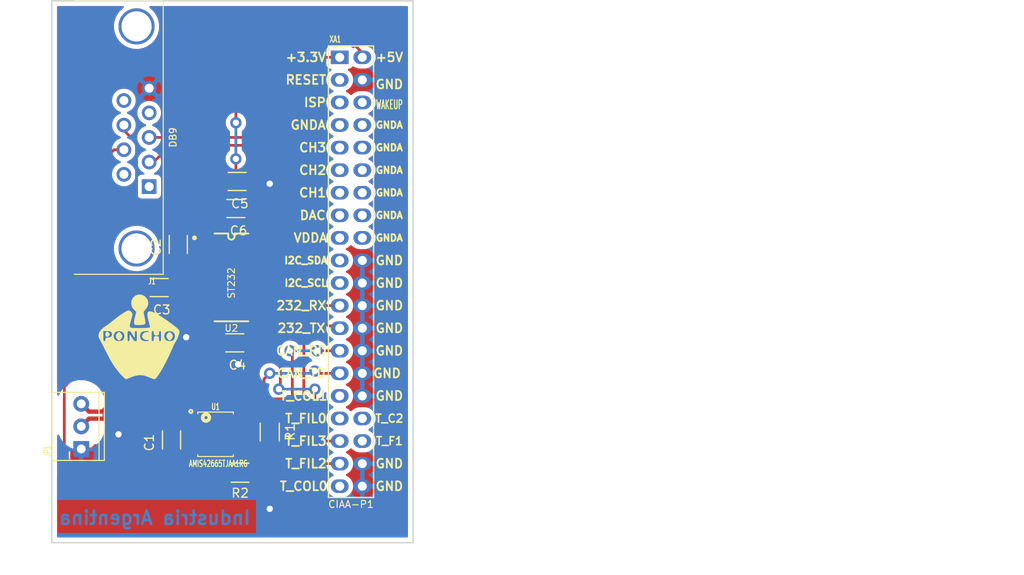
<source format=kicad_pcb>
(kicad_pcb (version 4) (host pcbnew 4.0.0-rc2-stable)

  (general
    (links 44)
    (no_connects 0)
    (area 137.719999 92.634999 178.510001 153.745001)
    (thickness 1.6)
    (drawings 25)
    (tracks 394)
    (zones 0)
    (modules 14)
    (nets 49)
  )

  (page A4)
  (layers
    (0 TOP signal)
    (31 BOTTOM signal)
    (32 B.Adhes user)
    (34 B.Paste user)
    (36 B.SilkS user)
    (37 F.SilkS user)
    (38 B.Mask user)
    (39 F.Mask user)
    (40 Dwgs.User user)
    (41 Cmts.User user)
    (42 Eco1.User user)
    (43 Eco2.User user)
    (44 Edge.Cuts user)
    (45 Margin user)
    (46 B.CrtYd user)
    (47 F.CrtYd user)
    (48 B.Fab user)
    (49 F.Fab user)
  )

  (setup
    (last_trace_width 0.3048)
    (user_trace_width 0.3048)
    (trace_clearance 0.3048)
    (zone_clearance 0.508)
    (zone_45_only yes)
    (trace_min 0.3048)
    (segment_width 0.2)
    (edge_width 0.15)
    (via_size 1.27)
    (via_drill 0.7112)
    (via_min_size 0.4)
    (via_min_drill 0.3)
    (user_via 1.27 0.7112)
    (uvia_size 0.3)
    (uvia_drill 0.1)
    (uvias_allowed no)
    (uvia_min_size 0.2)
    (uvia_min_drill 0.1)
    (pcb_text_width 0.3)
    (pcb_text_size 1.5 1.5)
    (mod_edge_width 0.15)
    (mod_text_size 1 1)
    (mod_text_width 0.15)
    (pad_size 1.524 1.524)
    (pad_drill 0.762)
    (pad_to_mask_clearance 0.2)
    (aux_axis_origin 0 0)
    (visible_elements 7FFFFFFF)
    (pcbplotparams
      (layerselection 0x00030_80000001)
      (usegerberextensions false)
      (excludeedgelayer true)
      (linewidth 0.100000)
      (plotframeref false)
      (viasonmask false)
      (mode 1)
      (useauxorigin false)
      (hpglpennumber 1)
      (hpglpenspeed 20)
      (hpglpendiameter 15)
      (hpglpenoverlay 2)
      (psnegative false)
      (psa4output false)
      (plotreference true)
      (plotvalue true)
      (plotinvisibletext false)
      (padsonsilk false)
      (subtractmaskfromsilk false)
      (outputformat 1)
      (mirror false)
      (drillshape 1)
      (scaleselection 1)
      (outputdirectory ""))
  )

  (net 0 "")
  (net 1 GND)
  (net 2 +5V)
  (net 3 "Net-(C2-Pad1)")
  (net 4 "Net-(C2-Pad2)")
  (net 5 "Net-(C3-Pad1)")
  (net 6 "Net-(C3-Pad2)")
  (net 7 "Net-(C4-Pad1)")
  (net 8 "Net-(C5-Pad1)")
  (net 9 +3.3V)
  (net 10 "Net-(J1-Pad1)")
  (net 11 "Net-(J1-Pad2)")
  (net 12 "Net-(J1-Pad3)")
  (net 13 "Net-(J1-Pad4)")
  (net 14 "Net-(J1-Pad6)")
  (net 15 "Net-(J1-Pad7)")
  (net 16 "Net-(J1-Pad8)")
  (net 17 "Net-(J1-Pad9)")
  (net 18 "Net-(R1-Pad2)")
  (net 19 /conector/CAN_TX)
  (net 20 /conector/CAN_RX)
  (net 21 /conector/RTS)
  (net 22 /conector/CTS)
  (net 23 /conector/RXD)
  (net 24 /conector/TXD)
  (net 25 "Net-(XA1-Pad11)")
  (net 26 "Net-(XA1-Pad13)")
  (net 27 "Net-(XA1-Pad6)")
  (net 28 "Net-(XA1-Pad15)")
  (net 29 "Net-(XA1-Pad8)")
  (net 30 "Net-(XA1-Pad17)")
  (net 31 "Net-(XA1-Pad10)")
  (net 32 "Net-(XA1-Pad19)")
  (net 33 "Net-(XA1-Pad12)")
  (net 34 "Net-(XA1-Pad21)")
  (net 35 "Net-(XA1-Pad14)")
  (net 36 "Net-(XA1-Pad16)")
  (net 37 "Net-(XA1-Pad18)")
  (net 38 "Net-(XA1-Pad31)")
  (net 39 "Net-(XA1-Pad33)")
  (net 40 "Net-(XA1-Pad34)")
  (net 41 "Net-(XA1-Pad36)")
  (net 42 "Net-(XA1-Pad3)")
  (net 43 "Net-(XA1-Pad5)")
  (net 44 "Net-(XA1-Pad7)")
  (net 45 "Net-(XA1-Pad9)")
  (net 46 "Net-(XA1-Pad39)")
  (net 47 /conector/CAN_N)
  (net 48 /conector/CAN_P)

  (net_class Default "Este es el tipo de red por defecto."
    (clearance 0.3048)
    (trace_width 0.3048)
    (via_dia 1.27)
    (via_drill 0.7112)
    (uvia_dia 0.3)
    (uvia_drill 0.1)
    (add_net +3.3V)
    (add_net +5V)
    (add_net /conector/CAN_RX)
    (add_net /conector/CAN_TX)
    (add_net /conector/CTS)
    (add_net /conector/RTS)
    (add_net /conector/RXD)
    (add_net /conector/TXD)
    (add_net GND)
    (add_net "Net-(C2-Pad1)")
    (add_net "Net-(C2-Pad2)")
    (add_net "Net-(C3-Pad1)")
    (add_net "Net-(C3-Pad2)")
    (add_net "Net-(C4-Pad1)")
    (add_net "Net-(C5-Pad1)")
    (add_net "Net-(J1-Pad1)")
    (add_net "Net-(J1-Pad2)")
    (add_net "Net-(J1-Pad3)")
    (add_net "Net-(J1-Pad4)")
    (add_net "Net-(J1-Pad6)")
    (add_net "Net-(J1-Pad7)")
    (add_net "Net-(J1-Pad8)")
    (add_net "Net-(J1-Pad9)")
    (add_net "Net-(R1-Pad2)")
    (add_net "Net-(XA1-Pad10)")
    (add_net "Net-(XA1-Pad11)")
    (add_net "Net-(XA1-Pad12)")
    (add_net "Net-(XA1-Pad13)")
    (add_net "Net-(XA1-Pad14)")
    (add_net "Net-(XA1-Pad15)")
    (add_net "Net-(XA1-Pad16)")
    (add_net "Net-(XA1-Pad17)")
    (add_net "Net-(XA1-Pad18)")
    (add_net "Net-(XA1-Pad19)")
    (add_net "Net-(XA1-Pad21)")
    (add_net "Net-(XA1-Pad3)")
    (add_net "Net-(XA1-Pad31)")
    (add_net "Net-(XA1-Pad33)")
    (add_net "Net-(XA1-Pad34)")
    (add_net "Net-(XA1-Pad36)")
    (add_net "Net-(XA1-Pad39)")
    (add_net "Net-(XA1-Pad5)")
    (add_net "Net-(XA1-Pad6)")
    (add_net "Net-(XA1-Pad7)")
    (add_net "Net-(XA1-Pad8)")
    (add_net "Net-(XA1-Pad9)")
  )

  (net_class Diff_90 ""
    (clearance 1.778)
    (trace_width 0.4572)
    (via_dia 1.27)
    (via_drill 0.7112)
    (uvia_dia 0.3)
    (uvia_drill 0.1)
    (add_net /conector/CAN_N)
    (add_net /conector/CAN_P)
  )

  (module ej2:Logo_Poncho (layer TOP) (tedit 560DAFF4) (tstamp 565EF292)
    (at 147.574 130.556)
    (fp_text reference G*** (at 0.127 5.588) (layer F.SilkS) hide
      (effects (font (thickness 0.3)))
    )
    (fp_text value LOGO (at 0.762 7.493) (layer F.SilkS) hide
      (effects (font (thickness 0.3)))
    )
    (fp_poly (pts (xy 4.535714 -0.627021) (xy 4.498746 -0.420109) (xy 4.405012 -0.1352) (xy 4.280272 0.162897)
      (xy 4.150281 0.409374) (xy 4.123376 0.447413) (xy 4.123376 -0.123701) (xy 4.058326 -0.436938)
      (xy 3.869112 -0.644378) (xy 3.564639 -0.737671) (xy 3.463636 -0.742208) (xy 3.129516 -0.681223)
      (xy 2.908248 -0.503835) (xy 2.808734 -0.218392) (xy 2.803896 -0.123701) (xy 2.868946 0.189536)
      (xy 3.058159 0.396975) (xy 3.362633 0.490269) (xy 3.463636 0.494805) (xy 3.797606 0.436492)
      (xy 3.958441 0.32987) (xy 4.092315 0.09203) (xy 4.123376 -0.123701) (xy 4.123376 0.447413)
      (xy 4.089856 0.494805) (xy 4.013749 0.621925) (xy 3.89522 0.861365) (xy 3.753792 1.172585)
      (xy 3.672876 1.360714) (xy 3.421635 1.929272) (xy 3.149718 2.496808) (xy 2.869494 3.041693)
      (xy 2.593334 3.542296) (xy 2.556493 3.603955) (xy 2.556493 -0.123701) (xy 2.552598 -0.439936)
      (xy 2.534834 -0.625484) (xy 2.494089 -0.714524) (xy 2.421247 -0.741238) (xy 2.391558 -0.742208)
      (xy 2.270831 -0.703329) (xy 2.228325 -0.558669) (xy 2.226623 -0.494805) (xy 2.206189 -0.31957)
      (xy 2.109798 -0.254982) (xy 1.97922 -0.247402) (xy 1.803985 -0.267837) (xy 1.739397 -0.364227)
      (xy 1.731818 -0.494805) (xy 1.705898 -0.675896) (xy 1.609459 -0.739655) (xy 1.566883 -0.742208)
      (xy 1.482553 -0.727599) (xy 1.433074 -0.660988) (xy 1.40933 -0.508193) (xy 1.402206 -0.235036)
      (xy 1.401948 -0.123701) (xy 1.405843 0.192533) (xy 1.423606 0.378081) (xy 1.464351 0.467122)
      (xy 1.537193 0.493835) (xy 1.566883 0.494805) (xy 1.680559 0.462518) (xy 1.726426 0.336472)
      (xy 1.731818 0.206169) (xy 1.745609 0.012245) (xy 1.815564 -0.067294) (xy 1.97922 -0.082467)
      (xy 2.145441 -0.066377) (xy 2.213617 0.015237) (xy 2.226623 0.206169) (xy 2.245073 0.405103)
      (xy 2.317099 0.48537) (xy 2.391558 0.494805) (xy 2.475887 0.480197) (xy 2.525367 0.413586)
      (xy 2.549111 0.260791) (xy 2.556234 -0.012366) (xy 2.556493 -0.123701) (xy 2.556493 3.603955)
      (xy 2.33361 3.976986) (xy 2.102692 4.324132) (xy 1.912952 4.562103) (xy 1.781691 4.667512)
      (xy 1.660102 4.654002) (xy 1.438445 4.580892) (xy 1.163465 4.463746) (xy 1.154545 4.459546)
      (xy 1.154545 0.36149) (xy 1.110706 0.268405) (xy 0.956623 0.266159) (xy 0.938776 0.269422)
      (xy 0.717011 0.243945) (xy 0.523128 0.11531) (xy 0.417755 -0.07121) (xy 0.412337 -0.123701)
      (xy 0.484303 -0.318602) (xy 0.658393 -0.472009) (xy 0.871896 -0.536691) (xy 0.949632 -0.528355)
      (xy 1.105982 -0.515384) (xy 1.154279 -0.597467) (xy 1.154545 -0.609566) (xy 1.114247 -0.69528)
      (xy 0.970303 -0.735064) (xy 0.783441 -0.742208) (xy 0.429195 -0.687347) (xy 0.198088 -0.523118)
      (xy 0.090717 -0.250044) (xy 0.082467 -0.123701) (xy 0.144642 0.188869) (xy 0.330769 0.392787)
      (xy 0.640252 0.487526) (xy 0.783441 0.494805) (xy 1.022962 0.480515) (xy 1.134243 0.429291)
      (xy 1.154545 0.36149) (xy 1.154545 4.459546) (xy 1.148315 4.456614) (xy 0.592041 4.256938)
      (xy 0.061238 4.207886) (xy -0.164935 4.249843) (xy -0.164935 -0.123701) (xy -0.168831 -0.439936)
      (xy -0.186594 -0.625484) (xy -0.227339 -0.714524) (xy -0.300181 -0.741238) (xy -0.329871 -0.742208)
      (xy -0.435349 -0.716231) (xy -0.483875 -0.609894) (xy -0.495586 -0.391721) (xy -0.496366 -0.041234)
      (xy -0.706429 -0.391721) (xy -0.874005 -0.625569) (xy -1.029731 -0.729733) (xy -1.117986 -0.742208)
      (xy -1.220495 -0.733937) (xy -1.280586 -0.685976) (xy -1.309571 -0.563603) (xy -1.318762 -0.332094)
      (xy -1.319481 -0.123701) (xy -1.315585 0.192533) (xy -1.297822 0.378081) (xy -1.257077 0.467122)
      (xy -1.184235 0.493835) (xy -1.154546 0.494805) (xy -1.049068 0.468829) (xy -1.000541 0.362492)
      (xy -0.988831 0.144318) (xy -0.98805 -0.206169) (xy -0.777988 0.144318) (xy -0.610412 0.378167)
      (xy -0.454685 0.48233) (xy -0.36643 0.494805) (xy -0.263922 0.486535) (xy -0.203831 0.438574)
      (xy -0.174846 0.3162) (xy -0.165655 0.084692) (xy -0.164935 -0.123701) (xy -0.164935 4.249843)
      (xy -0.48241 4.308738) (xy -0.783442 4.420415) (xy -1.059466 4.535832) (xy -1.285963 4.626797)
      (xy -1.401948 4.669513) (xy -1.518876 4.625399) (xy -1.566884 4.584033) (xy -1.566884 -0.123701)
      (xy -1.631934 -0.436938) (xy -1.821147 -0.644378) (xy -2.12562 -0.737671) (xy -2.226624 -0.742208)
      (xy -2.560743 -0.681223) (xy -2.782012 -0.503835) (xy -2.881525 -0.218392) (xy -2.886364 -0.123701)
      (xy -2.821314 0.189536) (xy -2.6321 0.396975) (xy -2.327627 0.490269) (xy -2.226624 0.494805)
      (xy -1.892653 0.436492) (xy -1.731819 0.32987) (xy -1.597945 0.09203) (xy -1.566884 -0.123701)
      (xy -1.566884 4.584033) (xy -1.717176 4.454536) (xy -1.98582 4.166799) (xy -2.061689 4.078924)
      (xy -2.369861 3.70727) (xy -2.632201 3.363429) (xy -2.870341 3.013116) (xy -2.968832 2.849614)
      (xy -2.968832 -0.32987) (xy -3.007485 -0.54598) (xy -3.140146 -0.67528) (xy -3.391869 -0.734039)
      (xy -3.603832 -0.742208) (xy -4.04091 -0.742208) (xy -4.04091 -0.123701) (xy -4.037014 0.192533)
      (xy -4.019251 0.378081) (xy -3.978506 0.467122) (xy -3.905664 0.493835) (xy -3.875974 0.494805)
      (xy -3.746639 0.446485) (xy -3.711039 0.288637) (xy -3.687673 0.146227) (xy -3.584731 0.090232)
      (xy -3.438897 0.082468) (xy -3.16065 0.034793) (xy -3.008068 -0.114765) (xy -2.968832 -0.32987)
      (xy -2.968832 2.849614) (xy -3.105916 2.622046) (xy -3.360558 2.155935) (xy -3.6559 1.580499)
      (xy -3.724805 1.443182) (xy -3.927446 1.040996) (xy -4.107468 0.68891) (xy -4.250627 0.414385)
      (xy -4.342678 0.24488) (xy -4.366512 0.206169) (xy -4.479713 -0.061738) (xy -4.470402 -0.368299)
      (xy -4.39208 -0.562072) (xy -4.211754 -0.794239) (xy -3.970771 -1.027175) (xy -3.729883 -1.205582)
      (xy -3.628572 -1.257014) (xy -3.515586 -1.328258) (xy -3.31072 -1.481511) (xy -3.047204 -1.691308)
      (xy -2.861153 -1.845142) (xy -2.478394 -2.151727) (xy -2.09396 -2.434151) (xy -1.735885 -2.674156)
      (xy -1.432202 -2.853482) (xy -1.210945 -2.953871) (xy -1.135923 -2.968831) (xy -0.992755 -2.911987)
      (xy -0.868796 -2.807085) (xy -0.798823 -2.718089) (xy -0.768465 -2.621372) (xy -0.779148 -2.476306)
      (xy -0.832302 -2.242261) (xy -0.897248 -1.997411) (xy -1.002077 -1.614541) (xy -1.0637 -1.342913)
      (xy -1.062894 -1.163551) (xy -0.980436 -1.05748) (xy -0.797105 -1.005726) (xy -0.493678 -0.989314)
      (xy -0.050932 -0.989267) (xy 0.123701 -0.98961) (xy 0.616616 -0.993152) (xy 0.963601 -1.004879)
      (xy 1.183529 -1.026446) (xy 1.295275 -1.059505) (xy 1.31948 -1.094352) (xy 1.298521 -1.22034)
      (xy 1.243133 -1.457326) (xy 1.164548 -1.757819) (xy 1.150407 -1.809213) (xy 1.043088 -2.255847)
      (xy 1.008894 -2.569631) (xy 1.048676 -2.765972) (xy 1.163285 -2.860279) (xy 1.208992 -2.870512)
      (xy 1.420553 -2.83991) (xy 1.739874 -2.711189) (xy 2.149801 -2.493929) (xy 2.633175 -2.197713)
      (xy 3.172841 -1.832122) (xy 3.525487 -1.576813) (xy 3.929546 -1.272303) (xy 4.214754 -1.04349)
      (xy 4.398878 -0.873667) (xy 4.499689 -0.746128) (xy 4.534955 -0.644167) (xy 4.535714 -0.627021)
      (xy 4.535714 -0.627021)) (layer F.SilkS) (width 0.1))
    (fp_poly (pts (xy 1.023542 -3.736319) (xy 0.895402 -3.389445) (xy 0.679417 -3.11223) (xy 0.563302 -2.982356)
      (xy 0.508034 -2.869698) (xy 0.506066 -2.720981) (xy 0.549854 -2.48293) (xy 0.574294 -2.370022)
      (xy 0.658312 -1.973188) (xy 0.69611 -1.709422) (xy 0.675383 -1.550382) (xy 0.583822 -1.467723)
      (xy 0.409122 -1.433104) (xy 0.16144 -1.419187) (xy -0.12355 -1.415195) (xy -0.339882 -1.428263)
      (xy -0.43645 -1.453549) (xy -0.490308 -1.618268) (xy -0.466441 -1.923684) (xy -0.365224 -2.365222)
      (xy -0.360015 -2.384058) (xy -0.225225 -2.868872) (xy -0.488808 -3.104404) (xy -0.714353 -3.402585)
      (xy -0.808424 -3.746824) (xy -0.77552 -4.096523) (xy -0.620138 -4.411085) (xy -0.346777 -4.649915)
      (xy -0.31571 -4.666738) (xy 0.033719 -4.763905) (xy 0.380075 -4.71573) (xy 0.68714 -4.538441)
      (xy 0.918691 -4.248265) (xy 0.989692 -4.081895) (xy 1.023542 -3.736319) (xy 1.023542 -3.736319)) (layer F.SilkS) (width 0.1))
    (fp_poly (pts (xy -3.320079 -0.321578) (xy -3.381169 -0.206169) (xy -3.537606 -0.087441) (xy -3.656944 -0.12265)
      (xy -3.710414 -0.301007) (xy -3.711039 -0.32987) (xy -3.666881 -0.523821) (xy -3.553583 -0.57585)
      (xy -3.399915 -0.47517) (xy -3.381169 -0.453571) (xy -3.320079 -0.321578) (xy -3.320079 -0.321578)) (layer F.SilkS) (width 0.1))
    (fp_poly (pts (xy -1.911824 -0.1467) (xy -1.935194 -0.006732) (xy -2.006645 0.114199) (xy -2.128505 0.265484)
      (xy -2.225472 0.329848) (xy -2.226624 0.32987) (xy -2.322643 0.267542) (xy -2.444552 0.117317)
      (xy -2.446603 0.114199) (xy -2.537406 -0.05684) (xy -2.52656 -0.197017) (xy -2.465958 -0.318756)
      (xy -2.343482 -0.473895) (xy -2.226624 -0.536039) (xy -2.106037 -0.47051) (xy -1.987289 -0.318756)
      (xy -1.911824 -0.1467) (xy -1.911824 -0.1467)) (layer F.SilkS) (width 0.1))
    (fp_poly (pts (xy 3.778435 -0.1467) (xy 3.755065 -0.006732) (xy 3.683615 0.114199) (xy 3.561755 0.265484)
      (xy 3.464788 0.329848) (xy 3.463636 0.32987) (xy 3.367616 0.267542) (xy 3.245708 0.117317)
      (xy 3.243657 0.114199) (xy 3.152854 -0.05684) (xy 3.163699 -0.197017) (xy 3.224301 -0.318756)
      (xy 3.346778 -0.473895) (xy 3.463636 -0.536039) (xy 3.584223 -0.47051) (xy 3.702971 -0.318756)
      (xy 3.778435 -0.1467) (xy 3.778435 -0.1467)) (layer F.SilkS) (width 0.1))
  )

  (module ej2:DB9_F_TH (layer TOP) (tedit 565607B0) (tstamp 565DFFFC)
    (at 147.32 108.077 90)
    (path /565DDEAF/565E0943)
    (fp_text reference J1 (at -16.165 1.735 180) (layer F.SilkS)
      (effects (font (size 0.7112 0.4572) (thickness 0.1143)))
    )
    (fp_text value DB9 (at 0 4.1 90) (layer F.SilkS)
      (effects (font (size 0.762 0.762) (thickness 0.127)))
    )
    (fp_line (start 15.4 3) (end 15.4 -7) (layer F.SilkS) (width 0.127))
    (fp_line (start 15.4 -9.5) (end 15.4 -7) (layer Dwgs.User) (width 0.127))
    (fp_line (start -15.4 3) (end -15.4 -7) (layer F.SilkS) (width 0.127))
    (fp_line (start -15.4 -9.5) (end -15.4 -7) (layer Dwgs.User) (width 0.127))
    (fp_line (start -15.4 -9.1) (end 15.4 -9.1) (layer Dwgs.User) (width 0.127))
    (fp_arc (start -14.2 -14.3) (end -14.2 -14.5) (angle 90) (layer Dwgs.User) (width 0.127))
    (fp_arc (start -13.8 -14.3) (end -14 -14.3) (angle 90) (layer Dwgs.User) (width 0.127))
    (fp_arc (start -10.8 -14.3) (end -11 -14.3) (angle 90) (layer Dwgs.User) (width 0.127))
    (fp_arc (start -11.2 -14.3) (end -11.2 -14.5) (angle 90) (layer Dwgs.User) (width 0.127))
    (fp_arc (start 11.2 -14.3) (end 11 -14.3) (angle 90) (layer Dwgs.User) (width 0.127))
    (fp_arc (start 10.8 -14.3) (end 10.8 -14.5) (angle 90) (layer Dwgs.User) (width 0.127))
    (fp_arc (start 14.2 -14.3) (end 14 -14.3) (angle 90) (layer Dwgs.User) (width 0.127))
    (fp_arc (start 13.8 -14.3) (end 13.8 -14.5) (angle 90) (layer Dwgs.User) (width 0.127))
    (fp_line (start 10 -14.1) (end 10 -9.5) (layer Dwgs.User) (width 0.127))
    (fp_line (start 15 -14.1) (end 15 -9.5) (layer Dwgs.User) (width 0.127))
    (fp_line (start 10.4 -14.5) (end 14.6 -14.5) (layer Dwgs.User) (width 0.127))
    (fp_line (start -15 -14.1) (end -15 -9.5) (layer Dwgs.User) (width 0.127))
    (fp_line (start -10 -14.1) (end -10 -9.5) (layer Dwgs.User) (width 0.127))
    (fp_line (start -14.6 -14.5) (end -10.4 -14.5) (layer Dwgs.User) (width 0.127))
    (fp_arc (start -14.6 -14.1) (end -15 -14.1) (angle 90) (layer Dwgs.User) (width 0.127))
    (fp_arc (start -10.4 -14.1) (end -10.4 -14.5) (angle 90) (layer Dwgs.User) (width 0.127))
    (fp_arc (start 10.4 -14.1) (end 10 -14.1) (angle 90) (layer Dwgs.User) (width 0.127))
    (fp_arc (start 14.6 -14.1) (end 14.6 -14.5) (angle 90) (layer Dwgs.User) (width 0.127))
    (fp_line (start 14 -14.5) (end 14 -9.5) (layer Dwgs.User) (width 0.127))
    (fp_line (start 11 -14.5) (end 11 -9.5) (layer Dwgs.User) (width 0.127))
    (fp_line (start -11 -14.5) (end -11 -9.5) (layer Dwgs.User) (width 0.127))
    (fp_line (start -14 -14.5) (end -14 -9.5) (layer Dwgs.User) (width 0.127))
    (fp_line (start 7.8 -15.3) (end -7.8 -15.3) (layer Dwgs.User) (width 0.127))
    (fp_line (start 8.2 -14.9) (end 8.2 -9.5) (layer Dwgs.User) (width 0.127))
    (fp_line (start -8.2 -14.9) (end -8.2 -9.5) (layer Dwgs.User) (width 0.127))
    (fp_arc (start -7.8 -14.9) (end -8.2 -14.9) (angle 90) (layer Dwgs.User) (width 0.127))
    (fp_arc (start 7.8 -14.9) (end 7.8 -15.3) (angle 90) (layer Dwgs.User) (width 0.127))
    (fp_line (start 15.4 3) (end -15.4 3) (layer F.SilkS) (width 0.127))
    (fp_line (start -15.4 -9.5) (end 15.4 -9.5) (layer Dwgs.User) (width 0.127))
    (pad 1 thru_hole rect (at -5.5372 1.4224 90) (size 1.651 1.651) (drill 1.016) (layers *.Cu *.Mask)
      (net 10 "Net-(J1-Pad1)"))
    (pad 2 thru_hole circle (at -2.7686 1.4224 90) (size 1.651 1.651) (drill 1.016) (layers *.Cu *.Mask)
      (net 11 "Net-(J1-Pad2)"))
    (pad 3 thru_hole circle (at 0 1.4224 90) (size 1.651 1.651) (drill 1.016) (layers *.Cu *.Mask)
      (net 12 "Net-(J1-Pad3)"))
    (pad 4 thru_hole circle (at 2.7686 1.4224 90) (size 1.651 1.651) (drill 1.016) (layers *.Cu *.Mask)
      (net 13 "Net-(J1-Pad4)"))
    (pad 5 thru_hole circle (at 5.5372 1.4224 90) (size 1.651 1.651) (drill 1.016) (layers *.Cu *.Mask)
      (net 1 GND))
    (pad 6 thru_hole circle (at -4.1529 -1.4224 90) (size 1.651 1.651) (drill 1.016) (layers *.Cu *.Mask)
      (net 14 "Net-(J1-Pad6)"))
    (pad 7 thru_hole circle (at -1.3843 -1.4224 90) (size 1.651 1.651) (drill 1.016) (layers *.Cu *.Mask)
      (net 15 "Net-(J1-Pad7)"))
    (pad 8 thru_hole circle (at 1.3843 -1.4224 90) (size 1.651 1.651) (drill 1.016) (layers *.Cu *.Mask)
      (net 16 "Net-(J1-Pad8)"))
    (pad 9 thru_hole circle (at 4.1529 -1.4224 90) (size 1.651 1.651) (drill 1.016) (layers *.Cu *.Mask)
      (net 17 "Net-(J1-Pad9)"))
    (pad 10 thru_hole circle (at -12.4968 0 90) (size 4.064 4.064) (drill 3.4) (layers *.Cu *.Mask))
    (pad 11 thru_hole circle (at 12.4968 0 90) (size 4.064 4.064) (drill 3.4) (layers *.Cu *.Mask))
    (model ${KIPRJMOD}/ej2.3dshapes/db_9f.wrl
      (at (xyz 0 0.31 0))
      (scale (xyz 1 1.1 1))
      (rotate (xyz 0 0 180))
    )
  )

  (module ej2:CON_PALETA_3 (layer TOP) (tedit 55918D28) (tstamp 565E0003)
    (at 141.097 140.589 90)
    (path /565DDEA0/565DECA4)
    (fp_text reference JP1 (at -2.8 -3.8 90) (layer F.SilkS)
      (effects (font (size 0.762 0.4572) (thickness 0.127)))
    )
    (fp_text value CONN_3 (at 0 3.3 90) (layer F.Fab)
      (effects (font (size 0.762 0.4572) (thickness 0.127)))
    )
    (fp_line (start 3.83 -3.2) (end 3.83 2.6) (layer F.SilkS) (width 0.127))
    (fp_line (start -3.83 -3.2) (end 3.83 -3.2) (layer F.SilkS) (width 0.127))
    (fp_line (start -3.83 2.6) (end -3.83 -3.2) (layer F.SilkS) (width 0.127))
    (fp_line (start 3.83 2.6) (end -3.83 2.6) (layer F.SilkS) (width 0.127))
    (fp_line (start 3.83 2) (end -3.83 2) (layer F.SilkS) (width 0.127))
    (pad 1 thru_hole rect (at -2.54 0 90) (size 1.778 1.778) (drill 1) (layers *.Cu *.Mask)
      (net 1 GND))
    (pad 2 thru_hole circle (at 0 0 90) (size 1.778 1.778) (drill 1) (layers *.Cu *.Mask)
      (net 47 /conector/CAN_N))
    (pad 3 thru_hole circle (at 2.54 0 90) (size 1.778 1.778) (drill 1) (layers *.Cu *.Mask)
      (net 48 /conector/CAN_P))
    (model ${KIPRJMOD}/ej2.3dshapes/CON_PALETA_3.wrl
      (at (xyz 0 0.012 0))
      (scale (xyz 0.395 0.395 0.395))
      (rotate (xyz 0 0 180))
    )
  )

  (module ej2:R_1206_HandSoldering (layer TOP) (tedit 5418A20D) (tstamp 565E0009)
    (at 162.306 141.224 270)
    (descr "Resistor SMD 1206, hand soldering")
    (tags "resistor 1206")
    (path /565DDEA0/565DED4D)
    (attr smd)
    (fp_text reference R1 (at 0 -2.3 270) (layer F.SilkS)
      (effects (font (size 1 1) (thickness 0.15)))
    )
    (fp_text value R (at 0 2.3 270) (layer F.Fab)
      (effects (font (size 1 1) (thickness 0.15)))
    )
    (fp_line (start -3.3 -1.2) (end 3.3 -1.2) (layer F.CrtYd) (width 0.05))
    (fp_line (start -3.3 1.2) (end 3.3 1.2) (layer F.CrtYd) (width 0.05))
    (fp_line (start -3.3 -1.2) (end -3.3 1.2) (layer F.CrtYd) (width 0.05))
    (fp_line (start 3.3 -1.2) (end 3.3 1.2) (layer F.CrtYd) (width 0.05))
    (fp_line (start 1 1.075) (end -1 1.075) (layer F.SilkS) (width 0.15))
    (fp_line (start -1 -1.075) (end 1 -1.075) (layer F.SilkS) (width 0.15))
    (pad 1 smd rect (at -2 0 270) (size 2 1.7) (layers TOP F.Mask)
      (net 48 /conector/CAN_P))
    (pad 2 smd rect (at 2 0 270) (size 2 1.7) (layers TOP F.Mask)
      (net 18 "Net-(R1-Pad2)"))
    (model ${KIPRJMOD}/ej2.3dshapes//R_1206_HandSoldering.wrl
      (at (xyz 0 0 0))
      (scale (xyz 1 1 1))
      (rotate (xyz 0 0 0))
    )
  )

  (module ej2:R_1206_HandSoldering (layer TOP) (tedit 5418A20D) (tstamp 565E000F)
    (at 158.972 145.796 180)
    (descr "Resistor SMD 1206, hand soldering")
    (tags "resistor 1206")
    (path /565DDEA0/565DEDAC)
    (attr smd)
    (fp_text reference R2 (at 0 -2.3 180) (layer F.SilkS)
      (effects (font (size 1 1) (thickness 0.15)))
    )
    (fp_text value R (at 0 2.3 180) (layer F.Fab)
      (effects (font (size 1 1) (thickness 0.15)))
    )
    (fp_line (start -3.3 -1.2) (end 3.3 -1.2) (layer F.CrtYd) (width 0.05))
    (fp_line (start -3.3 1.2) (end 3.3 1.2) (layer F.CrtYd) (width 0.05))
    (fp_line (start -3.3 -1.2) (end -3.3 1.2) (layer F.CrtYd) (width 0.05))
    (fp_line (start 3.3 -1.2) (end 3.3 1.2) (layer F.CrtYd) (width 0.05))
    (fp_line (start 1 1.075) (end -1 1.075) (layer F.SilkS) (width 0.15))
    (fp_line (start -1 -1.075) (end 1 -1.075) (layer F.SilkS) (width 0.15))
    (pad 1 smd rect (at -2 0 180) (size 2 1.7) (layers TOP F.Mask)
      (net 18 "Net-(R1-Pad2)"))
    (pad 2 smd rect (at 2 0 180) (size 2 1.7) (layers TOP F.Mask)
      (net 47 /conector/CAN_N))
    (model ${KIPRJMOD}/ej2.3dshapes/R_1206_HandSoldering.wrl
      (at (xyz 0 0 0))
      (scale (xyz 1 1 1))
      (rotate (xyz 0 0 0))
    )
  )

  (module ej2:SOIC-8 (layer TOP) (tedit 53B412FC) (tstamp 565E001B)
    (at 156.21 141.478)
    (descr SO-8)
    (path /565DDEA0/565DEE5F)
    (fp_text reference U1 (at 0 -3.1) (layer F.SilkS)
      (effects (font (size 0.7112 0.4572) (thickness 0.1143)))
    )
    (fp_text value AMIS42665TJAA1RG (at 0.3 3.3) (layer F.SilkS)
      (effects (font (size 0.7112 0.4572) (thickness 0.1143)))
    )
    (fp_line (start -2 -2.5) (end -2 -2.3) (layer F.SilkS) (width 0.127))
    (fp_line (start -2 2.5) (end -2 2.3) (layer F.SilkS) (width 0.127))
    (fp_line (start 2 2.5) (end 2 2.3) (layer F.SilkS) (width 0.127))
    (fp_line (start 2 -2.5) (end 2 -2.3) (layer F.SilkS) (width 0.127))
    (fp_circle (center -2.7746 -2.5764) (end -2.8 -2.5) (layer F.SilkS) (width 0.2032))
    (fp_line (start 2 -2.5) (end -2 -2.5) (layer F.SilkS) (width 0.127))
    (fp_line (start -2 2.5) (end 2 2.5) (layer F.SilkS) (width 0.127))
    (fp_circle (center -1.0746 -1.8764) (end -1.1 -1.7) (layer F.SilkS) (width 0.4))
    (pad 1 smd rect (at -2.7 -1.905 270) (size 0.6 1.52) (layers TOP F.Mask)
      (net 19 /conector/CAN_TX))
    (pad 2 smd rect (at -2.7 -0.635 270) (size 0.6 1.52) (layers TOP F.Mask)
      (net 1 GND))
    (pad 3 smd rect (at -2.7 0.635 270) (size 0.6 1.52) (layers TOP F.Mask)
      (net 2 +5V))
    (pad 4 smd rect (at -2.7 1.905 270) (size 0.6 1.52) (layers TOP F.Mask)
      (net 20 /conector/CAN_RX))
    (pad 5 smd rect (at 2.7 1.905 270) (size 0.6 1.52) (layers TOP F.Mask)
      (net 18 "Net-(R1-Pad2)"))
    (pad 6 smd rect (at 2.7 0.635 270) (size 0.6 1.52) (layers TOP F.Mask)
      (net 47 /conector/CAN_N))
    (pad 7 smd rect (at 2.7 -0.635 270) (size 0.6 1.52) (layers TOP F.Mask)
      (net 48 /conector/CAN_P))
    (pad 8 smd rect (at 2.7 -1.905 270) (size 0.6 1.52) (layers TOP F.Mask)
      (net 1 GND))
    (model ${KIPRJMOD}/ej2.3dshapes/so-8.wrl
      (at (xyz 0 0 0))
      (scale (xyz 1 1 1))
      (rotate (xyz 0 0 90))
    )
  )

  (module ej2:SP3232ECN-SOIC16N (layer TOP) (tedit 5656340C) (tstamp 565E002F)
    (at 157.988 123.825 270)
    (descr "SMALL OUTLINE INTEGRATED CIRCUIT")
    (tags "SMALL OUTLINE INTEGRATED CIRCUIT")
    (path /565DDEAF/565DE4AB)
    (attr smd)
    (fp_text reference U2 (at 5.715 0 360) (layer F.SilkS)
      (effects (font (size 0.762 0.762) (thickness 0.1143)))
    )
    (fp_text value ST232 (at 0.635 0 270) (layer F.SilkS)
      (effects (font (size 0.762 0.762) (thickness 0.1143)))
    )
    (fp_line (start -4.6 0.35) (end -4.9 0.35) (layer F.SilkS) (width 0.2032))
    (fp_line (start -4.6 -0.35) (end -4.9 -0.35) (layer F.SilkS) (width 0.2032))
    (fp_arc (start -4.6 0) (end -4.6 -0.35) (angle 180) (layer F.SilkS) (width 0.2032))
    (fp_circle (center -4.45 4.15) (end -4.35 4.05) (layer F.SilkS) (width 0.254))
    (fp_line (start -4.93776 1.89992) (end -4.93776 0.35) (layer F.SilkS) (width 0.2032))
    (fp_line (start -4.93776 -0.35) (end -4.93776 -1.89992) (layer F.SilkS) (width 0.2032))
    (fp_line (start 4.93776 -1.89992) (end 4.93776 1.39954) (layer F.SilkS) (width 0.2032))
    (fp_line (start 4.93776 1.39954) (end 4.93776 1.89992) (layer F.SilkS) (width 0.2032))
    (pad 1 smd rect (at -4.445 2.59842 270) (size 0.59944 2.19964) (layers TOP F.Mask)
      (net 3 "Net-(C2-Pad1)"))
    (pad 2 smd rect (at -3.175 2.59842 270) (size 0.59944 2.19964) (layers TOP F.Mask)
      (net 8 "Net-(C5-Pad1)"))
    (pad 3 smd rect (at -1.905 2.59842 270) (size 0.59944 2.19964) (layers TOP F.Mask)
      (net 4 "Net-(C2-Pad2)"))
    (pad 4 smd rect (at -0.635 2.59842 270) (size 0.59944 2.19964) (layers TOP F.Mask)
      (net 5 "Net-(C3-Pad1)"))
    (pad 5 smd rect (at 0.635 2.59842 270) (size 0.59944 2.19964) (layers TOP F.Mask)
      (net 6 "Net-(C3-Pad2)"))
    (pad 6 smd rect (at 1.905 2.59842 270) (size 0.59944 2.19964) (layers TOP F.Mask)
      (net 7 "Net-(C4-Pad1)"))
    (pad 7 smd rect (at 3.175 2.59842 270) (size 0.59944 2.19964) (layers TOP F.Mask)
      (net 16 "Net-(J1-Pad8)"))
    (pad 8 smd rect (at 4.445 2.59842 270) (size 0.59944 2.19964) (layers TOP F.Mask)
      (net 15 "Net-(J1-Pad7)"))
    (pad 9 smd rect (at 4.445 -2.59842 270) (size 0.59944 2.19964) (layers TOP F.Mask)
      (net 21 /conector/RTS))
    (pad 10 smd rect (at 3.175 -2.59842 270) (size 0.59944 2.19964) (layers TOP F.Mask)
      (net 22 /conector/CTS))
    (pad 11 smd rect (at 1.905 -2.59842 270) (size 0.59944 2.19964) (layers TOP F.Mask)
      (net 23 /conector/RXD))
    (pad 12 smd rect (at 0.635 -2.59842 270) (size 0.59944 2.19964) (layers TOP F.Mask)
      (net 24 /conector/TXD))
    (pad 13 smd rect (at -0.635 -2.59842 270) (size 0.59944 2.19964) (layers TOP F.Mask)
      (net 12 "Net-(J1-Pad3)"))
    (pad 14 smd rect (at -1.905 -2.59842 270) (size 0.59944 2.19964) (layers TOP F.Mask)
      (net 11 "Net-(J1-Pad2)"))
    (pad 15 smd rect (at -3.175 -2.59842 270) (size 0.59944 2.19964) (layers TOP F.Mask)
      (net 1 GND))
    (pad 16 smd rect (at -4.445 -2.59842 270) (size 0.59944 2.19964) (layers TOP F.Mask)
      (net 9 +3.3V))
    (model ${KIPRJMOD}/ej2.3dshapes/so-16.wrl
      (at (xyz 0 0 0))
      (scale (xyz 1 1 1))
      (rotate (xyz 0 0 0))
    )
  )

  (module ej2:Conn_Poncho_Derecha (layer TOP) (tedit 565779F5) (tstamp 565E005B)
    (at 170.18 99.06)
    (tags "CONN Poncho")
    (path /565DDEA0/565DE7A8)
    (fp_text reference XA1 (at -0.508 -2.032) (layer F.SilkS)
      (effects (font (size 0.7112 0.4572) (thickness 0.1143)))
    )
    (fp_text value Conn_Poncho2P_2x_20x2 (at -1.905 51.181) (layer F.SilkS) hide
      (effects (font (size 0.7112 0.4572) (thickness 0.1143)))
    )
    (fp_text user GND (at 5.588 48.26) (layer F.SilkS)
      (effects (font (size 1 1) (thickness 0.2)))
    )
    (fp_text user GND (at 5.588 45.72) (layer F.SilkS)
      (effects (font (size 1 1) (thickness 0.2)))
    )
    (fp_text user T_F1 (at 5.588 43.18) (layer F.SilkS)
      (effects (font (size 0.9 0.9) (thickness 0.18)))
    )
    (fp_text user T_C2 (at 5.588 40.64) (layer F.SilkS)
      (effects (font (size 0.9 0.9) (thickness 0.18)))
    )
    (fp_text user GND (at 5.588 38.1) (layer F.SilkS)
      (effects (font (size 1 1) (thickness 0.2)))
    )
    (fp_text user GND (at 5.334 35.56) (layer F.SilkS)
      (effects (font (size 1 1) (thickness 0.2)))
    )
    (fp_text user GND (at 5.588 33.02) (layer F.SilkS)
      (effects (font (size 1 1) (thickness 0.2)))
    )
    (fp_text user GND (at 5.588 30.48) (layer F.SilkS)
      (effects (font (size 1 1) (thickness 0.2)))
    )
    (fp_text user GND (at 5.588 27.94) (layer F.SilkS)
      (effects (font (size 1 1) (thickness 0.2)))
    )
    (fp_text user GND (at 5.588 25.4) (layer F.SilkS)
      (effects (font (size 1 1) (thickness 0.2)))
    )
    (fp_text user GND (at 5.588 22.86) (layer F.SilkS)
      (effects (font (size 1 1) (thickness 0.2)))
    )
    (fp_text user GNDA (at 5.588 20.32) (layer F.SilkS)
      (effects (font (size 0.76 0.76) (thickness 0.19)))
    )
    (fp_text user GNDA (at 5.588 17.78) (layer F.SilkS)
      (effects (font (size 0.76 0.76) (thickness 0.19)))
    )
    (fp_text user GNDA (at 5.588 15.24) (layer F.SilkS)
      (effects (font (size 0.76 0.76) (thickness 0.19)))
    )
    (fp_text user GNDA (at 5.588 12.7) (layer F.SilkS)
      (effects (font (size 0.76 0.76) (thickness 0.19)))
    )
    (fp_text user GNDA (at 5.588 10.16) (layer F.SilkS)
      (effects (font (size 0.76 0.76) (thickness 0.19)))
    )
    (fp_text user GNDA (at 5.588 7.62) (layer F.SilkS)
      (effects (font (size 0.76 0.76) (thickness 0.19)))
    )
    (fp_text user WAKEUP (at 5.588 5.334) (layer F.SilkS)
      (effects (font (size 1 0.5) (thickness 0.125)))
    )
    (fp_text user GND (at 5.588 3.048) (layer F.SilkS)
      (effects (font (size 1 1) (thickness 0.2)))
    )
    (fp_text user +5V (at 5.588 0) (layer F.SilkS)
      (effects (font (size 1 1) (thickness 0.2)))
    )
    (fp_text user T_COL0 (at -4.064 48.26) (layer F.SilkS)
      (effects (font (size 1 1) (thickness 0.2)))
    )
    (fp_text user T_FIL2 (at -3.81 45.72) (layer F.SilkS)
      (effects (font (size 1 1) (thickness 0.2)))
    )
    (fp_text user T_FIL3 (at -3.81 43.18) (layer F.SilkS)
      (effects (font (size 1 1) (thickness 0.2)))
    )
    (fp_text user T_FIL0 (at -3.81 40.64) (layer F.SilkS)
      (effects (font (size 1 1) (thickness 0.2)))
    )
    (fp_text user T_COL1 (at -4.064 38.1) (layer F.SilkS)
      (effects (font (size 1 1) (thickness 0.2)))
    )
    (fp_text user CAN_TD (at -4.318 35.56) (layer F.SilkS)
      (effects (font (size 1 1) (thickness 0.2)))
    )
    (fp_text user CAN_RD (at -4.318 33.02) (layer F.SilkS)
      (effects (font (size 1 1) (thickness 0.2)))
    )
    (fp_text user 232_TX (at -4.318 30.48) (layer F.SilkS)
      (effects (font (size 1 1) (thickness 0.2)))
    )
    (fp_text user 232_RX (at -4.318 27.94) (layer F.SilkS)
      (effects (font (size 1 1) (thickness 0.2)))
    )
    (fp_text user I2C_SCL (at -3.81 25.4) (layer F.SilkS)
      (effects (font (size 0.8 0.8) (thickness 0.2)))
    )
    (fp_text user I2C_SDA (at -3.81 22.86) (layer F.SilkS)
      (effects (font (size 0.8 0.8) (thickness 0.2)))
    )
    (fp_text user VDDA (at -3.302 20.32) (layer F.SilkS)
      (effects (font (size 1 1) (thickness 0.2)))
    )
    (fp_text user DAC (at -3.048 17.78) (layer F.SilkS)
      (effects (font (size 1 1) (thickness 0.2)))
    )
    (fp_text user CH1 (at -3.048 15.24) (layer F.SilkS)
      (effects (font (size 1 1) (thickness 0.2)))
    )
    (fp_text user CH2 (at -3.048 12.7) (layer F.SilkS)
      (effects (font (size 1 1) (thickness 0.2)))
    )
    (fp_text user CH3 (at -3.048 10.16) (layer F.SilkS)
      (effects (font (size 1 1) (thickness 0.2)))
    )
    (fp_text user GNDA (at -3.556 7.62) (layer F.SilkS)
      (effects (font (size 1 1) (thickness 0.2)))
    )
    (fp_text user ISP (at -2.794 5.08) (layer F.SilkS)
      (effects (font (size 1 1) (thickness 0.2)))
    )
    (fp_text user RESET (at -3.81 2.54) (layer F.SilkS)
      (effects (font (size 1 1) (thickness 0.2)))
    )
    (fp_text user CIAA-P1 (at 1.27 50.292) (layer F.SilkS)
      (effects (font (size 0.8 0.8) (thickness 0.12)))
    )
    (fp_text user +3.3V (at -3.81 0) (layer F.SilkS)
      (effects (font (size 1 1) (thickness 0.2)))
    )
    (fp_line (start -1.27 49.53) (end -1.27 -1.27) (layer F.SilkS) (width 0.15))
    (fp_line (start 3.81 49.53) (end 3.81 -1.27) (layer F.SilkS) (width 0.15))
    (fp_line (start 3.81 49.53) (end -1.27 49.53) (layer F.SilkS) (width 0.15))
    (fp_line (start 3.81 -1.27) (end -1.27 -1.27) (layer F.SilkS) (width 0.15))
    (pad 1 thru_hole rect (at 0 0 270) (size 1.524 2) (drill 1.016) (layers *.Cu *.Mask)
      (net 9 +3.3V))
    (pad 2 thru_hole oval (at 2.54 0 270) (size 1.524 2) (drill 1.016) (layers *.Cu *.Mask)
      (net 2 +5V))
    (pad 11 thru_hole oval (at 0 12.7 270) (size 1.524 2) (drill 1.016) (layers *.Cu *.Mask)
      (net 25 "Net-(XA1-Pad11)"))
    (pad 4 thru_hole oval (at 2.54 2.54 270) (size 1.524 2) (drill 1.016) (layers *.Cu *.Mask)
      (net 1 GND))
    (pad 13 thru_hole oval (at 0 15.24 270) (size 1.524 2) (drill 1.016) (layers *.Cu *.Mask)
      (net 26 "Net-(XA1-Pad13)"))
    (pad 6 thru_hole oval (at 2.54 5.08 270) (size 1.524 2) (drill 1.016) (layers *.Cu *.Mask)
      (net 27 "Net-(XA1-Pad6)"))
    (pad 15 thru_hole oval (at 0 17.78 270) (size 1.524 2) (drill 1.016) (layers *.Cu *.Mask)
      (net 28 "Net-(XA1-Pad15)"))
    (pad 8 thru_hole oval (at 2.54 7.62 270) (size 1.524 2) (drill 1.016) (layers *.Cu *.Mask)
      (net 29 "Net-(XA1-Pad8)"))
    (pad 17 thru_hole oval (at 0 20.32 270) (size 1.524 2) (drill 1.016) (layers *.Cu *.Mask)
      (net 30 "Net-(XA1-Pad17)"))
    (pad 10 thru_hole oval (at 2.54 10.16 270) (size 1.524 2) (drill 1.016) (layers *.Cu *.Mask)
      (net 31 "Net-(XA1-Pad10)"))
    (pad 19 thru_hole oval (at 0 22.86 270) (size 1.524 2) (drill 1.016) (layers *.Cu *.Mask)
      (net 32 "Net-(XA1-Pad19)"))
    (pad 12 thru_hole oval (at 2.54 12.7 270) (size 1.524 2) (drill 1.016) (layers *.Cu *.Mask)
      (net 33 "Net-(XA1-Pad12)"))
    (pad 21 thru_hole oval (at 0 25.4 270) (size 1.524 2) (drill 1.016) (layers *.Cu *.Mask)
      (net 34 "Net-(XA1-Pad21)"))
    (pad 14 thru_hole oval (at 2.54 15.24 270) (size 1.524 2) (drill 1.016) (layers *.Cu *.Mask)
      (net 35 "Net-(XA1-Pad14)"))
    (pad 23 thru_hole oval (at 0 27.94 270) (size 1.524 2) (drill 1.016) (layers *.Cu *.Mask)
      (net 24 /conector/TXD))
    (pad 16 thru_hole oval (at 2.54 17.78 270) (size 1.524 2) (drill 1.016) (layers *.Cu *.Mask)
      (net 36 "Net-(XA1-Pad16)"))
    (pad 25 thru_hole oval (at 0 30.48 270) (size 1.524 2) (drill 1.016) (layers *.Cu *.Mask)
      (net 23 /conector/RXD))
    (pad 18 thru_hole oval (at 2.54 20.32 270) (size 1.524 2) (drill 1.016) (layers *.Cu *.Mask)
      (net 37 "Net-(XA1-Pad18)"))
    (pad 27 thru_hole oval (at 0 33.02 270) (size 1.524 2) (drill 1.016) (layers *.Cu *.Mask)
      (net 20 /conector/CAN_RX))
    (pad 20 thru_hole oval (at 2.54 22.86 270) (size 1.524 2) (drill 1.016) (layers *.Cu *.Mask)
      (net 1 GND))
    (pad 29 thru_hole oval (at 0 35.56 270) (size 1.524 2) (drill 1.016) (layers *.Cu *.Mask)
      (net 19 /conector/CAN_TX))
    (pad 22 thru_hole oval (at 2.54 25.4 270) (size 1.524 2) (drill 1.016) (layers *.Cu *.Mask)
      (net 1 GND))
    (pad 31 thru_hole oval (at 0 38.1 270) (size 1.524 2) (drill 1.016) (layers *.Cu *.Mask)
      (net 38 "Net-(XA1-Pad31)"))
    (pad 24 thru_hole oval (at 2.54 27.94 270) (size 1.524 2) (drill 1.016) (layers *.Cu *.Mask)
      (net 1 GND))
    (pad 26 thru_hole oval (at 2.54 30.48 270) (size 1.524 2) (drill 1.016) (layers *.Cu *.Mask)
      (net 1 GND))
    (pad 33 thru_hole oval (at 0 40.64 270) (size 1.524 2) (drill 1.016) (layers *.Cu *.Mask)
      (net 39 "Net-(XA1-Pad33)"))
    (pad 28 thru_hole oval (at 2.54 33.02 270) (size 1.524 2) (drill 1.016) (layers *.Cu *.Mask)
      (net 1 GND))
    (pad 32 thru_hole oval (at 2.54 38.1 270) (size 1.524 2) (drill 1.016) (layers *.Cu *.Mask)
      (net 1 GND))
    (pad 34 thru_hole oval (at 2.54 40.64 270) (size 1.524 2) (drill 1.016) (layers *.Cu *.Mask)
      (net 40 "Net-(XA1-Pad34)"))
    (pad 36 thru_hole oval (at 2.54 43.18 270) (size 1.524 2) (drill 1.016) (layers *.Cu *.Mask)
      (net 41 "Net-(XA1-Pad36)"))
    (pad 38 thru_hole oval (at 2.54 45.72 270) (size 1.524 2) (drill 1.016) (layers *.Cu *.Mask)
      (net 1 GND))
    (pad 35 thru_hole oval (at 0 43.18 270) (size 1.524 2) (drill 1.016) (layers *.Cu *.Mask)
      (net 21 /conector/RTS))
    (pad 37 thru_hole oval (at 0 45.72 270) (size 1.524 2) (drill 1.016) (layers *.Cu *.Mask)
      (net 22 /conector/CTS))
    (pad 3 thru_hole oval (at 0 2.54 270) (size 1.524 2) (drill 1.016) (layers *.Cu *.Mask)
      (net 42 "Net-(XA1-Pad3)"))
    (pad 5 thru_hole oval (at 0 5.08 270) (size 1.524 2) (drill 1.016) (layers *.Cu *.Mask)
      (net 43 "Net-(XA1-Pad5)"))
    (pad 7 thru_hole oval (at 0 7.62 270) (size 1.524 2) (drill 1.016) (layers *.Cu *.Mask)
      (net 44 "Net-(XA1-Pad7)"))
    (pad 9 thru_hole oval (at 0 10.16 270) (size 1.524 2) (drill 1.016) (layers *.Cu *.Mask)
      (net 45 "Net-(XA1-Pad9)"))
    (pad 39 thru_hole oval (at 0 48.26 270) (size 1.524 2) (drill 1.016) (layers *.Cu *.Mask)
      (net 46 "Net-(XA1-Pad39)"))
    (pad 40 thru_hole oval (at 2.54 48.26 270) (size 1.524 2) (drill 1.016) (layers *.Cu *.Mask)
      (net 1 GND))
    (pad 30 thru_hole oval (at 2.54 35.56 270) (size 1.524 2) (drill 1.016) (layers *.Cu *.Mask)
      (net 1 GND))
    (model ${KIPRJMOD}/ej2.3dshapes/pin_strip_20x2.wrl
      (at (xyz 0.05 -0.95 -0.063))
      (scale (xyz 1 1 1))
      (rotate (xyz 180 0 90))
    )
  )

  (module ej2:C_1206_handSoldering (layer TOP) (tedit 565E0972) (tstamp 565E0C3B)
    (at 151.257 142.113 270)
    (path /565DDEA0/565DEEFB)
    (fp_text reference C1 (at 0.3 2.5 270) (layer F.SilkS)
      (effects (font (size 1 1) (thickness 0.15)))
    )
    (fp_text value C (at 0.4 -2.3 270) (layer F.Fab)
      (effects (font (size 1 1) (thickness 0.15)))
    )
    (fp_line (start -2.9 1.2) (end -2.9 -1.2) (layer F.CrtYd) (width 0.15))
    (fp_line (start 2.9 1.2) (end -2.9 1.2) (layer F.CrtYd) (width 0.15))
    (fp_line (start 2.9 -1.2) (end 2.9 1.2) (layer F.CrtYd) (width 0.15))
    (fp_line (start -2.9 -1.2) (end 2.9 -1.2) (layer F.CrtYd) (width 0.15))
    (fp_line (start -1.016 1.016) (end 1.016 1.016) (layer F.SilkS) (width 0.15))
    (fp_line (start -1.016 -1.016) (end 1.016 -1.016) (layer F.SilkS) (width 0.15))
    (pad 1 smd rect (at -1.8 0 270) (size 1.6 1.6) (layers TOP)
      (net 1 GND))
    (pad 2 smd rect (at 1.8 0 270) (size 1.6 1.6) (layers TOP)
      (net 2 +5V))
    (model ${KIPRJMOD}/ej2.3dshapes/C_1206_HandSoldering.wrl
      (at (xyz 0 0 0))
      (scale (xyz 1 1 1))
      (rotate (xyz 0 0 0))
    )
  )

  (module ej2:C_1206_handSoldering (layer TOP) (tedit 565E0972) (tstamp 565E0C46)
    (at 152.019 120.12 270)
    (path /565DDEAF/565E01AA)
    (fp_text reference C2 (at 0.3 2.5 270) (layer F.SilkS)
      (effects (font (size 1 1) (thickness 0.15)))
    )
    (fp_text value 100nF (at 0.4 -2.3 270) (layer F.Fab)
      (effects (font (size 1 1) (thickness 0.15)))
    )
    (fp_line (start -2.9 1.2) (end -2.9 -1.2) (layer F.CrtYd) (width 0.15))
    (fp_line (start 2.9 1.2) (end -2.9 1.2) (layer F.CrtYd) (width 0.15))
    (fp_line (start 2.9 -1.2) (end 2.9 1.2) (layer F.CrtYd) (width 0.15))
    (fp_line (start -2.9 -1.2) (end 2.9 -1.2) (layer F.CrtYd) (width 0.15))
    (fp_line (start -1.016 1.016) (end 1.016 1.016) (layer F.SilkS) (width 0.15))
    (fp_line (start -1.016 -1.016) (end 1.016 -1.016) (layer F.SilkS) (width 0.15))
    (pad 1 smd rect (at -1.8 0 270) (size 1.6 1.6) (layers TOP)
      (net 3 "Net-(C2-Pad1)"))
    (pad 2 smd rect (at 1.8 0 270) (size 1.6 1.6) (layers TOP)
      (net 4 "Net-(C2-Pad2)"))
    (model ${KIPRJMOD}/ej2.3dshapes/C_1206_HandSoldering.wrl
      (at (xyz 0 0 0))
      (scale (xyz 1 1 1))
      (rotate (xyz 0 0 0))
    )
  )

  (module ej2:C_1206_handSoldering (layer TOP) (tedit 565E0972) (tstamp 565E0C51)
    (at 149.86 124.968)
    (path /565DDEAF/565E0277)
    (fp_text reference C3 (at 0.3 2.5) (layer F.SilkS)
      (effects (font (size 1 1) (thickness 0.15)))
    )
    (fp_text value 100nF (at 0.4 -2.3) (layer F.Fab)
      (effects (font (size 1 1) (thickness 0.15)))
    )
    (fp_line (start -2.9 1.2) (end -2.9 -1.2) (layer F.CrtYd) (width 0.15))
    (fp_line (start 2.9 1.2) (end -2.9 1.2) (layer F.CrtYd) (width 0.15))
    (fp_line (start 2.9 -1.2) (end 2.9 1.2) (layer F.CrtYd) (width 0.15))
    (fp_line (start -2.9 -1.2) (end 2.9 -1.2) (layer F.CrtYd) (width 0.15))
    (fp_line (start -1.016 1.016) (end 1.016 1.016) (layer F.SilkS) (width 0.15))
    (fp_line (start -1.016 -1.016) (end 1.016 -1.016) (layer F.SilkS) (width 0.15))
    (pad 1 smd rect (at -1.8 0) (size 1.6 1.6) (layers TOP)
      (net 5 "Net-(C3-Pad1)"))
    (pad 2 smd rect (at 1.8 0) (size 1.6 1.6) (layers TOP)
      (net 6 "Net-(C3-Pad2)"))
    (model ${KIPRJMOD}/ej2.3dshapes/C_1206_HandSoldering.wrl
      (at (xyz 0 0 0))
      (scale (xyz 1 1 1))
      (rotate (xyz 0 0 0))
    )
  )

  (module ej2:C_1206_handSoldering (layer TOP) (tedit 565E0972) (tstamp 565E0C5C)
    (at 158.369 131.191)
    (path /565DDEAF/565E06F9)
    (fp_text reference C4 (at 0.3 2.5) (layer F.SilkS)
      (effects (font (size 1 1) (thickness 0.15)))
    )
    (fp_text value 100nF (at 0.4 -2.3) (layer F.Fab)
      (effects (font (size 1 1) (thickness 0.15)))
    )
    (fp_line (start -2.9 1.2) (end -2.9 -1.2) (layer F.CrtYd) (width 0.15))
    (fp_line (start 2.9 1.2) (end -2.9 1.2) (layer F.CrtYd) (width 0.15))
    (fp_line (start 2.9 -1.2) (end 2.9 1.2) (layer F.CrtYd) (width 0.15))
    (fp_line (start -2.9 -1.2) (end 2.9 -1.2) (layer F.CrtYd) (width 0.15))
    (fp_line (start -1.016 1.016) (end 1.016 1.016) (layer F.SilkS) (width 0.15))
    (fp_line (start -1.016 -1.016) (end 1.016 -1.016) (layer F.SilkS) (width 0.15))
    (pad 1 smd rect (at -1.8 0) (size 1.6 1.6) (layers TOP)
      (net 7 "Net-(C4-Pad1)"))
    (pad 2 smd rect (at 1.8 0) (size 1.6 1.6) (layers TOP)
      (net 1 GND))
    (model ${KIPRJMOD}/ej2.3dshapes/C_1206_HandSoldering.wrl
      (at (xyz 0 0 0))
      (scale (xyz 1 1 1))
      (rotate (xyz 0 0 0))
    )
  )

  (module ej2:C_1206_handSoldering (layer TOP) (tedit 565E0972) (tstamp 565E0C67)
    (at 158.645 113.03)
    (path /565DDEAF/565E06A0)
    (fp_text reference C5 (at 0.3 2.5) (layer F.SilkS)
      (effects (font (size 1 1) (thickness 0.15)))
    )
    (fp_text value 100nF (at 0.4 -2.3) (layer F.Fab)
      (effects (font (size 1 1) (thickness 0.15)))
    )
    (fp_line (start -2.9 1.2) (end -2.9 -1.2) (layer F.CrtYd) (width 0.15))
    (fp_line (start 2.9 1.2) (end -2.9 1.2) (layer F.CrtYd) (width 0.15))
    (fp_line (start 2.9 -1.2) (end 2.9 1.2) (layer F.CrtYd) (width 0.15))
    (fp_line (start -2.9 -1.2) (end 2.9 -1.2) (layer F.CrtYd) (width 0.15))
    (fp_line (start -1.016 1.016) (end 1.016 1.016) (layer F.SilkS) (width 0.15))
    (fp_line (start -1.016 -1.016) (end 1.016 -1.016) (layer F.SilkS) (width 0.15))
    (pad 1 smd rect (at -1.8 0) (size 1.6 1.6) (layers TOP)
      (net 8 "Net-(C5-Pad1)"))
    (pad 2 smd rect (at 1.8 0) (size 1.6 1.6) (layers TOP)
      (net 1 GND))
    (model ${KIPRJMOD}/ej2.3dshapes/C_1206_HandSoldering.wrl
      (at (xyz 0 0 0))
      (scale (xyz 1 1 1))
      (rotate (xyz 0 0 0))
    )
  )

  (module ej2:C_1206_handSoldering (layer TOP) (tedit 565E0972) (tstamp 565E0C72)
    (at 158.496 116.078)
    (path /565DDEAF/565E04DC)
    (fp_text reference C6 (at 0.3 2.5) (layer F.SilkS)
      (effects (font (size 1 1) (thickness 0.15)))
    )
    (fp_text value 100nF (at 0.4 -2.3) (layer F.Fab)
      (effects (font (size 1 1) (thickness 0.15)))
    )
    (fp_line (start -2.9 1.2) (end -2.9 -1.2) (layer F.CrtYd) (width 0.15))
    (fp_line (start 2.9 1.2) (end -2.9 1.2) (layer F.CrtYd) (width 0.15))
    (fp_line (start 2.9 -1.2) (end 2.9 1.2) (layer F.CrtYd) (width 0.15))
    (fp_line (start -2.9 -1.2) (end 2.9 -1.2) (layer F.CrtYd) (width 0.15))
    (fp_line (start -1.016 1.016) (end 1.016 1.016) (layer F.SilkS) (width 0.15))
    (fp_line (start -1.016 -1.016) (end 1.016 -1.016) (layer F.SilkS) (width 0.15))
    (pad 1 smd rect (at -1.8 0) (size 1.6 1.6) (layers TOP)
      (net 9 +3.3V))
    (pad 2 smd rect (at 1.8 0) (size 1.6 1.6) (layers TOP)
      (net 1 GND))
    (model ${KIPRJMOD}/ej2.3dshapes/C_1206_HandSoldering.wrl
      (at (xyz 0 0 0))
      (scale (xyz 1 1 1))
      (rotate (xyz 0 0 0))
    )
  )

  (gr_text "Terminacion superficial: HASL\nEspesor final aproximado:1,6 mm" (at 212.852 154.686) (layer Dwgs.User)
    (effects (font (size 1.5 1.5) (thickness 0.3)))
  )
  (gr_text "L4 Bottom (Signal)" (at 235.966 149.098) (layer Dwgs.User)
    (effects (font (size 1.5 1.5) (thickness 0.3)))
  )
  (gr_text "L3 PWR (Mixed)" (at 234.188 145.542) (layer Dwgs.User)
    (effects (font (size 1.5 1.5) (thickness 0.3)))
  )
  (gr_text "0,346 mm" (at 216.154 138.43) (layer Dwgs.User)
    (effects (font (size 1.5 1.5) (thickness 0.3)))
  )
  (gr_text " 0,760 mm" (at 215.646 146.812) (layer Dwgs.User)
    (effects (font (size 1.5 1.5) (thickness 0.3)))
  )
  (gr_line (start 207.01 146.558) (end 206.502 146.812) (layer Dwgs.User) (width 0.2) (tstamp 565F48D2))
  (gr_line (start 206.248 146.304) (end 207.01 146.558) (layer Dwgs.User) (width 0.2) (tstamp 565F48D1))
  (gr_line (start 194.564 146.558) (end 207.01 146.558) (layer Dwgs.User) (width 0.2) (tstamp 565F48D0))
  (gr_text "4 x 7628M   1 Oz" (at 194.564 148.59) (layer Dwgs.User) (tstamp 565F48C6)
    (effects (font (size 1.5 1.5) (thickness 0.3)))
  )
  (gr_text "Laminate Isola 1 Oz" (at 195.072 144.78) (layer Dwgs.User)
    (effects (font (size 1.5 1.5) (thickness 0.3)))
  )
  (gr_text "L2  GND  (Plate)" (at 235.204 140.208) (layer Dwgs.User) (tstamp 565F48C2)
    (effects (font (size 1.5 1.5) (thickness 0.3)))
  )
  (gr_line (start 208.026 140.462) (end 223.774 140.462) (layer Dwgs.User) (width 0.2))
  (gr_line (start 207.264 137.922) (end 206.756 138.176) (layer Dwgs.User) (width 0.2))
  (gr_line (start 206.502 137.668) (end 207.264 137.922) (layer Dwgs.User) (width 0.2))
  (gr_line (start 194.818 137.922) (end 207.264 137.922) (layer Dwgs.User) (width 0.2))
  (gr_text "2 x 7628AT05   1 Oz" (at 194.818 140.462) (layer Dwgs.User)
    (effects (font (size 1.5 1.5) (thickness 0.3)))
  )
  (gr_text "L1 Top (signal)" (at 234.188 136.398) (layer Dwgs.User)
    (effects (font (size 1.5 1.5) (thickness 0.3)))
  )
  (gr_text "- - - - - -" (at 215.646 135.89) (layer Dwgs.User)
    (effects (font (size 1.5 1.5) (thickness 0.3)))
  )
  (gr_text "Prepeg Isola    1 Oz\n" (at 194.818 136.144) (layer Dwgs.User)
    (effects (font (size 1.5 1.5) (thickness 0.3)))
  )
  (gr_text "                     Stack - Up:\n" (at 196.088 131.318) (layer Dwgs.User)
    (effects (font (size 1.5 1.5) (thickness 0.3)))
  )
  (gr_text "Industria Argentina" (at 149.352 150.876) (layer BOTTOM)
    (effects (font (size 1.5 1.5) (thickness 0.3)) (justify mirror))
  )
  (gr_line (start 137.795 153.67) (end 178.435 153.67) (layer Edge.Cuts) (width 0.15))
  (gr_line (start 137.795 92.71) (end 137.795 153.67) (layer Edge.Cuts) (width 0.15))
  (gr_line (start 178.435 92.71) (end 137.795 92.71) (layer Edge.Cuts) (width 0.15))
  (gr_line (start 178.435 153.67) (end 178.435 92.71) (layer Edge.Cuts) (width 0.15))

  (segment (start 172.72 147.32) (end 172.482 147.32) (width 0.3048) (layer TOP) (net 1))
  (segment (start 172.482 147.32) (end 169.942 149.86) (width 0.3048) (layer TOP) (net 1))
  (segment (start 169.942 149.86) (end 162.306 149.86) (width 0.3048) (layer TOP) (net 1))
  (via (at 162.306 149.86) (size 1.27) (drill 0.7112) (layers TOP BOTTOM) (net 1))
  (segment (start 158.75 133.604) (end 156.221111 133.604) (width 0.3048) (layer TOP) (net 1))
  (segment (start 156.221111 133.604) (end 155.175591 131.940052) (width 0.3048) (layer TOP) (net 1))
  (segment (start 155.175591 131.940052) (end 153.791539 130.556) (width 0.3048) (layer TOP) (net 1))
  (segment (start 153.791539 130.556) (end 152.908 130.556) (width 0.3048) (layer TOP) (net 1))
  (via (at 152.908 130.556) (size 1.27) (drill 0.7112) (layers TOP BOTTOM) (net 1))
  (segment (start 160.169 131.191) (end 160.169 132.2958) (width 0.3048) (layer TOP) (net 1))
  (segment (start 160.169 132.2958) (end 158.8608 133.604) (width 0.3048) (layer TOP) (net 1))
  (segment (start 158.8608 133.604) (end 158.75 133.604) (width 0.3048) (layer TOP) (net 1))
  (via (at 158.75 133.604) (size 1.27) (drill 0.7112) (layers TOP BOTTOM) (net 1))
  (segment (start 142.6718 142.748) (end 144.018 142.748) (width 0.3048) (layer TOP) (net 1))
  (segment (start 144.018 142.748) (end 145.288 141.478) (width 0.3048) (layer TOP) (net 1))
  (via (at 145.288 141.478) (size 1.27) (drill 0.7112) (layers TOP BOTTOM) (net 1))
  (segment (start 141.097 143.129) (end 142.2908 143.129) (width 0.3048) (layer TOP) (net 1))
  (segment (start 142.2908 143.129) (end 142.6718 142.748) (width 0.3048) (layer TOP) (net 1))
  (segment (start 162.306 112.014) (end 162.306 113.284) (width 0.3048) (layer BOTTOM) (net 1))
  (segment (start 160.445 113.03) (end 162.052 113.03) (width 0.3048) (layer TOP) (net 1))
  (segment (start 162.052 113.03) (end 162.306 113.284) (width 0.3048) (layer TOP) (net 1))
  (via (at 162.306 113.284) (size 1.27) (drill 0.7112) (layers TOP BOTTOM) (net 1))
  (segment (start 160.58642 120.65) (end 158.75 120.65) (width 0.3048) (layer TOP) (net 1))
  (segment (start 158.242 129.264) (end 160.169 131.191) (width 0.3048) (layer TOP) (net 1) (tstamp 565EE87E))
  (segment (start 158.242 121.158) (end 158.242 129.264) (width 0.3048) (layer TOP) (net 1) (tstamp 565EE879))
  (segment (start 158.75 120.65) (end 158.242 121.158) (width 0.3048) (layer TOP) (net 1) (tstamp 565EE874))
  (segment (start 172.72 124.46) (end 172.72 121.92) (width 0.3048) (layer TOP) (net 1))
  (segment (start 172.72 127) (end 172.72 124.46) (width 0.3048) (layer TOP) (net 1))
  (segment (start 172.72 129.54) (end 172.72 127) (width 0.3048) (layer TOP) (net 1))
  (segment (start 172.72 132.08) (end 172.72 129.54) (width 0.3048) (layer TOP) (net 1))
  (segment (start 172.72 134.62) (end 172.72 132.08) (width 0.3048) (layer TOP) (net 1))
  (segment (start 172.72 137.16) (end 172.72 134.62) (width 0.3048) (layer TOP) (net 1))
  (segment (start 172.72 144.78) (end 173.228 144.78) (width 0.3048) (layer TOP) (net 1))
  (segment (start 173.228 144.78) (end 174.752 143.256) (width 0.3048) (layer TOP) (net 1) (tstamp 565E12B2))
  (segment (start 174.752 139.192) (end 172.72 137.16) (width 0.3048) (layer TOP) (net 1) (tstamp 565E12B5))
  (segment (start 174.752 143.256) (end 174.752 139.192) (width 0.3048) (layer TOP) (net 1) (tstamp 565E12B3))
  (segment (start 172.72 147.32) (end 173.99 147.32) (width 0.3048) (layer TOP) (net 1))
  (segment (start 173.99 144.78) (end 172.72 144.78) (width 0.3048) (layer TOP) (net 1) (tstamp 565E12AF))
  (segment (start 174.498 145.288) (end 173.99 144.78) (width 0.3048) (layer TOP) (net 1) (tstamp 565E12AD))
  (segment (start 174.498 146.812) (end 174.498 145.288) (width 0.3048) (layer TOP) (net 1) (tstamp 565E12AC))
  (segment (start 173.99 147.32) (end 174.498 146.812) (width 0.3048) (layer TOP) (net 1) (tstamp 565E12AB))
  (segment (start 172.72 101.6) (end 173.482 101.6) (width 0.3048) (layer TOP) (net 1))
  (segment (start 173.482 101.6) (end 175.006 103.124) (width 0.3048) (layer TOP) (net 1) (tstamp 565E1294))
  (segment (start 174.498 121.92) (end 172.72 121.92) (width 0.3048) (layer TOP) (net 1) (tstamp 565E129E))
  (segment (start 175.006 121.412) (end 174.498 121.92) (width 0.3048) (layer TOP) (net 1) (tstamp 565E1299))
  (segment (start 175.006 103.124) (end 175.006 121.412) (width 0.3048) (layer TOP) (net 1) (tstamp 565E1295))
  (segment (start 160.169 131.191) (end 160.169 134.979) (width 0.3048) (layer TOP) (net 1))
  (segment (start 160.169 134.979) (end 158.91 136.238) (width 0.3048) (layer TOP) (net 1) (tstamp 565E127A))
  (segment (start 158.91 136.238) (end 158.91 139.573) (width 0.3048) (layer TOP) (net 1) (tstamp 565E127B))
  (segment (start 141.097 143.129) (end 144.653 143.129) (width 0.3048) (layer TOP) (net 1))
  (segment (start 147.469 140.313) (end 151.257 140.313) (width 0.3048) (layer TOP) (net 1) (tstamp 565E110A))
  (segment (start 144.653 143.129) (end 147.469 140.313) (width 0.3048) (layer TOP) (net 1) (tstamp 565E1107))
  (segment (start 153.51 140.843) (end 151.787 140.843) (width 0.3048) (layer TOP) (net 1))
  (segment (start 151.787 140.843) (end 151.257 140.313) (width 0.3048) (layer TOP) (net 1) (tstamp 565E1078))
  (segment (start 160.296 116.078) (end 161.544 116.078) (width 0.3048) (layer TOP) (net 1))
  (segment (start 161.798 120.65) (end 160.58642 120.65) (width 0.3048) (layer TOP) (net 1) (tstamp 565E0F84))
  (segment (start 162.814 119.634) (end 161.798 120.65) (width 0.3048) (layer TOP) (net 1) (tstamp 565E0F83))
  (segment (start 162.814 117.348) (end 162.814 119.634) (width 0.3048) (layer TOP) (net 1) (tstamp 565E0F80))
  (segment (start 161.544 116.078) (end 162.814 117.348) (width 0.3048) (layer TOP) (net 1) (tstamp 565E0F7F))
  (segment (start 160.445 113.03) (end 160.445 115.929) (width 0.3048) (layer TOP) (net 1))
  (segment (start 160.445 115.929) (end 160.296 116.078) (width 0.3048) (layer TOP) (net 1) (tstamp 565E0F77))
  (segment (start 151.257 143.913) (end 151.484201 144.140201) (width 0.3048) (layer TOP) (net 2))
  (segment (start 153.51 142.113) (end 151.511 142.113) (width 0.3048) (layer TOP) (net 2))
  (segment (start 172.72 99.06) (end 172.72 98.552) (width 0.3048) (layer TOP) (net 2))
  (segment (start 172.72 98.552) (end 171.45 97.282) (width 0.3048) (layer TOP) (net 2) (tstamp 565E123D))
  (segment (start 171.45 97.282) (end 151.638 97.282) (width 0.3048) (layer TOP) (net 2) (tstamp 565E123F))
  (segment (start 151.638 97.282) (end 149.098 99.822) (width 0.3048) (layer TOP) (net 2) (tstamp 565E1242))
  (segment (start 149.098 99.822) (end 144.272 99.822) (width 0.3048) (layer TOP) (net 2) (tstamp 565E1244))
  (segment (start 144.272 99.822) (end 140.208 103.886) (width 0.3048) (layer TOP) (net 2) (tstamp 565E1246))
  (segment (start 140.208 103.886) (end 140.208 135.128) (width 0.3048) (layer TOP) (net 2) (tstamp 565E1248))
  (segment (start 140.208 135.128) (end 139.192 136.144) (width 0.3048) (layer TOP) (net 2) (tstamp 565E124E))
  (segment (start 139.192 136.144) (end 139.192 145.796) (width 0.3048) (layer TOP) (net 2) (tstamp 565E1250))
  (segment (start 139.192 145.796) (end 139.954 146.558) (width 0.3048) (layer TOP) (net 2) (tstamp 565E1252))
  (segment (start 139.954 146.558) (end 144.272 146.558) (width 0.3048) (layer TOP) (net 2) (tstamp 565E1253))
  (segment (start 144.272 146.558) (end 146.05 144.78) (width 0.3048) (layer TOP) (net 2) (tstamp 565E1254))
  (segment (start 146.05 144.78) (end 146.05 143.764) (width 0.3048) (layer TOP) (net 2) (tstamp 565E1257))
  (segment (start 146.05 143.764) (end 147.574 142.24) (width 0.3048) (layer TOP) (net 2) (tstamp 565E1259))
  (segment (start 147.574 142.24) (end 149.584 142.24) (width 0.3048) (layer TOP) (net 2) (tstamp 565E125A))
  (segment (start 149.584 142.24) (end 151.257 143.913) (width 0.3048) (layer TOP) (net 2) (tstamp 565E125C))
  (segment (start 151.257 143.913) (end 151.257 142.367) (width 0.3048) (layer TOP) (net 2))
  (segment (start 151.257 142.367) (end 151.511 142.113) (width 0.3048) (layer TOP) (net 2) (tstamp 565E1073))
  (segment (start 152.019 118.32) (end 153.88 118.32) (width 0.3048) (layer TOP) (net 3))
  (segment (start 153.88 118.32) (end 154.94 119.38) (width 0.3048) (layer TOP) (net 3) (tstamp 565E0F01))
  (segment (start 154.94 119.38) (end 155.38958 119.38) (width 0.3048) (layer TOP) (net 3) (tstamp 565E0F03))
  (segment (start 152.019 121.92) (end 155.38958 121.92) (width 0.3048) (layer TOP) (net 4))
  (segment (start 155.38958 123.19) (end 153.67 123.19) (width 0.3048) (layer TOP) (net 5))
  (segment (start 149.33 123.698) (end 148.06 124.968) (width 0.3048) (layer TOP) (net 5) (tstamp 565E0FD0))
  (segment (start 153.162 123.698) (end 149.33 123.698) (width 0.3048) (layer TOP) (net 5) (tstamp 565E0FCF))
  (segment (start 153.67 123.19) (end 153.162 123.698) (width 0.3048) (layer TOP) (net 5) (tstamp 565E0FCE))
  (segment (start 155.38958 124.46) (end 153.416 124.46) (width 0.3048) (layer TOP) (net 6))
  (segment (start 152.908 124.968) (end 151.66 124.968) (width 0.3048) (layer TOP) (net 6) (tstamp 565E0FD5))
  (segment (start 153.416 124.46) (end 152.908 124.968) (width 0.3048) (layer TOP) (net 6) (tstamp 565E0FD4))
  (segment (start 155.38958 125.73) (end 157.226 125.73) (width 0.3048) (layer TOP) (net 7))
  (segment (start 157.48 130.28) (end 156.569 131.191) (width 0.3048) (layer TOP) (net 7) (tstamp 565E0F2B))
  (segment (start 157.48 125.984) (end 157.48 130.28) (width 0.3048) (layer TOP) (net 7) (tstamp 565E0F2A))
  (segment (start 157.226 125.73) (end 157.48 125.984) (width 0.3048) (layer TOP) (net 7) (tstamp 565E0F28))
  (segment (start 156.845 113.03) (end 155.7402 113.03) (width 0.3048) (layer TOP) (net 8))
  (segment (start 155.7402 113.03) (end 154.686 114.0842) (width 0.3048) (layer TOP) (net 8))
  (segment (start 154.686 114.0842) (end 154.686 117.602) (width 0.3048) (layer TOP) (net 8))
  (segment (start 154.686 117.602) (end 155.194 118.11) (width 0.3048) (layer TOP) (net 8))
  (segment (start 155.194 118.11) (end 156.718 118.11) (width 0.3048) (layer TOP) (net 8))
  (segment (start 156.718 118.11) (end 157.48 118.872) (width 0.3048) (layer TOP) (net 8))
  (segment (start 157.48 118.872) (end 157.48 120.142) (width 0.3048) (layer TOP) (net 8))
  (segment (start 157.48 120.142) (end 156.972 120.65) (width 0.3048) (layer TOP) (net 8))
  (segment (start 156.972 120.65) (end 155.38958 120.65) (width 0.3048) (layer TOP) (net 8))
  (segment (start 157.8008 116.078) (end 156.696 116.078) (width 0.3048) (layer TOP) (net 9))
  (segment (start 157.88894 116.078) (end 157.8008 116.078) (width 0.3048) (layer TOP) (net 9))
  (segment (start 160.58642 118.77548) (end 157.88894 116.078) (width 0.3048) (layer TOP) (net 9))
  (segment (start 160.58642 119.38) (end 160.58642 118.77548) (width 0.3048) (layer TOP) (net 9))
  (via (at 158.496 106.426) (size 1.27) (drill 0.7112) (layers TOP BOTTOM) (net 9))
  (segment (start 161.036 99.06) (end 158.496 101.6) (width 0.3048) (layer TOP) (net 9) (tstamp 565E1206))
  (segment (start 158.496 101.6) (end 158.496 106.426) (width 0.3048) (layer TOP) (net 9) (tstamp 565E1209))
  (segment (start 170.18 99.06) (end 161.036 99.06) (width 0.3048) (layer TOP) (net 9))
  (segment (start 157.988 116.078) (end 156.696 116.078) (width 0.3048) (layer TOP) (net 9) (tstamp 565E1219))
  (segment (start 158.496 115.57) (end 157.988 116.078) (width 0.3048) (layer TOP) (net 9) (tstamp 565E1216))
  (segment (start 158.496 110.49) (end 158.496 115.57) (width 0.3048) (layer TOP) (net 9) (tstamp 565E1215))
  (via (at 158.496 110.49) (size 1.27) (drill 0.7112) (layers TOP BOTTOM) (net 9))
  (segment (start 158.496 106.426) (end 158.496 110.49) (width 0.3048) (layer BOTTOM) (net 9) (tstamp 565E1210))
  (segment (start 148.7424 110.8456) (end 149.2504 110.8456) (width 0.3048) (layer TOP) (net 11))
  (segment (start 149.2504 110.8456) (end 151.13 108.966) (width 0.3048) (layer TOP) (net 11) (tstamp 565E0F66))
  (segment (start 151.13 108.966) (end 162.052 108.966) (width 0.3048) (layer TOP) (net 11) (tstamp 565E0F67))
  (segment (start 162.052 108.966) (end 163.83 110.744) (width 0.3048) (layer TOP) (net 11) (tstamp 565E0F6A))
  (segment (start 163.83 110.744) (end 163.83 120.65) (width 0.3048) (layer TOP) (net 11) (tstamp 565E0F6C))
  (segment (start 163.83 120.65) (end 162.56 121.92) (width 0.3048) (layer TOP) (net 11) (tstamp 565E0F6F))
  (segment (start 162.56 121.92) (end 160.58642 121.92) (width 0.3048) (layer TOP) (net 11) (tstamp 565E0F72))
  (segment (start 148.7424 108.077) (end 162.433 108.077) (width 0.3048) (layer TOP) (net 12))
  (segment (start 162.814 123.19) (end 160.58642 123.19) (width 0.3048) (layer TOP) (net 12) (tstamp 565E0F62))
  (segment (start 164.592 121.412) (end 162.814 123.19) (width 0.3048) (layer TOP) (net 12) (tstamp 565E0F60))
  (segment (start 164.592 110.236) (end 164.592 121.412) (width 0.3048) (layer TOP) (net 12) (tstamp 565E0F5B))
  (segment (start 162.433 108.077) (end 164.592 110.236) (width 0.3048) (layer TOP) (net 12) (tstamp 565E0F56))
  (segment (start 145.8976 109.4613) (end 144.7927 109.4613) (width 0.3048) (layer TOP) (net 15))
  (segment (start 144.526 128.27) (end 155.38958 128.27) (width 0.3048) (layer TOP) (net 15) (tstamp 565E0FEF))
  (segment (start 143.51 127.254) (end 144.526 128.27) (width 0.3048) (layer TOP) (net 15) (tstamp 565E0FEE))
  (segment (start 143.51 110.744) (end 143.51 127.254) (width 0.3048) (layer TOP) (net 15) (tstamp 565E0FE9))
  (segment (start 144.7927 109.4613) (end 143.51 110.744) (width 0.3048) (layer TOP) (net 15) (tstamp 565E0FE8))
  (segment (start 145.8976 106.6927) (end 145.8976 107.2896) (width 0.3048) (layer TOP) (net 16))
  (segment (start 145.8976 107.2896) (end 147.32 108.712) (width 0.3048) (layer TOP) (net 16) (tstamp 565E0FF8))
  (segment (start 147.32 108.712) (end 147.32 115.824) (width 0.3048) (layer TOP) (net 16) (tstamp 565E1005))
  (segment (start 147.32 115.824) (end 144.526 118.618) (width 0.3048) (layer TOP) (net 16) (tstamp 565E1009))
  (segment (start 144.526 118.618) (end 144.526 126.238) (width 0.3048) (layer TOP) (net 16) (tstamp 565E100B))
  (segment (start 144.526 126.238) (end 145.288 127) (width 0.3048) (layer TOP) (net 16) (tstamp 565E1013))
  (segment (start 145.288 127) (end 155.38958 127) (width 0.3048) (layer TOP) (net 16) (tstamp 565E101B))
  (segment (start 160.972 145.796) (end 161.122 145.796) (width 0.3048) (layer TOP) (net 18))
  (segment (start 162.306 144.612) (end 162.306 143.224) (width 0.3048) (layer TOP) (net 18))
  (segment (start 161.122 145.796) (end 162.306 144.612) (width 0.3048) (layer TOP) (net 18))
  (segment (start 158.91 143.383) (end 161.195 143.383) (width 0.3048) (layer TOP) (net 18))
  (segment (start 161.195 143.383) (end 161.544 143.732) (width 0.3048) (layer TOP) (net 18) (tstamp 565E1063))
  (segment (start 155.194 140.797) (end 153.97 139.573) (width 0.3048) (layer TOP) (net 19))
  (segment (start 153.97 139.573) (end 153.51 139.573) (width 0.3048) (layer TOP) (net 19))
  (segment (start 155.194 146.690962) (end 155.194 140.797) (width 0.3048) (layer TOP) (net 19))
  (segment (start 155.721426 147.218388) (end 155.194 146.690962) (width 0.3048) (layer TOP) (net 19))
  (segment (start 164.084 137.668) (end 164.084 146.05) (width 0.3048) (layer TOP) (net 19))
  (segment (start 163.906201 137.490201) (end 164.084 137.668) (width 0.3048) (layer TOP) (net 19))
  (segment (start 162.915611 147.218389) (end 155.721426 147.218388) (width 0.3048) (layer TOP) (net 19))
  (segment (start 161.671001 136.779001) (end 162.382201 137.490201) (width 0.3048) (layer TOP) (net 19))
  (segment (start 161.671001 135.254999) (end 161.671001 136.779001) (width 0.3048) (layer TOP) (net 19))
  (segment (start 162.306 134.62) (end 161.671001 135.254999) (width 0.3048) (layer TOP) (net 19))
  (segment (start 164.084 146.05) (end 162.915611 147.218389) (width 0.3048) (layer TOP) (net 19))
  (segment (start 162.382201 137.490201) (end 163.906201 137.490201) (width 0.3048) (layer TOP) (net 19))
  (segment (start 170.18 134.62) (end 167.64 134.62) (width 0.3048) (layer TOP) (net 19))
  (via (at 162.306 134.62) (size 1.27) (drill 0.7112) (layers TOP BOTTOM) (net 19))
  (segment (start 167.132 134.62) (end 162.306 134.62) (width 0.3048) (layer BOTTOM) (net 19) (tstamp 565EE583))
  (segment (start 167.386 134.366) (end 167.132 134.62) (width 0.3048) (layer BOTTOM) (net 19) (tstamp 565EE582))
  (via (at 167.386 134.366) (size 1.27) (drill 0.7112) (layers TOP BOTTOM) (net 19))
  (segment (start 167.64 134.62) (end 167.386 134.366) (width 0.3048) (layer TOP) (net 19) (tstamp 565EE57A))
  (segment (start 164.592 132.08) (end 164.846 132.334) (width 0.3048) (layer TOP) (net 20))
  (segment (start 164.846 132.334) (end 164.846 137.414) (width 0.3048) (layer TOP) (net 20))
  (segment (start 164.846 137.414) (end 165.354 137.922) (width 0.3048) (layer TOP) (net 20))
  (segment (start 165.354 137.922) (end 165.354 145.796) (width 0.3048) (layer TOP) (net 20))
  (segment (start 165.354 145.796) (end 163.322 147.828) (width 0.3048) (layer TOP) (net 20))
  (segment (start 153.51 145.722918) (end 153.51 143.383) (width 0.3048) (layer TOP) (net 20))
  (segment (start 163.322 147.828) (end 155.468916 147.827998) (width 0.3048) (layer TOP) (net 20))
  (segment (start 155.468916 147.827998) (end 153.436918 145.796) (width 0.3048) (layer TOP) (net 20))
  (segment (start 153.436918 145.796) (end 153.51 145.722918) (width 0.3048) (layer TOP) (net 20))
  (segment (start 170.18 132.08) (end 167.64 132.08) (width 0.3048) (layer TOP) (net 20))
  (via (at 164.592 132.08) (size 1.27) (drill 0.7112) (layers TOP BOTTOM) (net 20))
  (segment (start 167.64 132.08) (end 164.592 132.08) (width 0.3048) (layer BOTTOM) (net 20) (tstamp 565EE744))
  (via (at 167.64 132.08) (size 1.27) (drill 0.7112) (layers TOP BOTTOM) (net 20))
  (segment (start 160.58642 128.27) (end 162.306 128.27) (width 0.3048) (layer TOP) (net 21))
  (segment (start 163.068 129.032) (end 163.068 129.794) (width 0.3048) (layer TOP) (net 21) (tstamp 565EE79E))
  (segment (start 162.306 128.27) (end 163.068 129.032) (width 0.3048) (layer TOP) (net 21) (tstamp 565EE79C))
  (segment (start 163.496625 136.223375) (end 163.322 136.398) (width 0.3048) (layer TOP) (net 21) (tstamp 565EE739))
  (segment (start 163.496625 133.524625) (end 163.496625 136.223375) (width 0.3048) (layer TOP) (net 21) (tstamp 565EE737))
  (segment (start 163.068 133.096) (end 163.496625 133.524625) (width 0.3048) (layer TOP) (net 21) (tstamp 565EE734))
  (segment (start 163.068 129.794) (end 163.068 133.096) (width 0.3048) (layer TOP) (net 21) (tstamp 565EE7A4))
  (segment (start 170.18 142.24) (end 168.656 142.24) (width 0.3048) (layer TOP) (net 21))
  (via (at 163.322 136.398) (size 1.27) (drill 0.7112) (layers TOP BOTTOM) (net 21))
  (segment (start 167.386 136.398) (end 163.322 136.398) (width 0.3048) (layer BOTTOM) (net 21) (tstamp 565E10D8))
  (via (at 167.386 136.398) (size 1.27) (drill 0.7112) (layers TOP BOTTOM) (net 21))
  (segment (start 167.386 140.97) (end 167.386 136.398) (width 0.3048) (layer TOP) (net 21) (tstamp 565E10D4))
  (segment (start 168.656 142.24) (end 167.386 140.97) (width 0.3048) (layer TOP) (net 21) (tstamp 565E10D1))
  (segment (start 160.58642 127) (end 164.338 127) (width 0.3048) (layer TOP) (net 22))
  (segment (start 167.64 144.78) (end 170.18 144.78) (width 0.3048) (layer TOP) (net 22) (tstamp 565E10B6))
  (segment (start 166.116 143.51) (end 167.64 144.78) (width 0.3048) (layer TOP) (net 22) (tstamp 565E10AF))
  (segment (start 166.154016 128.523474) (end 166.116 143.51) (width 0.3048) (layer TOP) (net 22) (tstamp 565E10AE))
  (segment (start 164.338 127) (end 166.154016 128.523474) (width 0.3048) (layer TOP) (net 22) (tstamp 565E10AB))
  (segment (start 160.58642 125.73) (end 165.354 125.73) (width 0.3048) (layer TOP) (net 23))
  (segment (start 168.91 129.286) (end 169.926 129.286) (width 0.3048) (layer TOP) (net 23) (tstamp 565E10E9))
  (segment (start 165.354 125.73) (end 168.91 129.286) (width 0.3048) (layer TOP) (net 23) (tstamp 565E10E8))
  (segment (start 169.926 129.286) (end 170.18 129.54) (width 0.3048) (layer TOP) (net 23) (tstamp 565E10ED))
  (segment (start 160.58642 124.46) (end 166.116 124.46) (width 0.3048) (layer TOP) (net 24))
  (segment (start 168.656 127) (end 170.18 127) (width 0.3048) (layer TOP) (net 24) (tstamp 565E10E4))
  (segment (start 166.116 124.46) (end 168.656 127) (width 0.3048) (layer TOP) (net 24) (tstamp 565E10E1))
  (segment (start 146.956023 138.762897) (end 147.208943 138.851398) (width 0.4826) (layer TOP) (net 47))
  (segment (start 149.7838 137.684784) (end 149.813801 137.951056) (width 0.4826) (layer TOP) (net 47))
  (segment (start 154.485615 136.5377) (end 156.300926 136.5377) (width 0.4826) (layer TOP) (net 47))
  (segment (start 153.966423 136.419198) (end 154.219343 136.507699) (width 0.4826) (layer TOP) (net 47))
  (segment (start 149.7717 134.569212) (end 149.7838 134.6766) (width 0.4826) (layer TOP) (net 47))
  (segment (start 148.557536 138.430862) (end 148.700097 138.203976) (width 0.4826) (layer TOP) (net 47))
  (segment (start 152.205297 138.203976) (end 152.293798 137.951056) (width 0.4826) (layer TOP) (net 47))
  (segment (start 153.289 134.6766) (end 153.289 135.341085) (width 0.4826) (layer TOP) (net 47))
  (segment (start 141.097 140.589) (end 141.973301 139.712699) (width 0.4826) (layer TOP) (net 47))
  (segment (start 152.913788 134.2061) (end 153.015792 134.241793) (width 0.4826) (layer TOP) (net 47))
  (segment (start 153.183711 134.375704) (end 153.241207 134.467208) (width 0.4826) (layer TOP) (net 47))
  (segment (start 146.539663 138.430862) (end 146.729137 138.620336) (width 0.4826) (layer TOP) (net 47))
  (segment (start 152.505503 134.299289) (end 152.597007 134.241793) (width 0.4826) (layer TOP) (net 47))
  (segment (start 151.873262 138.620336) (end 152.062736 138.430862) (width 0.4826) (layer TOP) (net 47))
  (segment (start 147.475215 138.8814) (end 147.621984 138.8814) (width 0.4826) (layer TOP) (net 47))
  (segment (start 147.888256 138.851398) (end 148.141176 138.762897) (width 0.4826) (layer TOP) (net 47))
  (segment (start 146.2665 136.912911) (end 146.2786 137.0203) (width 0.4826) (layer TOP) (net 47))
  (segment (start 156.3243 136.561074) (end 156.3243 140.371074) (width 0.4826) (layer TOP) (net 47))
  (segment (start 146.173311 136.719403) (end 146.230807 136.810907) (width 0.4826) (layer TOP) (net 47))
  (segment (start 146.729137 138.620336) (end 146.956023 138.762897) (width 0.4826) (layer TOP) (net 47))
  (segment (start 149.736007 134.467208) (end 149.7717 134.569212) (width 0.4826) (layer TOP) (net 47))
  (segment (start 147.621984 138.8814) (end 147.888256 138.851398) (width 0.4826) (layer TOP) (net 47))
  (segment (start 148.788598 137.951056) (end 148.8186 137.684784) (width 0.4826) (layer TOP) (net 47))
  (segment (start 148.368062 138.620336) (end 148.557536 138.430862) (width 0.4826) (layer TOP) (net 47))
  (segment (start 148.8186 134.6766) (end 148.830699 134.569212) (width 0.4826) (layer TOP) (net 47))
  (segment (start 153.2769 134.569212) (end 153.289 134.6766) (width 0.4826) (layer TOP) (net 47))
  (segment (start 149.3012 134.194) (end 149.408588 134.2061) (width 0.4826) (layer TOP) (net 47))
  (segment (start 148.866392 134.467208) (end 148.923888 134.375704) (width 0.4826) (layer TOP) (net 47))
  (segment (start 144.9197 137.323074) (end 145.705074 136.5377) (width 0.4826) (layer TOP) (net 47))
  (segment (start 149.000303 134.299289) (end 149.091807 134.241793) (width 0.4826) (layer TOP) (net 47))
  (segment (start 146.230807 136.810907) (end 146.2665 136.912911) (width 0.4826) (layer TOP) (net 47))
  (segment (start 152.062736 138.430862) (end 152.205297 138.203976) (width 0.4826) (layer TOP) (net 47))
  (segment (start 156.300926 136.5377) (end 156.3243 136.561074) (width 0.4826) (layer TOP) (net 47))
  (segment (start 146.397102 138.203976) (end 146.539663 138.430862) (width 0.4826) (layer TOP) (net 47))
  (segment (start 158.2087 141.8717) (end 158.45 142.113) (width 0.4826) (layer TOP) (net 47))
  (segment (start 149.193811 134.2061) (end 149.3012 134.194) (width 0.4826) (layer TOP) (net 47))
  (segment (start 148.700097 138.203976) (end 148.788598 137.951056) (width 0.4826) (layer TOP) (net 47))
  (segment (start 141.973301 139.712699) (end 143.800075 139.712699) (width 0.4826) (layer TOP) (net 47))
  (segment (start 143.800075 139.712699) (end 144.9197 138.593074) (width 0.4826) (layer TOP) (net 47))
  (segment (start 144.9197 138.593074) (end 144.9197 137.323074) (width 0.4826) (layer TOP) (net 47))
  (segment (start 149.091807 134.241793) (end 149.193811 134.2061) (width 0.4826) (layer TOP) (net 47))
  (segment (start 153.289 135.341085) (end 153.319001 135.607357) (width 0.4826) (layer TOP) (net 47))
  (segment (start 145.705074 136.5377) (end 145.796 136.5377) (width 0.4826) (layer TOP) (net 47))
  (segment (start 145.796 136.5377) (end 145.903388 136.549799) (width 0.4826) (layer TOP) (net 47))
  (segment (start 145.903388 136.549799) (end 146.005392 136.585492) (width 0.4826) (layer TOP) (net 47))
  (segment (start 151.646376 138.762897) (end 151.873262 138.620336) (width 0.4826) (layer TOP) (net 47))
  (segment (start 148.141176 138.762897) (end 148.368062 138.620336) (width 0.4826) (layer TOP) (net 47))
  (segment (start 152.3238 134.6766) (end 152.335899 134.569212) (width 0.4826) (layer TOP) (net 47))
  (segment (start 146.005392 136.585492) (end 146.096896 136.642988) (width 0.4826) (layer TOP) (net 47))
  (segment (start 146.096896 136.642988) (end 146.173311 136.719403) (width 0.4826) (layer TOP) (net 47))
  (segment (start 147.208943 138.851398) (end 147.475215 138.8814) (width 0.4826) (layer TOP) (net 47))
  (segment (start 146.2786 137.0203) (end 146.2786 137.684784) (width 0.4826) (layer TOP) (net 47))
  (segment (start 153.739537 136.276637) (end 153.966423 136.419198) (width 0.4826) (layer TOP) (net 47))
  (segment (start 146.2786 137.684784) (end 146.308601 137.951056) (width 0.4826) (layer TOP) (net 47))
  (segment (start 149.602096 134.299289) (end 149.678511 134.375704) (width 0.4826) (layer TOP) (net 47))
  (segment (start 146.308601 137.951056) (end 146.397102 138.203976) (width 0.4826) (layer TOP) (net 47))
  (segment (start 148.8186 137.684784) (end 148.8186 134.6766) (width 0.4826) (layer TOP) (net 47))
  (segment (start 148.830699 134.569212) (end 148.866392 134.467208) (width 0.4826) (layer TOP) (net 47))
  (segment (start 148.923888 134.375704) (end 149.000303 134.299289) (width 0.4826) (layer TOP) (net 47))
  (segment (start 149.408588 134.2061) (end 149.510592 134.241793) (width 0.4826) (layer TOP) (net 47))
  (segment (start 149.678511 134.375704) (end 149.736007 134.467208) (width 0.4826) (layer TOP) (net 47))
  (segment (start 149.510592 134.241793) (end 149.602096 134.299289) (width 0.4826) (layer TOP) (net 47))
  (segment (start 149.7838 134.6766) (end 149.7838 137.684784) (width 0.4826) (layer TOP) (net 47))
  (segment (start 149.813801 137.951056) (end 149.902302 138.203976) (width 0.4826) (layer TOP) (net 47))
  (segment (start 149.902302 138.203976) (end 150.044863 138.430862) (width 0.4826) (layer TOP) (net 47))
  (segment (start 150.044863 138.430862) (end 150.234337 138.620336) (width 0.4826) (layer TOP) (net 47))
  (segment (start 153.241207 134.467208) (end 153.2769 134.569212) (width 0.4826) (layer TOP) (net 47))
  (segment (start 150.234337 138.620336) (end 150.461223 138.762897) (width 0.4826) (layer TOP) (net 47))
  (segment (start 150.461223 138.762897) (end 150.714143 138.851398) (width 0.4826) (layer TOP) (net 47))
  (segment (start 150.714143 138.851398) (end 150.980415 138.8814) (width 0.4826) (layer TOP) (net 47))
  (segment (start 150.980415 138.8814) (end 151.127184 138.8814) (width 0.4826) (layer TOP) (net 47))
  (segment (start 151.127184 138.8814) (end 151.393456 138.851398) (width 0.4826) (layer TOP) (net 47))
  (segment (start 151.393456 138.851398) (end 151.646376 138.762897) (width 0.4826) (layer TOP) (net 47))
  (segment (start 152.293798 137.951056) (end 152.3238 137.684784) (width 0.4826) (layer TOP) (net 47))
  (segment (start 152.3238 137.684784) (end 152.3238 134.6766) (width 0.4826) (layer TOP) (net 47))
  (segment (start 152.335899 134.569212) (end 152.371592 134.467208) (width 0.4826) (layer TOP) (net 47))
  (segment (start 152.371592 134.467208) (end 152.429088 134.375704) (width 0.4826) (layer TOP) (net 47))
  (segment (start 152.429088 134.375704) (end 152.505503 134.299289) (width 0.4826) (layer TOP) (net 47))
  (segment (start 152.597007 134.241793) (end 152.699011 134.2061) (width 0.4826) (layer TOP) (net 47))
  (segment (start 154.219343 136.507699) (end 154.485615 136.5377) (width 0.4826) (layer TOP) (net 47))
  (segment (start 152.699011 134.2061) (end 152.8064 134.194) (width 0.4826) (layer TOP) (net 47))
  (segment (start 152.8064 134.194) (end 152.913788 134.2061) (width 0.4826) (layer TOP) (net 47))
  (segment (start 153.015792 134.241793) (end 153.107296 134.299289) (width 0.4826) (layer TOP) (net 47))
  (segment (start 153.107296 134.299289) (end 153.183711 134.375704) (width 0.4826) (layer TOP) (net 47))
  (segment (start 153.319001 135.607357) (end 153.407502 135.860277) (width 0.4826) (layer TOP) (net 47))
  (segment (start 153.407502 135.860277) (end 153.550063 136.087163) (width 0.4826) (layer TOP) (net 47))
  (segment (start 153.550063 136.087163) (end 153.739537 136.276637) (width 0.4826) (layer TOP) (net 47))
  (segment (start 156.3243 140.371074) (end 157.824926 141.8717) (width 0.4826) (layer TOP) (net 47))
  (segment (start 157.824926 141.8717) (end 158.2087 141.8717) (width 0.4826) (layer TOP) (net 47))
  (segment (start 158.45 142.113) (end 158.91 142.113) (width 0.4826) (layer TOP) (net 47))
  (segment (start 156.972 145.796) (end 156.972 142.9862) (width 0.3048) (layer TOP) (net 47))
  (segment (start 156.972 142.9862) (end 157.8452 142.113) (width 0.3048) (layer TOP) (net 47))
  (segment (start 157.8452 142.113) (end 158.91 142.113) (width 0.3048) (layer TOP) (net 47))
  (segment (start 141.097 138.049) (end 141.973301 138.925301) (width 0.4826) (layer TOP) (net 48))
  (segment (start 145.869384 135.7503) (end 146.135656 135.780301) (width 0.4826) (layer TOP) (net 48))
  (segment (start 141.973301 138.925301) (end 143.473925 138.925301) (width 0.4826) (layer TOP) (net 48))
  (segment (start 150.310136 133.857138) (end 150.452697 134.084024) (width 0.4826) (layer TOP) (net 48))
  (segment (start 150.946411 138.0819) (end 151.0538 138.094) (width 0.4826) (layer TOP) (net 48))
  (segment (start 143.473925 138.925301) (end 144.1323 138.266926) (width 0.4826) (layer TOP) (net 48))
  (segment (start 148.708623 133.525103) (end 148.961543 133.436602) (width 0.4826) (layer TOP) (net 48))
  (segment (start 146.804936 136.200837) (end 146.947497 136.427723) (width 0.4826) (layer TOP) (net 48))
  (segment (start 147.035998 136.680643) (end 147.066 136.946915) (width 0.4826) (layer TOP) (net 48))
  (segment (start 144.1323 138.266926) (end 144.1323 136.996926) (width 0.4826) (layer TOP) (net 48))
  (segment (start 144.1323 136.996926) (end 145.378926 135.7503) (width 0.4826) (layer TOP) (net 48))
  (segment (start 150.618992 137.820792) (end 150.676488 137.912296) (width 0.4826) (layer TOP) (net 48))
  (segment (start 145.378926 135.7503) (end 145.869384 135.7503) (width 0.4826) (layer TOP) (net 48))
  (segment (start 146.135656 135.780301) (end 146.388576 135.868802) (width 0.4826) (layer TOP) (net 48))
  (segment (start 151.5364 134.603216) (end 151.566401 134.336944) (width 0.4826) (layer TOP) (net 48))
  (segment (start 150.844407 138.046207) (end 150.946411 138.0819) (width 0.4826) (layer TOP) (net 48))
  (segment (start 146.388576 135.868802) (end 146.615462 136.011363) (width 0.4826) (layer TOP) (net 48))
  (segment (start 147.066 136.946915) (end 147.066 137.6114) (width 0.4826) (layer TOP) (net 48))
  (segment (start 146.615462 136.011363) (end 146.804936 136.200837) (width 0.4826) (layer TOP) (net 48))
  (segment (start 151.797463 133.857138) (end 151.986937 133.667664) (width 0.4826) (layer TOP) (net 48))
  (segment (start 150.752903 137.988711) (end 150.844407 138.046207) (width 0.4826) (layer TOP) (net 48))
  (segment (start 148.061201 134.336944) (end 148.149702 134.084024) (width 0.4826) (layer TOP) (net 48))
  (segment (start 151.354696 137.988711) (end 151.431111 137.912296) (width 0.4826) (layer TOP) (net 48))
  (segment (start 147.441211 138.0819) (end 147.5486 138.094) (width 0.4826) (layer TOP) (net 48))
  (segment (start 146.947497 136.427723) (end 147.035998 136.680643) (width 0.4826) (layer TOP) (net 48))
  (segment (start 147.066 137.6114) (end 147.078099 137.718788) (width 0.4826) (layer TOP) (net 48))
  (segment (start 153.146056 133.436602) (end 153.398976 133.525103) (width 0.4826) (layer TOP) (net 48))
  (segment (start 154.046398 134.336944) (end 154.0764 134.603216) (width 0.4826) (layer TOP) (net 48))
  (segment (start 147.078099 137.718788) (end 147.113792 137.820792) (width 0.4826) (layer TOP) (net 48))
  (segment (start 147.113792 137.820792) (end 147.171288 137.912296) (width 0.4826) (layer TOP) (net 48))
  (segment (start 147.757992 138.046207) (end 147.849496 137.988711) (width 0.4826) (layer TOP) (net 48))
  (segment (start 150.452697 134.084024) (end 150.541198 134.336944) (width 0.4826) (layer TOP) (net 48))
  (segment (start 147.171288 137.912296) (end 147.247703 137.988711) (width 0.4826) (layer TOP) (net 48))
  (segment (start 153.815336 133.857138) (end 153.957897 134.084024) (width 0.4826) (layer TOP) (net 48))
  (segment (start 147.247703 137.988711) (end 147.339207 138.046207) (width 0.4826) (layer TOP) (net 48))
  (segment (start 147.339207 138.046207) (end 147.441211 138.0819) (width 0.4826) (layer TOP) (net 48))
  (segment (start 149.374584 133.4066) (end 149.640856 133.436602) (width 0.4826) (layer TOP) (net 48))
  (segment (start 147.5486 138.094) (end 147.655988 138.0819) (width 0.4826) (layer TOP) (net 48))
  (segment (start 147.849496 137.988711) (end 147.925911 137.912296) (width 0.4826) (layer TOP) (net 48))
  (segment (start 147.655988 138.0819) (end 147.757992 138.046207) (width 0.4826) (layer TOP) (net 48))
  (segment (start 154.559 135.7503) (end 156.627074 135.7503) (width 0.4826) (layer TOP) (net 48))
  (segment (start 147.925911 137.912296) (end 147.983407 137.820792) (width 0.4826) (layer TOP) (net 48))
  (segment (start 147.983407 137.820792) (end 148.0191 137.718788) (width 0.4826) (layer TOP) (net 48))
  (segment (start 151.566401 134.336944) (end 151.654902 134.084024) (width 0.4826) (layer TOP) (net 48))
  (segment (start 148.0191 137.718788) (end 148.0312 137.6114) (width 0.4826) (layer TOP) (net 48))
  (segment (start 148.0312 137.6114) (end 148.0312 134.603216) (width 0.4826) (layer TOP) (net 48))
  (segment (start 148.0312 134.603216) (end 148.061201 134.336944) (width 0.4826) (layer TOP) (net 48))
  (segment (start 150.5712 137.6114) (end 150.583299 137.718788) (width 0.4826) (layer TOP) (net 48))
  (segment (start 153.625862 133.667664) (end 153.815336 133.857138) (width 0.4826) (layer TOP) (net 48))
  (segment (start 148.149702 134.084024) (end 148.292263 133.857138) (width 0.4826) (layer TOP) (net 48))
  (segment (start 153.957897 134.084024) (end 154.046398 134.336944) (width 0.4826) (layer TOP) (net 48))
  (segment (start 148.292263 133.857138) (end 148.481737 133.667664) (width 0.4826) (layer TOP) (net 48))
  (segment (start 148.481737 133.667664) (end 148.708623 133.525103) (width 0.4826) (layer TOP) (net 48))
  (segment (start 148.961543 133.436602) (end 149.227815 133.4066) (width 0.4826) (layer TOP) (net 48))
  (segment (start 149.227815 133.4066) (end 149.374584 133.4066) (width 0.4826) (layer TOP) (net 48))
  (segment (start 149.640856 133.436602) (end 149.893776 133.525103) (width 0.4826) (layer TOP) (net 48))
  (segment (start 149.893776 133.525103) (end 150.120662 133.667664) (width 0.4826) (layer TOP) (net 48))
  (segment (start 150.120662 133.667664) (end 150.310136 133.857138) (width 0.4826) (layer TOP) (net 48))
  (segment (start 151.5364 137.6114) (end 151.5364 134.603216) (width 0.4826) (layer TOP) (net 48))
  (segment (start 150.541198 134.336944) (end 150.5712 134.603216) (width 0.4826) (layer TOP) (net 48))
  (segment (start 154.181688 135.568597) (end 154.258103 135.645012) (width 0.4826) (layer TOP) (net 48))
  (segment (start 150.5712 134.603216) (end 150.5712 137.6114) (width 0.4826) (layer TOP) (net 48))
  (segment (start 158.151074 141.0843) (end 158.2087 141.0843) (width 0.4826) (layer TOP) (net 48))
  (segment (start 150.583299 137.718788) (end 150.618992 137.820792) (width 0.4826) (layer TOP) (net 48))
  (segment (start 150.676488 137.912296) (end 150.752903 137.988711) (width 0.4826) (layer TOP) (net 48))
  (segment (start 151.0538 138.094) (end 151.161188 138.0819) (width 0.4826) (layer TOP) (net 48))
  (segment (start 151.488607 137.820792) (end 151.5243 137.718788) (width 0.4826) (layer TOP) (net 48))
  (segment (start 151.161188 138.0819) (end 151.263192 138.046207) (width 0.4826) (layer TOP) (net 48))
  (segment (start 151.263192 138.046207) (end 151.354696 137.988711) (width 0.4826) (layer TOP) (net 48))
  (segment (start 151.431111 137.912296) (end 151.488607 137.820792) (width 0.4826) (layer TOP) (net 48))
  (segment (start 151.5243 137.718788) (end 151.5364 137.6114) (width 0.4826) (layer TOP) (net 48))
  (segment (start 151.654902 134.084024) (end 151.797463 133.857138) (width 0.4826) (layer TOP) (net 48))
  (segment (start 152.466743 133.436602) (end 152.733015 133.4066) (width 0.4826) (layer TOP) (net 48))
  (segment (start 151.986937 133.667664) (end 152.213823 133.525103) (width 0.4826) (layer TOP) (net 48))
  (segment (start 152.213823 133.525103) (end 152.466743 133.436602) (width 0.4826) (layer TOP) (net 48))
  (segment (start 152.733015 133.4066) (end 152.879784 133.4066) (width 0.4826) (layer TOP) (net 48))
  (segment (start 152.879784 133.4066) (end 153.146056 133.436602) (width 0.4826) (layer TOP) (net 48))
  (segment (start 153.398976 133.525103) (end 153.625862 133.667664) (width 0.4826) (layer TOP) (net 48))
  (segment (start 157.1117 136.234926) (end 157.1117 140.044926) (width 0.4826) (layer TOP) (net 48))
  (segment (start 154.0764 134.603216) (end 154.0764 135.2677) (width 0.4826) (layer TOP) (net 48))
  (segment (start 157.1117 140.044926) (end 158.151074 141.0843) (width 0.4826) (layer TOP) (net 48))
  (segment (start 154.0764 135.2677) (end 154.088499 135.375089) (width 0.4826) (layer TOP) (net 48))
  (segment (start 154.088499 135.375089) (end 154.124192 135.477093) (width 0.4826) (layer TOP) (net 48))
  (segment (start 154.124192 135.477093) (end 154.181688 135.568597) (width 0.4826) (layer TOP) (net 48))
  (segment (start 154.258103 135.645012) (end 154.349607 135.702508) (width 0.4826) (layer TOP) (net 48))
  (segment (start 154.349607 135.702508) (end 154.451611 135.738201) (width 0.4826) (layer TOP) (net 48))
  (segment (start 154.451611 135.738201) (end 154.559 135.7503) (width 0.4826) (layer TOP) (net 48))
  (segment (start 156.627074 135.7503) (end 157.1117 136.234926) (width 0.4826) (layer TOP) (net 48))
  (segment (start 158.2087 141.0843) (end 158.45 140.843) (width 0.4826) (layer TOP) (net 48))
  (segment (start 158.45 140.843) (end 158.91 140.843) (width 0.4826) (layer TOP) (net 48))
  (segment (start 163.322 139.954) (end 162.592 139.224) (width 0.3048) (layer TOP) (net 48))
  (segment (start 162.592 139.224) (end 162.306 139.224) (width 0.3048) (layer TOP) (net 48))
  (segment (start 163.322 141.0604) (end 163.322 139.954) (width 0.3048) (layer TOP) (net 48))
  (segment (start 163.2402 141.1422) (end 163.322 141.0604) (width 0.3048) (layer TOP) (net 48))
  (segment (start 160.274 141.1422) (end 163.2402 141.1422) (width 0.3048) (layer TOP) (net 48))
  (segment (start 158.91 140.843) (end 159.9748 140.843) (width 0.3048) (layer TOP) (net 48))
  (segment (start 159.9748 140.843) (end 160.274 141.1422) (width 0.3048) (layer TOP) (net 48))
  (segment (start 161.512 139.732) (end 161.544 139.732) (width 0.3048) (layer TOP) (net 48) (tstamp 565E1060))

  (zone (net 1) (net_name GND) (layer TOP) (tstamp 0) (hatch edge 0.508)
    (connect_pads yes (clearance 0.508))
    (min_thickness 0.254)
    (fill yes (arc_segments 32) (thermal_gap 0.508) (thermal_bridge_width 0.508) (smoothing fillet))
    (polygon
      (pts
        (xy 178.308 92.71) (xy 137.922 92.71) (xy 137.922 153.67) (xy 178.308 153.67)
      )
    )
    (filled_polygon
      (pts
        (xy 145.640762 93.491649) (xy 145.267074 93.857591) (xy 144.971582 94.289146) (xy 144.765541 94.769878) (xy 144.656797 95.281474)
        (xy 144.649495 95.804449) (xy 144.743911 96.318882) (xy 144.93645 96.805179) (xy 145.219777 97.244816) (xy 145.583101 97.62105)
        (xy 146.012583 97.919547) (xy 146.491864 98.12894) (xy 147.002689 98.241252) (xy 147.5256 98.252206) (xy 148.040679 98.161383)
        (xy 148.528309 97.972244) (xy 148.969914 97.691993) (xy 149.348674 97.331304) (xy 149.650163 96.903917) (xy 149.862897 96.426109)
        (xy 149.978772 95.916081) (xy 149.987114 95.318687) (xy 149.885524 94.805623) (xy 149.686215 94.322061) (xy 149.396777 93.886422)
        (xy 149.028235 93.515298) (xy 148.88695 93.42) (xy 177.725 93.42) (xy 177.725 152.96) (xy 138.505 152.96)
        (xy 138.505 146.173472) (xy 138.531631 146.224848) (xy 138.534212 146.228081) (xy 138.536158 146.231741) (xy 138.582158 146.288143)
        (xy 138.627505 146.344948) (xy 138.633188 146.350711) (xy 138.633284 146.350829) (xy 138.633393 146.350919) (xy 138.635224 146.352776)
        (xy 139.397224 147.114776) (xy 139.45343 147.160944) (xy 139.509145 147.207694) (xy 139.512773 147.209689) (xy 139.515973 147.212317)
        (xy 139.580087 147.246695) (xy 139.64381 147.281727) (xy 139.647755 147.282979) (xy 139.651406 147.284936) (xy 139.721006 147.306215)
        (xy 139.79029 147.328193) (xy 139.794401 147.328654) (xy 139.798365 147.329866) (xy 139.870765 147.33722) (xy 139.943006 147.345323)
        (xy 139.951101 147.34538) (xy 139.951252 147.345395) (xy 139.951392 147.345382) (xy 139.954 147.3454) (xy 144.272 147.3454)
        (xy 144.344392 147.338302) (xy 144.416843 147.331963) (xy 144.420818 147.330808) (xy 144.42494 147.330404) (xy 144.494589 147.309376)
        (xy 144.564415 147.28909) (xy 144.56809 147.287185) (xy 144.572055 147.285988) (xy 144.636315 147.25182) (xy 144.700848 147.218369)
        (xy 144.704081 147.215788) (xy 144.707741 147.213842) (xy 144.764143 147.167842) (xy 144.820948 147.122495) (xy 144.826711 147.116812)
        (xy 144.826829 147.116716) (xy 144.826919 147.116607) (xy 144.828776 147.114776) (xy 146.606776 145.336776) (xy 146.652944 145.28057)
        (xy 146.699694 145.224855) (xy 146.701689 145.221227) (xy 146.704317 145.218027) (xy 146.738695 145.153913) (xy 146.773727 145.09019)
        (xy 146.774979 145.086245) (xy 146.776936 145.082594) (xy 146.798215 145.012994) (xy 146.820193 144.94371) (xy 146.820654 144.939599)
        (xy 146.821866 144.935635) (xy 146.82922 144.863235) (xy 146.837323 144.790994) (xy 146.83738 144.782899) (xy 146.837395 144.782748)
        (xy 146.837382 144.782608) (xy 146.8374 144.78) (xy 146.8374 144.090152) (xy 147.900152 143.0274) (xy 149.257848 143.0274)
        (xy 149.818928 143.58848) (xy 149.818928 144.713) (xy 149.826992 144.814121) (xy 149.880106 144.985634) (xy 149.9789 145.135559)
        (xy 150.11555 145.252025) (xy 150.279237 145.32581) (xy 150.457 145.351072) (xy 152.057 145.351072) (xy 152.158121 145.343008)
        (xy 152.329634 145.289894) (xy 152.479559 145.1911) (xy 152.596025 145.05445) (xy 152.66981 144.890763) (xy 152.695072 144.713)
        (xy 152.695072 144.313266) (xy 152.7226 144.317178) (xy 152.7226 145.469102) (xy 152.712112 145.488338) (xy 152.711286 145.490974)
        (xy 152.709982 145.493406) (xy 152.688311 145.564288) (xy 152.666158 145.63498) (xy 152.66586 145.637722) (xy 152.665052 145.640365)
        (xy 152.657562 145.714105) (xy 152.649561 145.787754) (xy 152.649802 145.790503) (xy 152.649523 145.793251) (xy 152.656495 145.867004)
        (xy 152.662955 145.940843) (xy 152.663725 145.943494) (xy 152.663985 145.946243) (xy 152.685162 146.017281) (xy 152.705828 146.088415)
        (xy 152.707098 146.090865) (xy 152.707887 146.093512) (xy 152.742506 146.159173) (xy 152.776549 146.224848) (xy 152.778267 146.227)
        (xy 152.779558 146.229449) (xy 152.826253 146.287111) (xy 152.872423 146.344948) (xy 152.876148 146.348726) (xy 152.876269 146.348875)
        (xy 152.876417 146.348998) (xy 152.880142 146.352776) (xy 154.91214 148.384774) (xy 154.968346 148.430942) (xy 155.024061 148.477692)
        (xy 155.027689 148.479687) (xy 155.030889 148.482315) (xy 155.095003 148.516693) (xy 155.158726 148.551725) (xy 155.162671 148.552977)
        (xy 155.166322 148.554934) (xy 155.235922 148.576213) (xy 155.305206 148.598191) (xy 155.309317 148.598652) (xy 155.313281 148.599864)
        (xy 155.385685 148.607218) (xy 155.457922 148.615321) (xy 155.466016 148.615378) (xy 155.466167 148.615393) (xy 155.466307 148.61538)
        (xy 155.468916 148.615398) (xy 163.322 148.6154) (xy 163.394392 148.608302) (xy 163.466843 148.601963) (xy 163.470818 148.600808)
        (xy 163.47494 148.600404) (xy 163.544589 148.579376) (xy 163.614415 148.55909) (xy 163.61809 148.557185) (xy 163.622055 148.555988)
        (xy 163.686315 148.52182) (xy 163.750848 148.488369) (xy 163.754081 148.485788) (xy 163.757741 148.483842) (xy 163.814143 148.437842)
        (xy 163.870948 148.392495) (xy 163.876711 148.386812) (xy 163.876829 148.386716) (xy 163.876919 148.386607) (xy 163.878776 148.384776)
        (xy 165.910776 146.352776) (xy 165.956944 146.29657) (xy 166.003694 146.240855) (xy 166.005689 146.237227) (xy 166.008317 146.234027)
        (xy 166.042695 146.169913) (xy 166.077727 146.10619) (xy 166.078979 146.102245) (xy 166.080936 146.098594) (xy 166.102215 146.028994)
        (xy 166.124193 145.95971) (xy 166.124654 145.955599) (xy 166.125866 145.951635) (xy 166.13322 145.879235) (xy 166.141323 145.806994)
        (xy 166.14138 145.798899) (xy 166.141395 145.798748) (xy 166.141382 145.798608) (xy 166.1414 145.796) (xy 166.1414 144.556131)
        (xy 167.135918 145.384897) (xy 167.166668 145.405799) (xy 167.195145 145.429694) (xy 167.230055 145.448886) (xy 167.26301 145.471287)
        (xy 167.297234 145.485818) (xy 167.32981 145.503727) (xy 167.367785 145.515773) (xy 167.404462 145.531346) (xy 167.440856 145.538953)
        (xy 167.47629 145.550193) (xy 167.515882 145.554634) (xy 167.554885 145.562786) (xy 167.592061 145.563179) (xy 167.629006 145.567323)
        (xy 167.64 145.5674) (xy 168.783183 145.5674) (xy 168.935971 145.75743) (xy 169.14483 145.932684) (xy 169.359653 146.050784)
        (xy 169.161001 146.156409) (xy 168.949715 146.32873) (xy 168.775924 146.538808) (xy 168.646246 146.778641) (xy 168.565622 147.039094)
        (xy 168.537123 147.310247) (xy 168.561834 147.581772) (xy 168.638813 147.843325) (xy 168.765129 148.084946) (xy 168.935971 148.29743)
        (xy 169.14483 148.472684) (xy 169.383752 148.604032) (xy 169.643636 148.686472) (xy 169.914584 148.716864) (xy 169.934089 148.717)
        (xy 170.425911 148.717) (xy 170.697256 148.690394) (xy 170.958266 148.611591) (xy 171.198999 148.483591) (xy 171.410285 148.31127)
        (xy 171.584076 148.101192) (xy 171.713754 147.861359) (xy 171.794378 147.600906) (xy 171.822877 147.329753) (xy 171.798166 147.058228)
        (xy 171.721187 146.796675) (xy 171.594871 146.555054) (xy 171.424029 146.34257) (xy 171.21517 146.167316) (xy 171.000347 146.049216)
        (xy 171.198999 145.943591) (xy 171.410285 145.77127) (xy 171.584076 145.561192) (xy 171.713754 145.321359) (xy 171.794378 145.060906)
        (xy 171.822877 144.789753) (xy 171.798166 144.518228) (xy 171.721187 144.256675) (xy 171.594871 144.015054) (xy 171.424029 143.80257)
        (xy 171.21517 143.627316) (xy 171.000347 143.509216) (xy 171.198999 143.403591) (xy 171.410285 143.23127) (xy 171.449239 143.184182)
        (xy 171.475971 143.21743) (xy 171.68483 143.392684) (xy 171.923752 143.524032) (xy 172.183636 143.606472) (xy 172.454584 143.636864)
        (xy 172.474089 143.637) (xy 172.965911 143.637) (xy 173.237256 143.610394) (xy 173.498266 143.531591) (xy 173.738999 143.403591)
        (xy 173.950285 143.23127) (xy 174.124076 143.021192) (xy 174.253754 142.781359) (xy 174.334378 142.520906) (xy 174.362877 142.249753)
        (xy 174.338166 141.978228) (xy 174.261187 141.716675) (xy 174.134871 141.475054) (xy 173.964029 141.26257) (xy 173.75517 141.087316)
        (xy 173.540347 140.969216) (xy 173.738999 140.863591) (xy 173.950285 140.69127) (xy 174.124076 140.481192) (xy 174.253754 140.241359)
        (xy 174.334378 139.980906) (xy 174.362877 139.709753) (xy 174.338166 139.438228) (xy 174.261187 139.176675) (xy 174.134871 138.935054)
        (xy 173.964029 138.72257) (xy 173.75517 138.547316) (xy 173.516248 138.415968) (xy 173.256364 138.333528) (xy 172.985416 138.303136)
        (xy 172.965911 138.303) (xy 172.474089 138.303) (xy 172.202744 138.329606) (xy 171.941734 138.408409) (xy 171.701001 138.536409)
        (xy 171.489715 138.70873) (xy 171.450761 138.755818) (xy 171.424029 138.72257) (xy 171.21517 138.547316) (xy 171.000347 138.429216)
        (xy 171.198999 138.323591) (xy 171.410285 138.15127) (xy 171.584076 137.941192) (xy 171.713754 137.701359) (xy 171.794378 137.440906)
        (xy 171.822877 137.169753) (xy 171.798166 136.898228) (xy 171.721187 136.636675) (xy 171.594871 136.395054) (xy 171.424029 136.18257)
        (xy 171.21517 136.007316) (xy 171.000347 135.889216) (xy 171.198999 135.783591) (xy 171.410285 135.61127) (xy 171.584076 135.401192)
        (xy 171.713754 135.161359) (xy 171.794378 134.900906) (xy 171.822877 134.629753) (xy 171.798166 134.358228) (xy 171.721187 134.096675)
        (xy 171.594871 133.855054) (xy 171.424029 133.64257) (xy 171.21517 133.467316) (xy 171.000347 133.349216) (xy 171.198999 133.243591)
        (xy 171.410285 133.07127) (xy 171.584076 132.861192) (xy 171.713754 132.621359) (xy 171.794378 132.360906) (xy 171.822877 132.089753)
        (xy 171.798166 131.818228) (xy 171.721187 131.556675) (xy 171.594871 131.315054) (xy 171.424029 131.10257) (xy 171.21517 130.927316)
        (xy 171.000347 130.809216) (xy 171.198999 130.703591) (xy 171.410285 130.53127) (xy 171.584076 130.321192) (xy 171.713754 130.081359)
        (xy 171.794378 129.820906) (xy 171.822877 129.549753) (xy 171.798166 129.278228) (xy 171.721187 129.016675) (xy 171.594871 128.775054)
        (xy 171.424029 128.56257) (xy 171.21517 128.387316) (xy 171.000347 128.269216) (xy 171.198999 128.163591) (xy 171.410285 127.99127)
        (xy 171.584076 127.781192) (xy 171.713754 127.541359) (xy 171.794378 127.280906) (xy 171.822877 127.009753) (xy 171.798166 126.738228)
        (xy 171.721187 126.476675) (xy 171.594871 126.235054) (xy 171.424029 126.02257) (xy 171.21517 125.847316) (xy 171.000347 125.729216)
        (xy 171.198999 125.623591) (xy 171.410285 125.45127) (xy 171.584076 125.241192) (xy 171.713754 125.001359) (xy 171.794378 124.740906)
        (xy 171.822877 124.469753) (xy 171.798166 124.198228) (xy 171.721187 123.936675) (xy 171.594871 123.695054) (xy 171.424029 123.48257)
        (xy 171.21517 123.307316) (xy 171.000347 123.189216) (xy 171.198999 123.083591) (xy 171.410285 122.91127) (xy 171.584076 122.701192)
        (xy 171.713754 122.461359) (xy 171.794378 122.200906) (xy 171.822877 121.929753) (xy 171.798166 121.658228) (xy 171.721187 121.396675)
        (xy 171.594871 121.155054) (xy 171.424029 120.94257) (xy 171.21517 120.767316) (xy 171.000347 120.649216) (xy 171.198999 120.543591)
        (xy 171.410285 120.37127) (xy 171.449239 120.324182) (xy 171.475971 120.35743) (xy 171.68483 120.532684) (xy 171.923752 120.664032)
        (xy 172.183636 120.746472) (xy 172.454584 120.776864) (xy 172.474089 120.777) (xy 172.965911 120.777) (xy 173.237256 120.750394)
        (xy 173.498266 120.671591) (xy 173.738999 120.543591) (xy 173.950285 120.37127) (xy 174.124076 120.161192) (xy 174.253754 119.921359)
        (xy 174.334378 119.660906) (xy 174.362877 119.389753) (xy 174.338166 119.118228) (xy 174.261187 118.856675) (xy 174.134871 118.615054)
        (xy 173.964029 118.40257) (xy 173.75517 118.227316) (xy 173.540347 118.109216) (xy 173.738999 118.003591) (xy 173.950285 117.83127)
        (xy 174.124076 117.621192) (xy 174.253754 117.381359) (xy 174.334378 117.120906) (xy 174.362877 116.849753) (xy 174.338166 116.578228)
        (xy 174.261187 116.316675) (xy 174.134871 116.075054) (xy 173.964029 115.86257) (xy 173.75517 115.687316) (xy 173.540347 115.569216)
        (xy 173.738999 115.463591) (xy 173.950285 115.29127) (xy 174.124076 115.081192) (xy 174.253754 114.841359) (xy 174.334378 114.580906)
        (xy 174.362877 114.309753) (xy 174.338166 114.038228) (xy 174.261187 113.776675) (xy 174.134871 113.535054) (xy 173.964029 113.32257)
        (xy 173.75517 113.147316) (xy 173.540347 113.029216) (xy 173.738999 112.923591) (xy 173.950285 112.75127) (xy 174.124076 112.541192)
        (xy 174.253754 112.301359) (xy 174.334378 112.040906) (xy 174.362877 111.769753) (xy 174.338166 111.498228) (xy 174.261187 111.236675)
        (xy 174.134871 110.995054) (xy 173.964029 110.78257) (xy 173.75517 110.607316) (xy 173.540347 110.489216) (xy 173.738999 110.383591)
        (xy 173.950285 110.21127) (xy 174.124076 110.001192) (xy 174.253754 109.761359) (xy 174.334378 109.500906) (xy 174.362877 109.229753)
        (xy 174.338166 108.958228) (xy 174.261187 108.696675) (xy 174.134871 108.455054) (xy 173.964029 108.24257) (xy 173.75517 108.067316)
        (xy 173.540347 107.949216) (xy 173.738999 107.843591) (xy 173.950285 107.67127) (xy 174.124076 107.461192) (xy 174.253754 107.221359)
        (xy 174.334378 106.960906) (xy 174.362877 106.689753) (xy 174.338166 106.418228) (xy 174.261187 106.156675) (xy 174.134871 105.915054)
        (xy 173.964029 105.70257) (xy 173.75517 105.527316) (xy 173.540347 105.409216) (xy 173.738999 105.303591) (xy 173.950285 105.13127)
        (xy 174.124076 104.921192) (xy 174.253754 104.681359) (xy 174.334378 104.420906) (xy 174.362877 104.149753) (xy 174.338166 103.878228)
        (xy 174.261187 103.616675) (xy 174.134871 103.375054) (xy 173.964029 103.16257) (xy 173.75517 102.987316) (xy 173.516248 102.855968)
        (xy 173.256364 102.773528) (xy 172.985416 102.743136) (xy 172.965911 102.743) (xy 172.474089 102.743) (xy 172.202744 102.769606)
        (xy 171.941734 102.848409) (xy 171.701001 102.976409) (xy 171.489715 103.14873) (xy 171.450761 103.195818) (xy 171.424029 103.16257)
        (xy 171.21517 102.987316) (xy 171.000347 102.869216) (xy 171.198999 102.763591) (xy 171.410285 102.59127) (xy 171.584076 102.381192)
        (xy 171.713754 102.141359) (xy 171.794378 101.880906) (xy 171.822877 101.609753) (xy 171.798166 101.338228) (xy 171.721187 101.076675)
        (xy 171.594871 100.835054) (xy 171.424029 100.62257) (xy 171.226 100.456404) (xy 171.281121 100.452008) (xy 171.452634 100.398894)
        (xy 171.602559 100.3001) (xy 171.680302 100.208884) (xy 171.68483 100.212684) (xy 171.923752 100.344032) (xy 172.183636 100.426472)
        (xy 172.454584 100.456864) (xy 172.474089 100.457) (xy 172.965911 100.457) (xy 173.237256 100.430394) (xy 173.498266 100.351591)
        (xy 173.738999 100.223591) (xy 173.950285 100.05127) (xy 174.124076 99.841192) (xy 174.253754 99.601359) (xy 174.334378 99.340906)
        (xy 174.362877 99.069753) (xy 174.338166 98.798228) (xy 174.261187 98.536675) (xy 174.134871 98.295054) (xy 173.964029 98.08257)
        (xy 173.75517 97.907316) (xy 173.516248 97.775968) (xy 173.256364 97.693528) (xy 172.985416 97.663136) (xy 172.965911 97.663)
        (xy 172.944552 97.663) (xy 172.006776 96.725224) (xy 171.95057 96.679056) (xy 171.894855 96.632306) (xy 171.891227 96.630311)
        (xy 171.888027 96.627683) (xy 171.823913 96.593305) (xy 171.76019 96.558273) (xy 171.756245 96.557021) (xy 171.752594 96.555064)
        (xy 171.682994 96.533785) (xy 171.61371 96.511807) (xy 171.609599 96.511346) (xy 171.605635 96.510134) (xy 171.533231 96.50278)
        (xy 171.460994 96.494677) (xy 171.4529 96.49462) (xy 171.452749 96.494605) (xy 171.452609 96.494618) (xy 171.45 96.4946)
        (xy 151.638 96.4946) (xy 151.565612 96.501698) (xy 151.493157 96.508037) (xy 151.489182 96.509192) (xy 151.48506 96.509596)
        (xy 151.415365 96.530638) (xy 151.345585 96.550911) (xy 151.341915 96.552814) (xy 151.337945 96.554012) (xy 151.27367 96.588188)
        (xy 151.209151 96.621631) (xy 151.205916 96.624214) (xy 151.202259 96.626158) (xy 151.145879 96.67214) (xy 151.089052 96.717505)
        (xy 151.083289 96.723188) (xy 151.083171 96.723284) (xy 151.083081 96.723393) (xy 151.081224 96.725224) (xy 148.771848 99.0346)
        (xy 144.272 99.0346) (xy 144.199608 99.041698) (xy 144.127157 99.048037) (xy 144.123182 99.049192) (xy 144.11906 99.049596)
        (xy 144.049411 99.070624) (xy 143.979585 99.09091) (xy 143.97591 99.092815) (xy 143.971945 99.094012) (xy 143.907685 99.12818)
        (xy 143.843152 99.161631) (xy 143.839919 99.164212) (xy 143.836259 99.166158) (xy 143.779833 99.212178) (xy 143.723053 99.257505)
        (xy 143.71729 99.263187) (xy 143.717171 99.263284) (xy 143.71708 99.263394) (xy 143.715224 99.265224) (xy 139.651224 103.329224)
        (xy 139.605056 103.38543) (xy 139.558306 103.441145) (xy 139.556311 103.444773) (xy 139.553683 103.447973) (xy 139.519305 103.512087)
        (xy 139.484273 103.57581) (xy 139.483021 103.579755) (xy 139.481064 103.583406) (xy 139.459785 103.653006) (xy 139.437807 103.72229)
        (xy 139.437346 103.726401) (xy 139.436134 103.730365) (xy 139.42878 103.802769) (xy 139.420677 103.875006) (xy 139.42062 103.8831)
        (xy 139.420605 103.883251) (xy 139.420618 103.883391) (xy 139.4206 103.886) (xy 139.4206 134.801848) (xy 138.635224 135.587224)
        (xy 138.589056 135.64343) (xy 138.542306 135.699145) (xy 138.540311 135.702773) (xy 138.537683 135.705973) (xy 138.505 135.766926)
        (xy 138.505 93.42) (xy 145.750253 93.42)
      )
    )
    (filled_polygon
      (pts
        (xy 143.129 142.748) (xy 143.136933 142.792181) (xy 143.163502 142.835024) (xy 143.204647 142.864155) (xy 143.253884 142.874982)
        (xy 145.783309 142.917139) (xy 145.493224 143.207224) (xy 145.447056 143.26343) (xy 145.400306 143.319145) (xy 145.398311 143.322773)
        (xy 145.395683 143.325973) (xy 145.361305 143.390087) (xy 145.326273 143.45381) (xy 145.325021 143.457755) (xy 145.323064 143.461406)
        (xy 145.301785 143.531006) (xy 145.279807 143.60029) (xy 145.279346 143.604401) (xy 145.278134 143.608365) (xy 145.27078 143.680769)
        (xy 145.262677 143.753006) (xy 145.26262 143.7611) (xy 145.262605 143.761251) (xy 145.262618 143.761391) (xy 145.2626 143.764)
        (xy 145.2626 144.453848) (xy 143.945848 145.7706) (xy 140.280152 145.7706) (xy 139.9794 145.469848) (xy 139.9794 143.149874)
        (xy 140.229429 143.259109) (xy 140.764579 143.37677) (xy 141.31239 143.388245) (xy 141.851998 143.293097) (xy 142.362847 143.094952)
        (xy 142.825481 142.801355) (xy 143.129 142.512318)
      )
    )
    (filled_polygon
      (pts
        (xy 163.0426 111.070152) (xy 163.0426 120.323848) (xy 162.233848 121.1326) (xy 162.087933 121.1326) (xy 162.02769 121.081255)
        (xy 161.864003 121.00747) (xy 161.68624 120.982208) (xy 159.4866 120.982208) (xy 159.385479 120.990272) (xy 159.213966 121.043386)
        (xy 159.064041 121.14218) (xy 158.947575 121.27883) (xy 158.87379 121.442517) (xy 158.848528 121.62028) (xy 158.848528 122.21972)
        (xy 158.856592 122.320841) (xy 158.909706 122.492354) (xy 158.947309 122.549419) (xy 158.87379 122.712517) (xy 158.848528 122.89028)
        (xy 158.848528 123.48972) (xy 158.856592 123.590841) (xy 158.909706 123.762354) (xy 158.947309 123.819419) (xy 158.87379 123.982517)
        (xy 158.848528 124.16028) (xy 158.848528 124.75972) (xy 158.856592 124.860841) (xy 158.909706 125.032354) (xy 158.947309 125.089419)
        (xy 158.87379 125.252517) (xy 158.848528 125.43028) (xy 158.848528 126.02972) (xy 158.856592 126.130841) (xy 158.909706 126.302354)
        (xy 158.947309 126.359419) (xy 158.87379 126.522517) (xy 158.848528 126.70028) (xy 158.848528 127.29972) (xy 158.856592 127.400841)
        (xy 158.909706 127.572354) (xy 158.947309 127.629419) (xy 158.87379 127.792517) (xy 158.848528 127.97028) (xy 158.848528 128.56972)
        (xy 158.856592 128.670841) (xy 158.909706 128.842354) (xy 159.0085 128.992279) (xy 159.14515 129.108745) (xy 159.308837 129.18253)
        (xy 159.4866 129.207792) (xy 161.68624 129.207792) (xy 161.787361 129.199728) (xy 161.958874 129.146614) (xy 162.025294 129.102846)
        (xy 162.2806 129.358152) (xy 162.2806 133.096) (xy 162.287698 133.168392) (xy 162.294037 133.240843) (xy 162.295192 133.244818)
        (xy 162.295596 133.24894) (xy 162.316624 133.318589) (xy 162.325765 133.350053) (xy 162.19034 133.349107) (xy 161.945691 133.395776)
        (xy 161.714767 133.489076) (xy 161.506363 133.625452) (xy 161.328416 133.79971) (xy 161.187706 134.005212) (xy 161.08959 134.234132)
        (xy 161.037808 134.477749) (xy 161.034331 134.726785) (xy 161.044547 134.782447) (xy 161.021307 134.810144) (xy 161.019312 134.813772)
        (xy 161.016684 134.816972) (xy 160.982306 134.881086) (xy 160.947274 134.944809) (xy 160.946022 134.948754) (xy 160.944065 134.952405)
        (xy 160.922786 135.022005) (xy 160.900808 135.091289) (xy 160.900347 135.0954) (xy 160.899135 135.099364) (xy 160.891781 135.171768)
        (xy 160.883678 135.244005) (xy 160.883621 135.252099) (xy 160.883606 135.25225) (xy 160.883619 135.25239) (xy 160.883601 135.254999)
        (xy 160.883601 136.417289) (xy 160.638098 136.493317) (xy 160.188322 136.789699) (xy 159.838924 137.19965) (xy 159.617568 137.690712)
        (xy 159.541783 138.224) (xy 159.541783 138.628783) (xy 159.258 138.628783) (xy 159.258 136.234926) (xy 159.238656 136.037641)
        (xy 159.221375 135.840112) (xy 159.218225 135.82927) (xy 159.217124 135.818041) (xy 159.159843 135.628316) (xy 159.10451 135.43786)
        (xy 159.099314 135.427836) (xy 159.096053 135.417035) (xy 159.002992 135.242012) (xy 158.911739 135.065968) (xy 158.904698 135.057148)
        (xy 158.899399 135.047182) (xy 158.774101 134.893551) (xy 158.650406 134.738601) (xy 158.634913 134.72289) (xy 158.634652 134.72257)
        (xy 158.634355 134.722325) (xy 158.629364 134.717263) (xy 158.144737 134.232637) (xy 157.991558 134.106814) (xy 157.839663 133.979359)
        (xy 157.829771 133.973921) (xy 157.821051 133.966758) (xy 157.646341 133.873079) (xy 157.472592 133.77756) (xy 157.461833 133.774147)
        (xy 157.451887 133.768814) (xy 157.262289 133.710848) (xy 157.073315 133.650902) (xy 157.0621 133.649644) (xy 157.051306 133.646344)
        (xy 156.854058 133.626308) (xy 156.657041 133.604209) (xy 156.634982 133.604055) (xy 156.634567 133.604013) (xy 156.63418 133.60405)
        (xy 156.627074 133.604) (xy 156.351152 133.604) (xy 155.91027 133.214986) (xy 155.888886 133.170637) (xy 155.807481 132.995153)
        (xy 155.797992 132.982134) (xy 155.790991 132.967614) (xy 155.775225 132.942129) (xy 155.632663 132.715243) (xy 155.622795 132.702496)
        (xy 155.615375 132.68818) (xy 155.523732 132.573381) (xy 155.591237 132.60381) (xy 155.769 132.629072) (xy 157.369 132.629072)
        (xy 157.470121 132.621008) (xy 157.641634 132.567894) (xy 157.791559 132.4691) (xy 157.908025 132.33245) (xy 157.98181 132.168763)
        (xy 158.007072 131.991) (xy 158.007072 130.86648) (xy 158.036776 130.836776) (xy 158.082944 130.78057) (xy 158.129694 130.724855)
        (xy 158.131689 130.721227) (xy 158.134317 130.718027) (xy 158.168695 130.653913) (xy 158.203727 130.59019) (xy 158.204979 130.586245)
        (xy 158.206936 130.582594) (xy 158.228215 130.512994) (xy 158.250193 130.44371) (xy 158.250654 130.439599) (xy 158.251866 130.435635)
        (xy 158.259225 130.363191) (xy 158.267323 130.290994) (xy 158.26738 130.282909) (xy 158.267396 130.282748) (xy 158.267382 130.282598)
        (xy 158.2674 130.28) (xy 158.2674 125.984) (xy 158.260302 125.911612) (xy 158.253963 125.839157) (xy 158.252808 125.835182)
        (xy 158.252404 125.83106) (xy 158.231376 125.761411) (xy 158.21109 125.691585) (xy 158.209185 125.68791) (xy 158.207988 125.683945)
        (xy 158.17382 125.619685) (xy 158.140369 125.555152) (xy 158.137788 125.551919) (xy 158.135842 125.548259) (xy 158.089842 125.491857)
        (xy 158.044495 125.435052) (xy 158.038812 125.429289) (xy 158.038716 125.429171) (xy 158.038607 125.429081) (xy 158.036776 125.427224)
        (xy 157.782776 125.173224) (xy 157.72657 125.127056) (xy 157.670855 125.080306) (xy 157.667227 125.078311) (xy 157.664027 125.075683)
        (xy 157.599913 125.041305) (xy 157.53619 125.006273) (xy 157.532245 125.005021) (xy 157.528594 125.003064) (xy 157.458994 124.981785)
        (xy 157.38971 124.959807) (xy 157.385599 124.959346) (xy 157.381635 124.958134) (xy 157.309231 124.95078) (xy 157.236994 124.942677)
        (xy 157.2289 124.94262) (xy 157.228749 124.942605) (xy 157.228609 124.942618) (xy 157.226 124.9426) (xy 157.099903 124.9426)
        (xy 157.10221 124.937483) (xy 157.127472 124.75972) (xy 157.127472 124.16028) (xy 157.119408 124.059159) (xy 157.066294 123.887646)
        (xy 157.028691 123.830581) (xy 157.10221 123.667483) (xy 157.127472 123.48972) (xy 157.127472 122.89028) (xy 157.119408 122.789159)
        (xy 157.066294 122.617646) (xy 157.028691 122.560581) (xy 157.10221 122.397483) (xy 157.127472 122.21972) (xy 157.127472 121.62028)
        (xy 157.119408 121.519159) (xy 157.090638 121.426256) (xy 157.116843 121.423963) (xy 157.120818 121.422808) (xy 157.12494 121.422404)
        (xy 157.194589 121.401376) (xy 157.264415 121.38109) (xy 157.26809 121.379185) (xy 157.272055 121.377988) (xy 157.336315 121.34382)
        (xy 157.400848 121.310369) (xy 157.404081 121.307788) (xy 157.407741 121.305842) (xy 157.464143 121.259842) (xy 157.520948 121.214495)
        (xy 157.526711 121.208812) (xy 157.526829 121.208716) (xy 157.526919 121.208607) (xy 157.528776 121.206776) (xy 158.036776 120.698776)
        (xy 158.082963 120.642548) (xy 158.129694 120.586855) (xy 158.131687 120.58323) (xy 158.134317 120.580028) (xy 158.168716 120.515874)
        (xy 158.203727 120.45219) (xy 158.204978 120.448247) (xy 158.206936 120.444595) (xy 158.228206 120.375021) (xy 158.250193 120.30571)
        (xy 158.250655 120.301594) (xy 158.251865 120.297635) (xy 158.259215 120.225281) (xy 158.267323 120.152994) (xy 158.26738 120.1449)
        (xy 158.267395 120.144749) (xy 158.267382 120.144609) (xy 158.2674 120.142) (xy 158.2674 118.872) (xy 158.260302 118.799608)
        (xy 158.253963 118.727157) (xy 158.252808 118.723182) (xy 158.252404 118.71906) (xy 158.231376 118.649411) (xy 158.21109 118.579585)
        (xy 158.209185 118.57591) (xy 158.207988 118.571945) (xy 158.17382 118.507685) (xy 158.140369 118.443152) (xy 158.137788 118.439919)
        (xy 158.135842 118.436259) (xy 158.089847 118.379864) (xy 158.044496 118.323053) (xy 158.038812 118.317289) (xy 158.038716 118.317171)
        (xy 158.038607 118.317081) (xy 158.036776 118.315224) (xy 157.274776 117.553224) (xy 157.229546 117.516072) (xy 157.496 117.516072)
        (xy 157.597121 117.508008) (xy 157.768634 117.454894) (xy 157.918559 117.3561) (xy 157.980644 117.283256) (xy 159.206014 118.508626)
        (xy 159.064041 118.60218) (xy 158.947575 118.73883) (xy 158.87379 118.902517) (xy 158.848528 119.08028) (xy 158.848528 119.67972)
        (xy 158.856592 119.780841) (xy 158.909706 119.952354) (xy 159.0085 120.102279) (xy 159.14515 120.218745) (xy 159.308837 120.29253)
        (xy 159.4866 120.317792) (xy 161.68624 120.317792) (xy 161.787361 120.309728) (xy 161.958874 120.256614) (xy 162.108799 120.15782)
        (xy 162.225265 120.02117) (xy 162.29905 119.857483) (xy 162.324312 119.67972) (xy 162.324312 119.08028) (xy 162.316248 118.979159)
        (xy 162.263134 118.807646) (xy 162.16434 118.657721) (xy 162.02769 118.541255) (xy 161.864003 118.46747) (xy 161.68624 118.442208)
        (xy 161.296746 118.442208) (xy 161.28024 118.411165) (xy 161.246789 118.346632) (xy 161.244208 118.343399) (xy 161.242262 118.339739)
        (xy 161.196267 118.283344) (xy 161.150916 118.226533) (xy 161.145232 118.220769) (xy 161.145136 118.220651) (xy 161.145027 118.220561)
        (xy 161.143196 118.218704) (xy 159.052022 116.12753) (xy 159.052776 116.126776) (xy 159.098963 116.070548) (xy 159.145694 116.014855)
        (xy 159.147687 116.01123) (xy 159.150317 116.008028) (xy 159.184716 115.943874) (xy 159.219727 115.88019) (xy 159.220978 115.876247)
        (xy 159.222936 115.872595) (xy 159.244206 115.803021) (xy 159.266193 115.73371) (xy 159.266655 115.729594) (xy 159.267865 115.725635)
        (xy 159.275215 115.653281) (xy 159.283323 115.580994) (xy 159.28338 115.5729) (xy 159.283395 115.572749) (xy 159.283382 115.572609)
        (xy 159.2834 115.57) (xy 159.2834 111.493971) (xy 159.462035 111.323859) (xy 159.605602 111.120341) (xy 159.706903 110.892814)
        (xy 159.762082 110.649943) (xy 159.766054 110.36547) (xy 159.717678 110.121154) (xy 159.622769 109.890886) (xy 159.531424 109.7534)
        (xy 161.725848 109.7534)
      )
    )
    (filled_polygon
      (pts
        (xy 168.56719 98.120237) (xy 168.545538 98.2726) (xy 161.036 98.2726) (xy 160.963612 98.279698) (xy 160.891157 98.286037)
        (xy 160.887182 98.287192) (xy 160.88306 98.287596) (xy 160.813365 98.308638) (xy 160.743585 98.328911) (xy 160.739915 98.330814)
        (xy 160.735945 98.332012) (xy 160.67167 98.366188) (xy 160.607151 98.399631) (xy 160.603916 98.402214) (xy 160.600259 98.404158)
        (xy 160.543879 98.45014) (xy 160.487052 98.495505) (xy 160.481289 98.501188) (xy 160.481171 98.501284) (xy 160.481081 98.501393)
        (xy 160.479224 98.503224) (xy 157.939224 101.043224) (xy 157.893056 101.09943) (xy 157.846306 101.155145) (xy 157.844311 101.158773)
        (xy 157.841683 101.161973) (xy 157.807305 101.226087) (xy 157.772273 101.28981) (xy 157.771021 101.293755) (xy 157.769064 101.297406)
        (xy 157.747785 101.367006) (xy 157.725807 101.43629) (xy 157.725346 101.440401) (xy 157.724134 101.444365) (xy 157.71678 101.516769)
        (xy 157.708677 101.589006) (xy 157.70862 101.5971) (xy 157.708605 101.597251) (xy 157.708618 101.597391) (xy 157.7086 101.6)
        (xy 157.7086 105.423444) (xy 157.696363 105.431452) (xy 157.518416 105.60571) (xy 157.377706 105.811212) (xy 157.27959 106.040132)
        (xy 157.227808 106.283749) (xy 157.224331 106.532785) (xy 157.269291 106.777753) (xy 157.360976 107.009323) (xy 157.495894 107.218675)
        (xy 157.564386 107.2896) (xy 149.972795 107.2896) (xy 149.879683 107.149455) (xy 149.677862 106.94622) (xy 149.44041 106.786057)
        (xy 149.215459 106.691496) (xy 149.404093 106.618329) (xy 149.645924 106.464859) (xy 149.853341 106.267339) (xy 150.018442 106.033293)
        (xy 150.134939 105.771636) (xy 150.198395 105.492335) (xy 150.202963 105.165191) (xy 150.147331 104.884226) (xy 150.038185 104.619419)
        (xy 149.879683 104.380855) (xy 149.677862 104.17762) (xy 149.44041 104.017457) (xy 149.176371 103.906465) (xy 148.895803 103.848872)
        (xy 148.609391 103.846873) (xy 148.328045 103.900542) (xy 148.062482 104.007837) (xy 147.822817 104.164669) (xy 147.618178 104.365066)
        (xy 147.456361 104.601394) (xy 147.343529 104.864652) (xy 147.283979 105.144812) (xy 147.27998 105.431203) (xy 147.331684 105.712916)
        (xy 147.437122 105.979222) (xy 147.592277 106.219976) (xy 147.791241 106.426008) (xy 148.026433 106.589472) (xy 148.266088 106.694174)
        (xy 148.062482 106.776437) (xy 147.822817 106.933269) (xy 147.618178 107.133666) (xy 147.456361 107.369994) (xy 147.346912 107.62536)
        (xy 147.159373 107.437821) (xy 147.173642 107.417593) (xy 147.290139 107.155936) (xy 147.353595 106.876635) (xy 147.358163 106.549491)
        (xy 147.302531 106.268526) (xy 147.193385 106.003719) (xy 147.034883 105.765155) (xy 146.833062 105.56192) (xy 146.59561 105.401757)
        (xy 146.370659 105.307196) (xy 146.559293 105.234029) (xy 146.801124 105.080559) (xy 147.008541 104.883039) (xy 147.173642 104.648993)
        (xy 147.290139 104.387336) (xy 147.353595 104.108035) (xy 147.358163 103.780891) (xy 147.302531 103.499926) (xy 147.193385 103.235119)
        (xy 147.034883 102.996555) (xy 146.833062 102.79332) (xy 146.59561 102.633157) (xy 146.331571 102.522165) (xy 146.051003 102.464572)
        (xy 145.764591 102.462573) (xy 145.483245 102.516242) (xy 145.217682 102.623537) (xy 144.978017 102.780369) (xy 144.773378 102.980766)
        (xy 144.611561 103.217094) (xy 144.498729 103.480352) (xy 144.439179 103.760512) (xy 144.43518 104.046903) (xy 144.486884 104.328616)
        (xy 144.592322 104.594922) (xy 144.747477 104.835676) (xy 144.946441 105.041708) (xy 145.181633 105.205172) (xy 145.421288 105.309874)
        (xy 145.217682 105.392137) (xy 144.978017 105.548969) (xy 144.773378 105.749366) (xy 144.611561 105.985694) (xy 144.498729 106.248952)
        (xy 144.439179 106.529112) (xy 144.43518 106.815503) (xy 144.486884 107.097216) (xy 144.592322 107.363522) (xy 144.747477 107.604276)
        (xy 144.946441 107.810308) (xy 145.181633 107.973772) (xy 145.421288 108.078474) (xy 145.217682 108.160737) (xy 144.978017 108.317569)
        (xy 144.773378 108.517966) (xy 144.658016 108.686448) (xy 144.647857 108.687337) (xy 144.643882 108.688492) (xy 144.63976 108.688896)
        (xy 144.570111 108.709924) (xy 144.500285 108.73021) (xy 144.49661 108.732115) (xy 144.492645 108.733312) (xy 144.428385 108.76748)
        (xy 144.363852 108.800931) (xy 144.360619 108.803512) (xy 144.356959 108.805458) (xy 144.300564 108.851453) (xy 144.243753 108.896804)
        (xy 144.237989 108.902488) (xy 144.237871 108.902584) (xy 144.237781 108.902693) (xy 144.235924 108.904524) (xy 142.953224 110.187224)
        (xy 142.907056 110.24343) (xy 142.860306 110.299145) (xy 142.858311 110.302773) (xy 142.855683 110.305973) (xy 142.821305 110.370087)
        (xy 142.786273 110.43381) (xy 142.785021 110.437755) (xy 142.783064 110.441406) (xy 142.761785 110.511006) (xy 142.739807 110.58029)
        (xy 142.739346 110.584401) (xy 142.738134 110.588365) (xy 142.73078 110.660769) (xy 142.722677 110.733006) (xy 142.72262 110.7411)
        (xy 142.722605 110.741251) (xy 142.722618 110.741391) (xy 142.7226 110.744) (xy 142.7226 127.254) (xy 142.729698 127.326392)
        (xy 142.736037 127.398843) (xy 142.737192 127.402818) (xy 142.737596 127.40694) (xy 142.758624 127.476589) (xy 142.77891 127.546415)
        (xy 142.780815 127.55009) (xy 142.782012 127.554055) (xy 142.81618 127.618315) (xy 142.849631 127.682848) (xy 142.852212 127.686081)
        (xy 142.854158 127.689741) (xy 142.900158 127.746143) (xy 142.945505 127.802948) (xy 142.951188 127.808711) (xy 142.951284 127.808829)
        (xy 142.951393 127.808919) (xy 142.953224 127.810776) (xy 143.969224 128.826776) (xy 144.02543 128.872944) (xy 144.081145 128.919694)
        (xy 144.084773 128.921689) (xy 144.087973 128.924317) (xy 144.152087 128.958695) (xy 144.21581 128.993727) (xy 144.219755 128.994979)
        (xy 144.223406 128.996936) (xy 144.293006 129.018215) (xy 144.36229 129.040193) (xy 144.366401 129.040654) (xy 144.370365 129.041866)
        (xy 144.442769 129.04922) (xy 144.515006 129.057323) (xy 144.5231 129.05738) (xy 144.523251 129.057395) (xy 144.523391 129.057382)
        (xy 144.526 129.0574) (xy 153.888067 129.0574) (xy 153.94831 129.108745) (xy 154.111997 129.18253) (xy 154.28976 129.207792)
        (xy 156.4894 129.207792) (xy 156.590521 129.199728) (xy 156.6926 129.168116) (xy 156.6926 129.752928) (xy 155.769 129.752928)
        (xy 155.667879 129.760992) (xy 155.496366 129.814106) (xy 155.346441 129.9129) (xy 155.229975 130.04955) (xy 155.15619 130.213237)
        (xy 155.130928 130.391) (xy 155.130928 131.991) (xy 155.138992 132.092121) (xy 155.162924 132.1694) (xy 155.143525 132.150001)
        (xy 155.131069 132.139769) (xy 155.120648 132.127463) (xy 154.969311 132.0069) (xy 154.819839 131.884122) (xy 154.805632 131.876504)
        (xy 154.79302 131.866457) (xy 154.767757 131.850337) (xy 154.540871 131.707776) (xy 154.526458 131.700576) (xy 154.513566 131.690902)
        (xy 154.33919 131.607033) (xy 154.166137 131.520591) (xy 154.150598 131.516328) (xy 154.136074 131.509342) (xy 154.107857 131.499247)
        (xy 153.854937 131.410746) (xy 153.839271 131.406931) (xy 153.824552 131.400369) (xy 153.63596 131.357423) (xy 153.447946 131.311639)
        (xy 153.431839 131.31094) (xy 153.416123 131.307361) (xy 153.386368 131.303798) (xy 153.120096 131.273796) (xy 153.014603 131.27227)
        (xy 152.909751 131.260509) (xy 152.879784 131.2603) (xy 152.733015 131.2603) (xy 152.628015 131.270595) (xy 152.522505 131.270648)
        (xy 152.492703 131.273796) (xy 152.226431 131.303798) (xy 152.210663 131.307158) (xy 152.194552 131.307632) (xy 152.005948 131.350778)
        (xy 151.816744 131.391094) (xy 151.801934 131.39745) (xy 151.786216 131.401046) (xy 151.757862 131.410746) (xy 151.504942 131.499247)
        (xy 151.490322 131.506029) (xy 151.474725 131.510075) (xy 151.300436 131.594114) (xy 151.124952 131.675519) (xy 151.111933 131.685008)
        (xy 151.097413 131.692009) (xy 151.071928 131.707775) (xy 151.053799 131.719166) (xy 151.035671 131.707776) (xy 151.021258 131.700576)
        (xy 151.008366 131.690902) (xy 150.83399 131.607033) (xy 150.660937 131.520591) (xy 150.645398 131.516328) (xy 150.630874 131.509342)
        (xy 150.602657 131.499247) (xy 150.349737 131.410746) (xy 150.334071 131.406931) (xy 150.319352 131.400369) (xy 150.13076 131.357423)
        (xy 149.942746 131.311639) (xy 149.926639 131.31094) (xy 149.910923 131.307361) (xy 149.881168 131.303798) (xy 149.614896 131.273796)
        (xy 149.509403 131.27227) (xy 149.404551 131.260509) (xy 149.374584 131.2603) (xy 149.227815 131.2603) (xy 149.122815 131.270595)
        (xy 149.017305 131.270648) (xy 148.987503 131.273796) (xy 148.721231 131.303798) (xy 148.705463 131.307158) (xy 148.689352 131.307632)
        (xy 148.500748 131.350778) (xy 148.311544 131.391094) (xy 148.296734 131.39745) (xy 148.281016 131.401046) (xy 148.252662 131.410746)
        (xy 147.999742 131.499247) (xy 147.985122 131.506029) (xy 147.969525 131.510075) (xy 147.795236 131.594114) (xy 147.619752 131.675519)
        (xy 147.606733 131.685008) (xy 147.592213 131.692009) (xy 147.566728 131.707775) (xy 147.339842 131.850337) (xy 147.327095 131.860205)
        (xy 147.312779 131.867625) (xy 147.205831 131.953) (xy 145.034 131.953) (xy 144.97849 131.965774) (xy 144.938423 131.99637)
        (xy 143.160423 134.02837) (xy 143.139006 134.06259) (xy 143.129 134.112) (xy 143.129 134.9649) (xy 142.614637 135.479263)
        (xy 142.496726 135.62281) (xy 142.432324 135.57937) (xy 141.927206 135.367038) (xy 141.390466 135.256861) (xy 140.982875 135.254016)
        (xy 140.98722 135.211231) (xy 140.995323 135.138994) (xy 140.99538 135.1309) (xy 140.995395 135.130749) (xy 140.995382 135.130609)
        (xy 140.9954 135.128) (xy 140.9954 104.212152) (xy 144.598152 100.6094) (xy 149.098 100.6094) (xy 149.170392 100.602302)
        (xy 149.242843 100.595963) (xy 149.246818 100.594808) (xy 149.25094 100.594404) (xy 149.320589 100.573376) (xy 149.390415 100.55309)
        (xy 149.39409 100.551185) (xy 149.398055 100.549988) (xy 149.462315 100.51582) (xy 149.526848 100.482369) (xy 149.530081 100.479788)
        (xy 149.533741 100.477842) (xy 149.590143 100.431842) (xy 149.646948 100.386495) (xy 149.652711 100.380812) (xy 149.652829 100.380716)
        (xy 149.652919 100.380607) (xy 149.654776 100.378776) (xy 151.964152 98.0694) (xy 168.590106 98.0694)
      )
    )
  )
  (zone (net 1) (net_name GND) (layer BOTTOM) (tstamp 0) (hatch edge 0.508)
    (connect_pads (clearance 0.508))
    (min_thickness 0.254)
    (fill yes (arc_segments 32) (thermal_gap 0.508) (thermal_bridge_width 0.508))
    (polygon
      (pts
        (xy 178.308 92.71) (xy 137.922 92.71) (xy 137.922 153.67) (xy 178.308 153.67) (xy 178.562 92.71)
      )
    )
    (filled_polygon
      (pts
        (xy 145.640762 93.491649) (xy 145.267074 93.857591) (xy 144.971582 94.289146) (xy 144.765541 94.769878) (xy 144.656797 95.281474)
        (xy 144.649495 95.804449) (xy 144.743911 96.318882) (xy 144.93645 96.805179) (xy 145.219777 97.244816) (xy 145.583101 97.62105)
        (xy 146.012583 97.919547) (xy 146.491864 98.12894) (xy 147.002689 98.241252) (xy 147.5256 98.252206) (xy 148.040679 98.161383)
        (xy 148.528309 97.972244) (xy 148.969914 97.691993) (xy 149.348674 97.331304) (xy 149.650163 96.903917) (xy 149.862897 96.426109)
        (xy 149.978772 95.916081) (xy 149.987114 95.318687) (xy 149.885524 94.805623) (xy 149.686215 94.322061) (xy 149.396777 93.886422)
        (xy 149.028235 93.515298) (xy 148.88695 93.42) (xy 177.725 93.42) (xy 177.725 152.96) (xy 138.505 152.96)
        (xy 138.505 152.711) (xy 160.887001 152.711) (xy 160.887001 148.741) (xy 138.505 148.741) (xy 138.505 141.632502)
        (xy 138.599947 141.872311) (xy 138.896766 142.332884) (xy 139.277391 142.727033) (xy 139.727325 143.039745) (xy 140.222313 143.256)
        (xy 139.73175 143.256) (xy 139.573 143.41475) (xy 139.573 144.080542) (xy 139.597403 144.203223) (xy 139.64527 144.318785)
        (xy 139.714763 144.422789) (xy 139.803211 144.511237) (xy 139.907215 144.58073) (xy 140.022777 144.628597) (xy 140.145458 144.653)
        (xy 140.81125 144.653) (xy 140.97 144.49425) (xy 140.97 143.381073) (xy 141.224 143.386393) (xy 141.224 144.49425)
        (xy 141.38275 144.653) (xy 142.048542 144.653) (xy 142.171223 144.628597) (xy 142.286785 144.58073) (xy 142.390789 144.511237)
        (xy 142.479237 144.422789) (xy 142.54873 144.318785) (xy 142.596597 144.203223) (xy 142.621 144.080542) (xy 142.621 143.41475)
        (xy 142.46225 143.256) (xy 141.94764 143.256) (xy 142.362847 143.094952) (xy 142.825481 142.801355) (xy 143.222278 142.423491)
        (xy 143.538124 141.975751) (xy 143.760987 141.475191) (xy 143.882381 140.940875) (xy 143.89112 140.315034) (xy 143.784693 139.777538)
        (xy 143.593009 139.312478) (xy 143.760987 138.935191) (xy 143.882381 138.400875) (xy 143.89112 137.775034) (xy 143.784693 137.237538)
        (xy 143.575892 136.73095) (xy 143.272671 136.274566) (xy 142.88658 135.885769) (xy 142.432324 135.57937) (xy 141.927206 135.367038)
        (xy 141.390466 135.256861) (xy 140.842547 135.253036) (xy 140.304321 135.355708) (xy 139.796288 135.560967) (xy 139.337798 135.860994)
        (xy 138.946316 136.244362) (xy 138.636752 136.696467) (xy 138.505 137.003868) (xy 138.505 134.726785) (xy 161.034331 134.726785)
        (xy 161.079291 134.971753) (xy 161.170976 135.203323) (xy 161.305894 135.412675) (xy 161.478905 135.591833) (xy 161.68342 135.733975)
        (xy 161.91165 135.833686) (xy 162.154899 135.887168) (xy 162.159112 135.887256) (xy 162.10559 136.012132) (xy 162.053808 136.255749)
        (xy 162.050331 136.504785) (xy 162.095291 136.749753) (xy 162.186976 136.981323) (xy 162.321894 137.190675) (xy 162.494905 137.369833)
        (xy 162.69942 137.511975) (xy 162.92765 137.611686) (xy 163.170899 137.665168) (xy 163.419905 137.670384) (xy 163.665181 137.627135)
        (xy 163.897385 137.537069) (xy 164.107673 137.403616) (xy 164.288035 137.231859) (xy 164.320808 137.1854) (xy 166.382494 137.1854)
        (xy 166.385894 137.190675) (xy 166.558905 137.369833) (xy 166.76342 137.511975) (xy 166.99165 137.611686) (xy 167.234899 137.665168)
        (xy 167.483905 137.670384) (xy 167.729181 137.627135) (xy 167.961385 137.537069) (xy 168.171673 137.403616) (xy 168.352035 137.231859)
        (xy 168.495602 137.028341) (xy 168.57377 136.852771) (xy 168.565622 136.879094) (xy 168.537123 137.150247) (xy 168.561834 137.421772)
        (xy 168.638813 137.683325) (xy 168.765129 137.924946) (xy 168.935971 138.13743) (xy 169.14483 138.312684) (xy 169.359653 138.430784)
        (xy 169.161001 138.536409) (xy 168.949715 138.70873) (xy 168.775924 138.918808) (xy 168.646246 139.158641) (xy 168.565622 139.419094)
        (xy 168.537123 139.690247) (xy 168.561834 139.961772) (xy 168.638813 140.223325) (xy 168.765129 140.464946) (xy 168.935971 140.67743)
        (xy 169.14483 140.852684) (xy 169.359653 140.970784) (xy 169.161001 141.076409) (xy 168.949715 141.24873) (xy 168.775924 141.458808)
        (xy 168.646246 141.698641) (xy 168.565622 141.959094) (xy 168.537123 142.230247) (xy 168.561834 142.501772) (xy 168.638813 142.763325)
        (xy 168.765129 143.004946) (xy 168.935971 143.21743) (xy 169.14483 143.392684) (xy 169.359653 143.510784) (xy 169.161001 143.616409)
        (xy 168.949715 143.78873) (xy 168.775924 143.998808) (xy 168.646246 144.238641) (xy 168.565622 144.499094) (xy 168.537123 144.770247)
        (xy 168.561834 145.041772) (xy 168.638813 145.303325) (xy 168.765129 145.544946) (xy 168.935971 145.75743) (xy 169.14483 145.932684)
        (xy 169.359653 146.050784) (xy 169.161001 146.156409) (xy 168.949715 146.32873) (xy 168.775924 146.538808) (xy 168.646246 146.778641)
        (xy 168.565622 147.039094) (xy 168.537123 147.310247) (xy 168.561834 147.581772) (xy 168.638813 147.843325) (xy 168.765129 148.084946)
        (xy 168.935971 148.29743) (xy 169.14483 148.472684) (xy 169.383752 148.604032) (xy 169.643636 148.686472) (xy 169.914584 148.716864)
        (xy 169.934089 148.717) (xy 170.425911 148.717) (xy 170.697256 148.690394) (xy 170.958266 148.611591) (xy 171.198999 148.483591)
        (xy 171.410285 148.31127) (xy 171.447144 148.266715) (xy 171.611809 148.42489) (xy 171.844083 148.573426) (xy 172.100872 148.673793)
        (xy 172.372307 148.722135) (xy 172.593 148.563282) (xy 172.593 147.447) (xy 172.847 147.447) (xy 172.847 148.563282)
        (xy 173.067693 148.722135) (xy 173.339128 148.673793) (xy 173.595917 148.573426) (xy 173.828191 148.42489) (xy 174.027024 148.233894)
        (xy 174.184775 148.007778) (xy 174.295382 147.755231) (xy 174.31222 147.66307) (xy 174.18972 147.447) (xy 172.847 147.447)
        (xy 172.593 147.447) (xy 172.573 147.447) (xy 172.573 147.193) (xy 172.593 147.193) (xy 172.593 146.076718)
        (xy 172.555881 146.05) (xy 172.593 146.023282) (xy 172.593 144.907) (xy 172.847 144.907) (xy 172.847 146.023282)
        (xy 172.884119 146.05) (xy 172.847 146.076718) (xy 172.847 147.193) (xy 174.18972 147.193) (xy 174.31222 146.97693)
        (xy 174.295382 146.884769) (xy 174.184775 146.632222) (xy 174.027024 146.406106) (xy 173.828191 146.21511) (xy 173.595917 146.066574)
        (xy 173.553512 146.05) (xy 173.595917 146.033426) (xy 173.828191 145.88489) (xy 174.027024 145.693894) (xy 174.184775 145.467778)
        (xy 174.295382 145.215231) (xy 174.31222 145.12307) (xy 174.18972 144.907) (xy 172.847 144.907) (xy 172.593 144.907)
        (xy 172.573 144.907) (xy 172.573 144.653) (xy 172.593 144.653) (xy 172.593 144.633) (xy 172.847 144.633)
        (xy 172.847 144.653) (xy 174.18972 144.653) (xy 174.31222 144.43693) (xy 174.295382 144.344769) (xy 174.184775 144.092222)
        (xy 174.027024 143.866106) (xy 173.828191 143.67511) (xy 173.595917 143.526574) (xy 173.545075 143.506702) (xy 173.738999 143.403591)
        (xy 173.950285 143.23127) (xy 174.124076 143.021192) (xy 174.253754 142.781359) (xy 174.334378 142.520906) (xy 174.362877 142.249753)
        (xy 174.338166 141.978228) (xy 174.261187 141.716675) (xy 174.134871 141.475054) (xy 173.964029 141.26257) (xy 173.75517 141.087316)
        (xy 173.540347 140.969216) (xy 173.738999 140.863591) (xy 173.950285 140.69127) (xy 174.124076 140.481192) (xy 174.253754 140.241359)
        (xy 174.334378 139.980906) (xy 174.362877 139.709753) (xy 174.338166 139.438228) (xy 174.261187 139.176675) (xy 174.134871 138.935054)
        (xy 173.964029 138.72257) (xy 173.75517 138.547316) (xy 173.546651 138.432682) (xy 173.595917 138.413426) (xy 173.828191 138.26489)
        (xy 174.027024 138.073894) (xy 174.184775 137.847778) (xy 174.295382 137.595231) (xy 174.31222 137.50307) (xy 174.18972 137.287)
        (xy 172.847 137.287) (xy 172.847 137.307) (xy 172.593 137.307) (xy 172.593 137.287) (xy 172.573 137.287)
        (xy 172.573 137.033) (xy 172.593 137.033) (xy 172.593 135.916718) (xy 172.555881 135.89) (xy 172.593 135.863282)
        (xy 172.593 134.747) (xy 172.847 134.747) (xy 172.847 135.863282) (xy 172.884119 135.89) (xy 172.847 135.916718)
        (xy 172.847 137.033) (xy 174.18972 137.033) (xy 174.31222 136.81693) (xy 174.295382 136.724769) (xy 174.184775 136.472222)
        (xy 174.027024 136.246106) (xy 173.828191 136.05511) (xy 173.595917 135.906574) (xy 173.553512 135.89) (xy 173.595917 135.873426)
        (xy 173.828191 135.72489) (xy 174.027024 135.533894) (xy 174.184775 135.307778) (xy 174.295382 135.055231) (xy 174.31222 134.96307)
        (xy 174.18972 134.747) (xy 172.847 134.747) (xy 172.593 134.747) (xy 172.573 134.747) (xy 172.573 134.493)
        (xy 172.593 134.493) (xy 172.593 133.376718) (xy 172.555881 133.35) (xy 172.593 133.323282) (xy 172.593 132.207)
        (xy 172.847 132.207) (xy 172.847 133.323282) (xy 172.884119 133.35) (xy 172.847 133.376718) (xy 172.847 134.493)
        (xy 174.18972 134.493) (xy 174.31222 134.27693) (xy 174.295382 134.184769) (xy 174.184775 133.932222) (xy 174.027024 133.706106)
        (xy 173.828191 133.51511) (xy 173.595917 133.366574) (xy 173.553512 133.35) (xy 173.595917 133.333426) (xy 173.828191 133.18489)
        (xy 174.027024 132.993894) (xy 174.184775 132.767778) (xy 174.295382 132.515231) (xy 174.31222 132.42307) (xy 174.18972 132.207)
        (xy 172.847 132.207) (xy 172.593 132.207) (xy 172.573 132.207) (xy 172.573 131.953) (xy 172.593 131.953)
        (xy 172.593 130.836718) (xy 172.555881 130.81) (xy 172.593 130.783282) (xy 172.593 129.667) (xy 172.847 129.667)
        (xy 172.847 130.783282) (xy 172.884119 130.81) (xy 172.847 130.836718) (xy 172.847 131.953) (xy 174.18972 131.953)
        (xy 174.31222 131.73693) (xy 174.295382 131.644769) (xy 174.184775 131.392222) (xy 174.027024 131.166106) (xy 173.828191 130.97511)
        (xy 173.595917 130.826574) (xy 173.553512 130.81) (xy 173.595917 130.793426) (xy 173.828191 130.64489) (xy 174.027024 130.453894)
        (xy 174.184775 130.227778) (xy 174.295382 129.975231) (xy 174.31222 129.88307) (xy 174.18972 129.667) (xy 172.847 129.667)
        (xy 172.593 129.667) (xy 172.573 129.667) (xy 172.573 129.413) (xy 172.593 129.413) (xy 172.593 128.296718)
        (xy 172.555881 128.27) (xy 172.593 128.243282) (xy 172.593 127.127) (xy 172.847 127.127) (xy 172.847 128.243282)
        (xy 172.884119 128.27) (xy 172.847 128.296718) (xy 172.847 129.413) (xy 174.18972 129.413) (xy 174.31222 129.19693)
        (xy 174.295382 129.104769) (xy 174.184775 128.852222) (xy 174.027024 128.626106) (xy 173.828191 128.43511) (xy 173.595917 128.286574)
        (xy 173.553512 128.27) (xy 173.595917 128.253426) (xy 173.828191 128.10489) (xy 174.027024 127.913894) (xy 174.184775 127.687778)
        (xy 174.295382 127.435231) (xy 174.31222 127.34307) (xy 174.18972 127.127) (xy 172.847 127.127) (xy 172.593 127.127)
        (xy 172.573 127.127) (xy 172.573 126.873) (xy 172.593 126.873) (xy 172.593 125.756718) (xy 172.555881 125.73)
        (xy 172.593 125.703282) (xy 172.593 124.587) (xy 172.847 124.587) (xy 172.847 125.703282) (xy 172.884119 125.73)
        (xy 172.847 125.756718) (xy 172.847 126.873) (xy 174.18972 126.873) (xy 174.31222 126.65693) (xy 174.295382 126.564769)
        (xy 174.184775 126.312222) (xy 174.027024 126.086106) (xy 173.828191 125.89511) (xy 173.595917 125.746574) (xy 173.553512 125.73)
        (xy 173.595917 125.713426) (xy 173.828191 125.56489) (xy 174.027024 125.373894) (xy 174.184775 125.147778) (xy 174.295382 124.895231)
        (xy 174.31222 124.80307) (xy 174.18972 124.587) (xy 172.847 124.587) (xy 172.593 124.587) (xy 172.573 124.587)
        (xy 172.573 124.333) (xy 172.593 124.333) (xy 172.593 123.216718) (xy 172.555881 123.19) (xy 172.593 123.163282)
        (xy 172.593 122.047) (xy 172.847 122.047) (xy 172.847 123.163282) (xy 172.884119 123.19) (xy 172.847 123.216718)
        (xy 172.847 124.333) (xy 174.18972 124.333) (xy 174.31222 124.11693) (xy 174.295382 124.024769) (xy 174.184775 123.772222)
        (xy 174.027024 123.546106) (xy 173.828191 123.35511) (xy 173.595917 123.206574) (xy 173.553512 123.19) (xy 173.595917 123.173426)
        (xy 173.828191 123.02489) (xy 174.027024 122.833894) (xy 174.184775 122.607778) (xy 174.295382 122.355231) (xy 174.31222 122.26307)
        (xy 174.18972 122.047) (xy 172.847 122.047) (xy 172.593 122.047) (xy 172.573 122.047) (xy 172.573 121.793)
        (xy 172.593 121.793) (xy 172.593 121.773) (xy 172.847 121.773) (xy 172.847 121.793) (xy 174.18972 121.793)
        (xy 174.31222 121.57693) (xy 174.295382 121.484769) (xy 174.184775 121.232222) (xy 174.027024 121.006106) (xy 173.828191 120.81511)
        (xy 173.595917 120.666574) (xy 173.545075 120.646702) (xy 173.738999 120.543591) (xy 173.950285 120.37127) (xy 174.124076 120.161192)
        (xy 174.253754 119.921359) (xy 174.334378 119.660906) (xy 174.362877 119.389753) (xy 174.338166 119.118228) (xy 174.261187 118.856675)
        (xy 174.134871 118.615054) (xy 173.964029 118.40257) (xy 173.75517 118.227316) (xy 173.540347 118.109216) (xy 173.738999 118.003591)
        (xy 173.950285 117.83127) (xy 174.124076 117.621192) (xy 174.253754 117.381359) (xy 174.334378 117.120906) (xy 174.362877 116.849753)
        (xy 174.338166 116.578228) (xy 174.261187 116.316675) (xy 174.134871 116.075054) (xy 173.964029 115.86257) (xy 173.75517 115.687316)
        (xy 173.540347 115.569216) (xy 173.738999 115.463591) (xy 173.950285 115.29127) (xy 174.124076 115.081192) (xy 174.253754 114.841359)
        (xy 174.334378 114.580906) (xy 174.362877 114.309753) (xy 174.338166 114.038228) (xy 174.261187 113.776675) (xy 174.134871 113.535054)
        (xy 173.964029 113.32257) (xy 173.75517 113.147316) (xy 173.540347 113.029216) (xy 173.738999 112.923591) (xy 173.950285 112.75127)
        (xy 174.124076 112.541192) (xy 174.253754 112.301359) (xy 174.334378 112.040906) (xy 174.362877 111.769753) (xy 174.338166 111.498228)
        (xy 174.261187 111.236675) (xy 174.134871 110.995054) (xy 173.964029 110.78257) (xy 173.75517 110.607316) (xy 173.540347 110.489216)
        (xy 173.738999 110.383591) (xy 173.950285 110.21127) (xy 174.124076 110.001192) (xy 174.253754 109.761359) (xy 174.334378 109.500906)
        (xy 174.362877 109.229753) (xy 174.338166 108.958228) (xy 174.261187 108.696675) (xy 174.134871 108.455054) (xy 173.964029 108.24257)
        (xy 173.75517 108.067316) (xy 173.540347 107.949216) (xy 173.738999 107.843591) (xy 173.950285 107.67127) (xy 174.124076 107.461192)
        (xy 174.253754 107.221359) (xy 174.334378 106.960906) (xy 174.362877 106.689753) (xy 174.338166 106.418228) (xy 174.261187 106.156675)
        (xy 174.134871 105.915054) (xy 173.964029 105.70257) (xy 173.75517 105.527316) (xy 173.540347 105.409216) (xy 173.738999 105.303591)
        (xy 173.950285 105.13127) (xy 174.124076 104.921192) (xy 174.253754 104.681359) (xy 174.334378 104.420906) (xy 174.362877 104.149753)
        (xy 174.338166 103.878228) (xy 174.261187 103.616675) (xy 174.134871 103.375054) (xy 173.964029 103.16257) (xy 173.75517 102.987316)
        (xy 173.546651 102.872682) (xy 173.595917 102.853426) (xy 173.828191 102.70489) (xy 174.027024 102.513894) (xy 174.184775 102.287778)
        (xy 174.295382 102.035231) (xy 174.31222 101.94307) (xy 174.18972 101.727) (xy 172.847 101.727) (xy 172.847 101.747)
        (xy 172.593 101.747) (xy 172.593 101.727) (xy 172.573 101.727) (xy 172.573 101.473) (xy 172.593 101.473)
        (xy 172.593 101.453) (xy 172.847 101.453) (xy 172.847 101.473) (xy 174.18972 101.473) (xy 174.31222 101.25693)
        (xy 174.295382 101.164769) (xy 174.184775 100.912222) (xy 174.027024 100.686106) (xy 173.828191 100.49511) (xy 173.595917 100.346574)
        (xy 173.545075 100.326702) (xy 173.738999 100.223591) (xy 173.950285 100.05127) (xy 174.124076 99.841192) (xy 174.253754 99.601359)
        (xy 174.334378 99.340906) (xy 174.362877 99.069753) (xy 174.338166 98.798228) (xy 174.261187 98.536675) (xy 174.134871 98.295054)
        (xy 173.964029 98.08257) (xy 173.75517 97.907316) (xy 173.516248 97.775968) (xy 173.256364 97.693528) (xy 172.985416 97.663136)
        (xy 172.965911 97.663) (xy 172.474089 97.663) (xy 172.202744 97.689606) (xy 171.941734 97.768409) (xy 171.701001 97.896409)
        (xy 171.682084 97.911838) (xy 171.6581 97.875441) (xy 171.52145 97.758975) (xy 171.357763 97.68519) (xy 171.18 97.659928)
        (xy 169.18 97.659928) (xy 169.078879 97.667992) (xy 168.907366 97.721106) (xy 168.757441 97.8199) (xy 168.640975 97.95655)
        (xy 168.56719 98.120237) (xy 168.541928 98.298) (xy 168.541928 99.822) (xy 168.549992 99.923121) (xy 168.603106 100.094634)
        (xy 168.7019 100.244559) (xy 168.83855 100.361025) (xy 169.002237 100.43481) (xy 169.139112 100.454261) (xy 168.949715 100.60873)
        (xy 168.775924 100.818808) (xy 168.646246 101.058641) (xy 168.565622 101.319094) (xy 168.537123 101.590247) (xy 168.561834 101.861772)
        (xy 168.638813 102.123325) (xy 168.765129 102.364946) (xy 168.935971 102.57743) (xy 169.14483 102.752684) (xy 169.359653 102.870784)
        (xy 169.161001 102.976409) (xy 168.949715 103.14873) (xy 168.775924 103.358808) (xy 168.646246 103.598641) (xy 168.565622 103.859094)
        (xy 168.537123 104.130247) (xy 168.561834 104.401772) (xy 168.638813 104.663325) (xy 168.765129 104.904946) (xy 168.935971 105.11743)
        (xy 169.14483 105.292684) (xy 169.359653 105.410784) (xy 169.161001 105.516409) (xy 168.949715 105.68873) (xy 168.775924 105.898808)
        (xy 168.646246 106.138641) (xy 168.565622 106.399094) (xy 168.537123 106.670247) (xy 168.561834 106.941772) (xy 168.638813 107.203325)
        (xy 168.765129 107.444946) (xy 168.935971 107.65743) (xy 169.14483 107.832684) (xy 169.359653 107.950784) (xy 169.161001 108.056409)
        (xy 168.949715 108.22873) (xy 168.775924 108.438808) (xy 168.646246 108.678641) (xy 168.565622 108.939094) (xy 168.537123 109.210247)
        (xy 168.561834 109.481772) (xy 168.638813 109.743325) (xy 168.765129 109.984946) (xy 168.935971 110.19743) (xy 169.14483 110.372684)
        (xy 169.359653 110.490784) (xy 169.161001 110.596409) (xy 168.949715 110.76873) (xy 168.775924 110.978808) (xy 168.646246 111.218641)
        (xy 168.565622 111.479094) (xy 168.537123 111.750247) (xy 168.561834 112.021772) (xy 168.638813 112.283325) (xy 168.765129 112.524946)
        (xy 168.935971 112.73743) (xy 169.14483 112.912684) (xy 169.359653 113.030784) (xy 169.161001 113.136409) (xy 168.949715 113.30873)
        (xy 168.775924 113.518808) (xy 168.646246 113.758641) (xy 168.565622 114.019094) (xy 168.537123 114.290247) (xy 168.561834 114.561772)
        (xy 168.638813 114.823325) (xy 168.765129 115.064946) (xy 168.935971 115.27743) (xy 169.14483 115.452684) (xy 169.359653 115.570784)
        (xy 169.161001 115.676409) (xy 168.949715 115.84873) (xy 168.775924 116.058808) (xy 168.646246 116.298641) (xy 168.565622 116.559094)
        (xy 168.537123 116.830247) (xy 168.561834 117.101772) (xy 168.638813 117.363325) (xy 168.765129 117.604946) (xy 168.935971 117.81743)
        (xy 169.14483 117.992684) (xy 169.359653 118.110784) (xy 169.161001 118.216409) (xy 168.949715 118.38873) (xy 168.775924 118.598808)
        (xy 168.646246 118.838641) (xy 168.565622 119.099094) (xy 168.537123 119.370247) (xy 168.561834 119.641772) (xy 168.638813 119.903325)
        (xy 168.765129 120.144946) (xy 168.935971 120.35743) (xy 169.14483 120.532684) (xy 169.359653 120.650784) (xy 169.161001 120.756409)
        (xy 168.949715 120.92873) (xy 168.775924 121.138808) (xy 168.646246 121.378641) (xy 168.565622 121.639094) (xy 168.537123 121.910247)
        (xy 168.561834 122.181772) (xy 168.638813 122.443325) (xy 168.765129 122.684946) (xy 168.935971 122.89743) (xy 169.14483 123.072684)
        (xy 169.359653 123.190784) (xy 169.161001 123.296409) (xy 168.949715 123.46873) (xy 168.775924 123.678808) (xy 168.646246 123.918641)
        (xy 168.565622 124.179094) (xy 168.537123 124.450247) (xy 168.561834 124.721772) (xy 168.638813 124.983325) (xy 168.765129 125.224946)
        (xy 168.935971 125.43743) (xy 169.14483 125.612684) (xy 169.359653 125.730784) (xy 169.161001 125.836409) (xy 168.949715 126.00873)
        (xy 168.775924 126.218808) (xy 168.646246 126.458641) (xy 168.565622 126.719094) (xy 168.537123 126.990247) (xy 168.561834 127.261772)
        (xy 168.638813 127.523325) (xy 168.765129 127.764946) (xy 168.935971 127.97743) (xy 169.14483 128.152684) (xy 169.359653 128.270784)
        (xy 169.161001 128.376409) (xy 168.949715 128.54873) (xy 168.775924 128.758808) (xy 168.646246 128.998641) (xy 168.565622 129.259094)
        (xy 168.537123 129.530247) (xy 168.561834 129.801772) (xy 168.638813 130.063325) (xy 168.765129 130.304946) (xy 168.935971 130.51743)
        (xy 169.14483 130.692684) (xy 169.359653 130.810784) (xy 169.161001 130.916409) (xy 168.949715 131.08873) (xy 168.775924 131.298808)
        (xy 168.717539 131.406788) (xy 168.628942 131.273439) (xy 168.453445 131.096713) (xy 168.246965 130.957441) (xy 168.017366 130.860926)
        (xy 167.773393 130.810846) (xy 167.52434 130.809107) (xy 167.279691 130.855776) (xy 167.048767 130.949076) (xy 166.840363 131.085452)
        (xy 166.662416 131.25971) (xy 166.639896 131.2926) (xy 165.593672 131.2926) (xy 165.580942 131.273439) (xy 165.405445 131.096713)
        (xy 165.198965 130.957441) (xy 164.969366 130.860926) (xy 164.725393 130.810846) (xy 164.47634 130.809107) (xy 164.231691 130.855776)
        (xy 164.000767 130.949076) (xy 163.792363 131.085452) (xy 163.614416 131.25971) (xy 163.473706 131.465212) (xy 163.37559 131.694132)
        (xy 163.323808 131.937749) (xy 163.320331 132.186785) (xy 163.365291 132.431753) (xy 163.456976 132.663323) (xy 163.591894 132.872675)
        (xy 163.764905 133.051833) (xy 163.96942 133.193975) (xy 164.19765 133.293686) (xy 164.440899 133.347168) (xy 164.689905 133.352384)
        (xy 164.935181 133.309135) (xy 165.167385 133.219069) (xy 165.377673 133.085616) (xy 165.558035 132.913859) (xy 165.590808 132.8674)
        (xy 166.636494 132.8674) (xy 166.639894 132.872675) (xy 166.812905 133.051833) (xy 166.972966 133.163078) (xy 166.794767 133.235076)
        (xy 166.586363 133.371452) (xy 166.408416 133.54571) (xy 166.267706 133.751212) (xy 166.232823 133.8326) (xy 163.307672 133.8326)
        (xy 163.294942 133.813439) (xy 163.119445 133.636713) (xy 162.912965 133.497441) (xy 162.683366 133.400926) (xy 162.439393 133.350846)
        (xy 162.19034 133.349107) (xy 161.945691 133.395776) (xy 161.714767 133.489076) (xy 161.506363 133.625452) (xy 161.328416 133.79971)
        (xy 161.187706 134.005212) (xy 161.08959 134.234132) (xy 161.037808 134.477749) (xy 161.034331 134.726785) (xy 138.505 134.726785)
        (xy 138.505 120.798049) (xy 144.649495 120.798049) (xy 144.743911 121.312482) (xy 144.93645 121.798779) (xy 145.219777 122.238416)
        (xy 145.583101 122.61465) (xy 146.012583 122.913147) (xy 146.491864 123.12254) (xy 147.002689 123.234852) (xy 147.5256 123.245806)
        (xy 148.040679 123.154983) (xy 148.528309 122.965844) (xy 148.969914 122.685593) (xy 149.348674 122.324904) (xy 149.650163 121.897517)
        (xy 149.862897 121.419709) (xy 149.978772 120.909681) (xy 149.987114 120.312287) (xy 149.885524 119.799223) (xy 149.686215 119.315661)
        (xy 149.396777 118.880022) (xy 149.028235 118.508898) (xy 148.594627 118.216426) (xy 148.112469 118.013746) (xy 147.600126 117.908577)
        (xy 147.077113 117.904925) (xy 146.563352 118.002931) (xy 146.078411 118.198859) (xy 145.640762 118.485249) (xy 145.267074 118.851191)
        (xy 144.971582 119.282746) (xy 144.765541 119.763478) (xy 144.656797 120.275074) (xy 144.649495 120.798049) (xy 138.505 120.798049)
        (xy 138.505 104.046903) (xy 144.43518 104.046903) (xy 144.486884 104.328616) (xy 144.592322 104.594922) (xy 144.747477 104.835676)
        (xy 144.946441 105.041708) (xy 145.181633 105.205172) (xy 145.421288 105.309874) (xy 145.217682 105.392137) (xy 144.978017 105.548969)
        (xy 144.773378 105.749366) (xy 144.611561 105.985694) (xy 144.498729 106.248952) (xy 144.439179 106.529112) (xy 144.43518 106.815503)
        (xy 144.486884 107.097216) (xy 144.592322 107.363522) (xy 144.747477 107.604276) (xy 144.946441 107.810308) (xy 145.181633 107.973772)
        (xy 145.421288 108.078474) (xy 145.217682 108.160737) (xy 144.978017 108.317569) (xy 144.773378 108.517966) (xy 144.611561 108.754294)
        (xy 144.498729 109.017552) (xy 144.439179 109.297712) (xy 144.43518 109.584103) (xy 144.486884 109.865816) (xy 144.592322 110.132122)
        (xy 144.747477 110.372876) (xy 144.946441 110.578908) (xy 145.181633 110.742372) (xy 145.421288 110.847074) (xy 145.217682 110.929337)
        (xy 144.978017 111.086169) (xy 144.773378 111.286566) (xy 144.611561 111.522894) (xy 144.498729 111.786152) (xy 144.439179 112.066312)
        (xy 144.43518 112.352703) (xy 144.486884 112.634416) (xy 144.592322 112.900722) (xy 144.747477 113.141476) (xy 144.946441 113.347508)
        (xy 145.181633 113.510972) (xy 145.444097 113.625639) (xy 145.723834 113.687143) (xy 146.01019 113.693142) (xy 146.292258 113.643406)
        (xy 146.559293 113.539829) (xy 146.801124 113.386359) (xy 147.008541 113.188839) (xy 147.173642 112.954793) (xy 147.290139 112.693136)
        (xy 147.296199 112.666461) (xy 147.278828 112.7887) (xy 147.278828 114.4397) (xy 147.286892 114.540821) (xy 147.340006 114.712334)
        (xy 147.4388 114.862259) (xy 147.57545 114.978725) (xy 147.739137 115.05251) (xy 147.9169 115.077772) (xy 149.5679 115.077772)
        (xy 149.669021 115.069708) (xy 149.840534 115.016594) (xy 149.990459 114.9178) (xy 150.106925 114.78115) (xy 150.18071 114.617463)
        (xy 150.205972 114.4397) (xy 150.205972 112.7887) (xy 150.197908 112.687579) (xy 150.144794 112.516066) (xy 150.046 112.366141)
        (xy 149.90935 112.249675) (xy 149.745663 112.17589) (xy 149.5679 112.150628) (xy 149.411816 112.150628) (xy 149.645924 112.002059)
        (xy 149.853341 111.804539) (xy 150.018442 111.570493) (xy 150.134939 111.308836) (xy 150.198395 111.029535) (xy 150.202963 110.702391)
        (xy 150.147331 110.421426) (xy 150.038185 110.156619) (xy 149.879683 109.918055) (xy 149.677862 109.71482) (xy 149.44041 109.554657)
        (xy 149.215459 109.460096) (xy 149.404093 109.386929) (xy 149.645924 109.233459) (xy 149.853341 109.035939) (xy 150.018442 108.801893)
        (xy 150.134939 108.540236) (xy 150.198395 108.260935) (xy 150.202963 107.933791) (xy 150.147331 107.652826) (xy 150.038185 107.388019)
        (xy 149.879683 107.149455) (xy 149.677862 106.94622) (xy 149.44041 106.786057) (xy 149.215459 106.691496) (xy 149.404093 106.618329)
        (xy 149.538889 106.532785) (xy 157.224331 106.532785) (xy 157.269291 106.777753) (xy 157.360976 107.009323) (xy 157.495894 107.218675)
        (xy 157.668905 107.397833) (xy 157.7086 107.425422) (xy 157.7086 109.487444) (xy 157.696363 109.495452) (xy 157.518416 109.66971)
        (xy 157.377706 109.875212) (xy 157.27959 110.104132) (xy 157.227808 110.347749) (xy 157.224331 110.596785) (xy 157.269291 110.841753)
        (xy 157.360976 111.073323) (xy 157.495894 111.282675) (xy 157.668905 111.461833) (xy 157.87342 111.603975) (xy 158.10165 111.703686)
        (xy 158.344899 111.757168) (xy 158.593905 111.762384) (xy 158.839181 111.719135) (xy 159.071385 111.629069) (xy 159.281673 111.495616)
        (xy 159.462035 111.323859) (xy 159.605602 111.120341) (xy 159.706903 110.892814) (xy 159.762082 110.649943) (xy 159.766054 110.36547)
        (xy 159.717678 110.121154) (xy 159.622769 109.890886) (xy 159.484942 109.683439) (xy 159.309445 109.506713) (xy 159.2834 109.489145)
        (xy 159.2834 107.429971) (xy 159.462035 107.259859) (xy 159.605602 107.056341) (xy 159.706903 106.828814) (xy 159.762082 106.585943)
        (xy 159.766054 106.30147) (xy 159.717678 106.057154) (xy 159.622769 105.826886) (xy 159.484942 105.619439) (xy 159.309445 105.442713)
        (xy 159.102965 105.303441) (xy 158.873366 105.206926) (xy 158.629393 105.156846) (xy 158.38034 105.155107) (xy 158.135691 105.201776)
        (xy 157.904767 105.295076) (xy 157.696363 105.431452) (xy 157.518416 105.60571) (xy 157.377706 105.811212) (xy 157.27959 106.040132)
        (xy 157.227808 106.283749) (xy 157.224331 106.532785) (xy 149.538889 106.532785) (xy 149.645924 106.464859) (xy 149.853341 106.267339)
        (xy 150.018442 106.033293) (xy 150.134939 105.771636) (xy 150.198395 105.492335) (xy 150.202963 105.165191) (xy 150.147331 104.884226)
        (xy 150.038185 104.619419) (xy 149.879683 104.380855) (xy 149.677862 104.17762) (xy 149.44041 104.017457) (xy 149.213891 103.922237)
        (xy 149.367596 103.867537) (xy 149.499033 103.797281) (xy 149.573704 103.550709) (xy 148.7424 102.719405) (xy 147.911096 103.550709)
        (xy 147.985767 103.797281) (xy 148.245628 103.920731) (xy 148.265602 103.925771) (xy 148.062482 104.007837) (xy 147.822817 104.164669)
        (xy 147.618178 104.365066) (xy 147.456361 104.601394) (xy 147.343529 104.864652) (xy 147.283979 105.144812) (xy 147.27998 105.431203)
        (xy 147.331684 105.712916) (xy 147.437122 105.979222) (xy 147.592277 106.219976) (xy 147.791241 106.426008) (xy 148.026433 106.589472)
        (xy 148.266088 106.694174) (xy 148.062482 106.776437) (xy 147.822817 106.933269) (xy 147.618178 107.133666) (xy 147.456361 107.369994)
        (xy 147.343529 107.633252) (xy 147.283979 107.913412) (xy 147.27998 108.199803) (xy 147.331684 108.481516) (xy 147.437122 108.747822)
        (xy 147.592277 108.988576) (xy 147.791241 109.194608) (xy 148.026433 109.358072) (xy 148.266088 109.462774) (xy 148.062482 109.545037)
        (xy 147.822817 109.701869) (xy 147.618178 109.902266) (xy 147.456361 110.138594) (xy 147.343529 110.401852) (xy 147.283979 110.682012)
        (xy 147.27998 110.968403) (xy 147.331684 111.250116) (xy 147.437122 111.516422) (xy 147.592277 111.757176) (xy 147.791241 111.963208)
        (xy 148.026433 112.126672) (xy 148.081266 112.150628) (xy 147.9169 112.150628) (xy 147.815779 112.158692) (xy 147.644266 112.211806)
        (xy 147.494341 112.3106) (xy 147.377875 112.44725) (xy 147.313615 112.589806) (xy 147.353595 112.413835) (xy 147.358163 112.086691)
        (xy 147.302531 111.805726) (xy 147.193385 111.540919) (xy 147.034883 111.302355) (xy 146.833062 111.09912) (xy 146.59561 110.938957)
        (xy 146.370659 110.844396) (xy 146.559293 110.771229) (xy 146.801124 110.617759) (xy 147.008541 110.420239) (xy 147.173642 110.186193)
        (xy 147.290139 109.924536) (xy 147.353595 109.645235) (xy 147.358163 109.318091) (xy 147.302531 109.037126) (xy 147.193385 108.772319)
        (xy 147.034883 108.533755) (xy 146.833062 108.33052) (xy 146.59561 108.170357) (xy 146.370659 108.075796) (xy 146.559293 108.002629)
        (xy 146.801124 107.849159) (xy 147.008541 107.651639) (xy 147.173642 107.417593) (xy 147.290139 107.155936) (xy 147.353595 106.876635)
        (xy 147.358163 106.549491) (xy 147.302531 106.268526) (xy 147.193385 106.003719) (xy 147.034883 105.765155) (xy 146.833062 105.56192)
        (xy 146.59561 105.401757) (xy 146.370659 105.307196) (xy 146.559293 105.234029) (xy 146.801124 105.080559) (xy 147.008541 104.883039)
        (xy 147.173642 104.648993) (xy 147.290139 104.387336) (xy 147.353595 104.108035) (xy 147.358163 103.780891) (xy 147.302531 103.499926)
        (xy 147.193385 103.235119) (xy 147.034883 102.996555) (xy 146.833062 102.79332) (xy 146.59561 102.633157) (xy 146.538862 102.609302)
        (xy 147.276479 102.609302) (xy 147.318206 102.893954) (xy 147.414663 103.164996) (xy 147.484919 103.296433) (xy 147.731491 103.371104)
        (xy 148.562795 102.5398) (xy 148.922005 102.5398) (xy 149.753309 103.371104) (xy 149.999881 103.296433) (xy 150.123331 103.036572)
        (xy 150.193713 102.75762) (xy 150.208321 102.470298) (xy 150.166594 102.185646) (xy 150.070137 101.914604) (xy 149.999881 101.783167)
        (xy 149.753309 101.708496) (xy 148.922005 102.5398) (xy 148.562795 102.5398) (xy 147.731491 101.708496) (xy 147.484919 101.783167)
        (xy 147.361469 102.043028) (xy 147.291087 102.32198) (xy 147.276479 102.609302) (xy 146.538862 102.609302) (xy 146.331571 102.522165)
        (xy 146.051003 102.464572) (xy 145.764591 102.462573) (xy 145.483245 102.516242) (xy 145.217682 102.623537) (xy 144.978017 102.780369)
        (xy 144.773378 102.980766) (xy 144.611561 103.217094) (xy 144.498729 103.480352) (xy 144.439179 103.760512) (xy 144.43518 104.046903)
        (xy 138.505 104.046903) (xy 138.505 101.528891) (xy 147.911096 101.528891) (xy 148.7424 102.360195) (xy 149.573704 101.528891)
        (xy 149.499033 101.282319) (xy 149.239172 101.158869) (xy 148.96022 101.088487) (xy 148.672898 101.073879) (xy 148.388246 101.115606)
        (xy 148.117204 101.212063) (xy 147.985767 101.282319) (xy 147.911096 101.528891) (xy 138.505 101.528891) (xy 138.505 93.42)
        (xy 145.750253 93.42)
      )
    )
  )
  (zone (net 0) (net_name "") (layer TOP) (tstamp 0) (hatch edge 0.508)
    (connect_pads (clearance 0.508))
    (min_thickness 0.254)
    (keepout (tracks allowed) (vias allowed) (copperpour not_allowed))
    (fill yes (arc_segments 16) (thermal_gap 0.508) (thermal_bridge_width 0.508))
    (polygon
      (pts
        (xy 143.256 137.16) (xy 143.256 134.112) (xy 145.034 132.08) (xy 154.432 132.08) (xy 158.75 135.89)
        (xy 158.496 143.002) (xy 143.256 142.748) (xy 143.256 136.906) (xy 143.256 136.906)
      )
    )
  )
)

</source>
